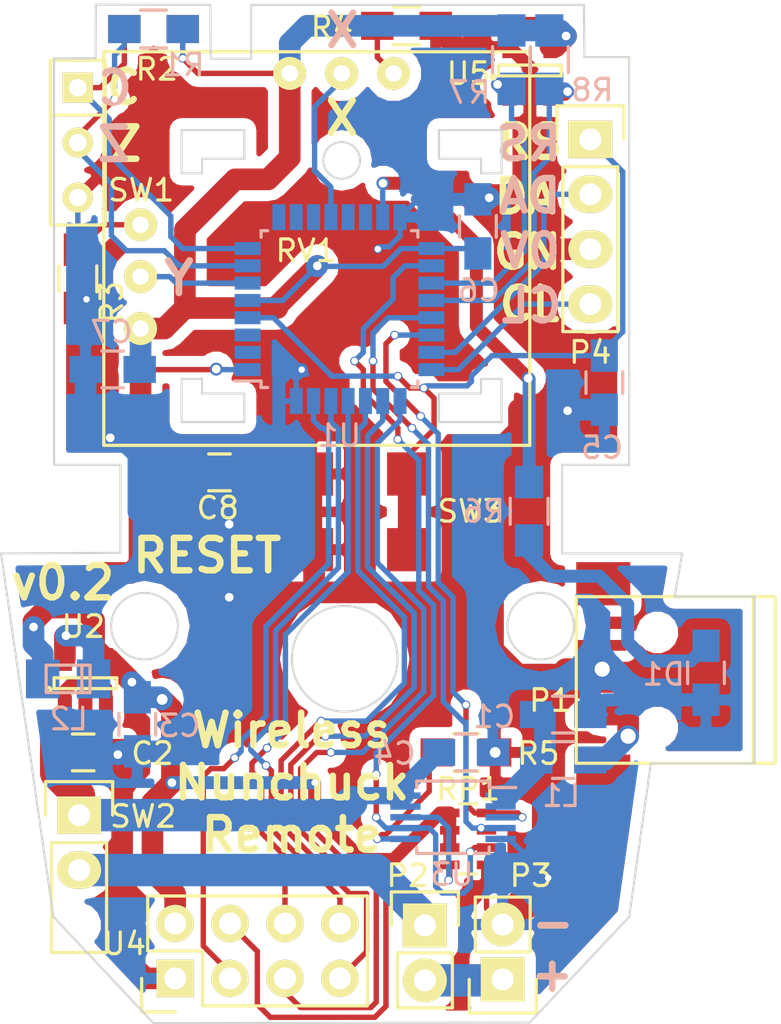
<source format=kicad_pcb>
(kicad_pcb (version 4) (host pcbnew "(2015-05-23 BZR 5679)-product")

  (general
    (links 93)
    (no_connects 1)
    (area 131.709999 57.979999 166.660001 105.180001)
    (thickness 1.6)
    (drawings 81)
    (tracks 615)
    (zones 0)
    (modules 33)
    (nets 34)
  )

  (page A4)
  (layers
    (0 F.Cu signal)
    (31 B.Cu signal)
    (32 B.Adhes user hide)
    (33 F.Adhes user hide)
    (34 B.Paste user hide)
    (35 F.Paste user hide)
    (36 B.SilkS user)
    (37 F.SilkS user)
    (38 B.Mask user)
    (39 F.Mask user)
    (40 Dwgs.User user hide)
    (41 Cmts.User user hide)
    (42 Eco1.User user hide)
    (43 Eco2.User user hide)
    (44 Edge.Cuts user)
    (45 Margin user hide)
    (46 B.CrtYd user hide)
    (47 F.CrtYd user hide)
    (48 B.Fab user hide)
    (49 F.Fab user hide)
  )

  (setup
    (last_trace_width 0.25)
    (user_trace_width 0.6)
    (user_trace_width 0.8)
    (user_trace_width 1)
    (user_trace_width 1.5)
    (user_trace_width 2)
    (user_trace_width 2.5)
    (user_trace_width 3)
    (trace_clearance 0.2)
    (zone_clearance 0.508)
    (zone_45_only no)
    (trace_min 0.2)
    (segment_width 0.2)
    (edge_width 0.1)
    (via_size 0.6)
    (via_drill 0.4)
    (via_min_size 0.4)
    (via_min_drill 0.3)
    (user_via 0.4 0.3)
    (user_via 0.6 0.4)
    (user_via 0.8 0.5)
    (user_via 1 0.7)
    (user_via 1.3 0.8)
    (uvia_size 0.3)
    (uvia_drill 0.1)
    (uvias_allowed no)
    (uvia_min_size 0.2)
    (uvia_min_drill 0.1)
    (pcb_text_width 0.3)
    (pcb_text_size 1.5 1.5)
    (mod_edge_width 0.15)
    (mod_text_size 1 1)
    (mod_text_width 0.15)
    (pad_size 1.7272 1.7272)
    (pad_drill 1.016)
    (pad_to_mask_clearance 0)
    (aux_axis_origin 0 0)
    (grid_origin 162.56 92.71)
    (visible_elements 7FFECEFD)
    (pcbplotparams
      (layerselection 0x010f0_80000001)
      (usegerberextensions true)
      (excludeedgelayer true)
      (linewidth 0.100000)
      (plotframeref false)
      (viasonmask false)
      (mode 1)
      (useauxorigin false)
      (hpglpennumber 1)
      (hpglpenspeed 20)
      (hpglpendiameter 15)
      (hpglpenoverlay 2)
      (psnegative false)
      (psa4output false)
      (plotreference true)
      (plotvalue true)
      (plotinvisibletext false)
      (padsonsilk false)
      (subtractmaskfromsilk true)
      (outputformat 1)
      (mirror false)
      (drillshape 0)
      (scaleselection 1)
      (outputdirectory ""))
  )

  (net 0 "")
  (net 1 /VUSB)
  (net 2 GND)
  (net 3 +BATT)
  (net 4 "Net-(L1-Pad1)")
  (net 5 "Net-(P2-Pad1)")
  (net 6 "Net-(P2-Pad2)")
  (net 7 VDD)
  (net 8 /Z_button)
  (net 9 /C_button)
  (net 10 "Net-(R5-Pad1)")
  (net 11 /PG)
  (net 12 /STAT2)
  (net 13 /STAT1)
  (net 14 "Net-(L2-Pad1)")
  (net 15 /~NRST)
  (net 16 /SWDAT)
  (net 17 /SWCLK)
  (net 18 "Net-(R3-Pad1)")
  (net 19 "Net-(R4-Pad1)")
  (net 20 /SCL_EEPROM)
  (net 21 /SDA_EEPROM)
  (net 22 /X-axis)
  (net 23 /Radio_IRQ)
  (net 24 /Radio_SCK)
  (net 25 /Radio_MISO)
  (net 26 /Radio_MOSI)
  (net 27 /Radio_CSN)
  (net 28 /Radio_CE)
  (net 29 /Y-axis)
  (net 30 /THERM)
  (net 31 "Net-(P1-Pad6)")
  (net 32 /PWR_LED)
  (net 33 "Net-(D1-Pad2)")

  (net_class Default "This is the default net class."
    (clearance 0.2)
    (trace_width 0.25)
    (via_dia 0.6)
    (via_drill 0.4)
    (uvia_dia 0.3)
    (uvia_drill 0.1)
    (add_net +BATT)
    (add_net /C_button)
    (add_net /PG)
    (add_net /PWR_LED)
    (add_net /Radio_CE)
    (add_net /Radio_CSN)
    (add_net /Radio_IRQ)
    (add_net /Radio_MISO)
    (add_net /Radio_MOSI)
    (add_net /Radio_SCK)
    (add_net /SCL_EEPROM)
    (add_net /SDA_EEPROM)
    (add_net /STAT1)
    (add_net /STAT2)
    (add_net /SWCLK)
    (add_net /SWDAT)
    (add_net /THERM)
    (add_net /VUSB)
    (add_net /X-axis)
    (add_net /Y-axis)
    (add_net /Z_button)
    (add_net /~NRST)
    (add_net GND)
    (add_net "Net-(D1-Pad2)")
    (add_net "Net-(L1-Pad1)")
    (add_net "Net-(L2-Pad1)")
    (add_net "Net-(P1-Pad6)")
    (add_net "Net-(P2-Pad1)")
    (add_net "Net-(P2-Pad2)")
    (add_net "Net-(R3-Pad1)")
    (add_net "Net-(R4-Pad1)")
    (add_net "Net-(R5-Pad1)")
    (add_net VDD)
  )

  (net_class Power ""
    (clearance 0.2)
    (trace_width 0.25)
    (via_dia 0.6)
    (via_drill 0.4)
    (uvia_dia 0.3)
    (uvia_drill 0.1)
  )

  (module Capacitors_SMD:C_0805_HandSoldering (layer B.Cu) (tedit 555BCBA1) (tstamp 55588A19)
    (at 157.76 90.86)
    (descr "Capacitor SMD 0805, hand soldering")
    (tags "capacitor 0805")
    (path /555860E1)
    (attr smd)
    (fp_text reference C1 (at -3.2 0.1) (layer B.SilkS)
      (effects (font (size 1 1) (thickness 0.15)) (justify mirror))
    )
    (fp_text value 4.7uF (at 0 -2.1) (layer B.Fab)
      (effects (font (size 1 1) (thickness 0.15)) (justify mirror))
    )
    (fp_line (start -2.3 1) (end 2.3 1) (layer B.CrtYd) (width 0.05))
    (fp_line (start -2.3 -1) (end 2.3 -1) (layer B.CrtYd) (width 0.05))
    (fp_line (start -2.3 1) (end -2.3 -1) (layer B.CrtYd) (width 0.05))
    (fp_line (start 2.3 1) (end 2.3 -1) (layer B.CrtYd) (width 0.05))
    (fp_line (start 0.5 0.85) (end -0.5 0.85) (layer B.SilkS) (width 0.15))
    (fp_line (start -0.5 -0.85) (end 0.5 -0.85) (layer B.SilkS) (width 0.15))
    (pad 1 smd rect (at -1.25 0) (size 1.5 1.25) (layers B.Cu B.Paste B.Mask)
      (net 1 /VUSB))
    (pad 2 smd rect (at 1.25 0) (size 1.5 1.25) (layers B.Cu B.Paste B.Mask)
      (net 2 GND))
    (model Capacitors_SMD.3dshapes/C_0805_HandSoldering.wrl
      (at (xyz 0 0 0))
      (scale (xyz 1 1 1))
      (rotate (xyz 0 0 0))
    )
  )

  (module Capacitors_SMD:C_0805_HandSoldering (layer F.Cu) (tedit 555BCC3D) (tstamp 55588A1F)
    (at 135.56 92.61)
    (descr "Capacitor SMD 0805, hand soldering")
    (tags "capacitor 0805")
    (path /55595C00)
    (attr smd)
    (fp_text reference C2 (at 3.2 0.05) (layer F.SilkS)
      (effects (font (size 1 1) (thickness 0.15)))
    )
    (fp_text value 4.7uF (at 0 2.1) (layer F.Fab)
      (effects (font (size 1 1) (thickness 0.15)))
    )
    (fp_line (start -2.3 -1) (end 2.3 -1) (layer F.CrtYd) (width 0.05))
    (fp_line (start -2.3 1) (end 2.3 1) (layer F.CrtYd) (width 0.05))
    (fp_line (start -2.3 -1) (end -2.3 1) (layer F.CrtYd) (width 0.05))
    (fp_line (start 2.3 -1) (end 2.3 1) (layer F.CrtYd) (width 0.05))
    (fp_line (start 0.5 -0.85) (end -0.5 -0.85) (layer F.SilkS) (width 0.15))
    (fp_line (start -0.5 0.85) (end 0.5 0.85) (layer F.SilkS) (width 0.15))
    (pad 1 smd rect (at -1.25 0) (size 1.5 1.25) (layers F.Cu F.Paste F.Mask)
      (net 3 +BATT))
    (pad 2 smd rect (at 1.25 0) (size 1.5 1.25) (layers F.Cu F.Paste F.Mask)
      (net 2 GND))
    (model Capacitors_SMD.3dshapes/C_0805_HandSoldering.wrl
      (at (xyz 0 0 0))
      (scale (xyz 1 1 1))
      (rotate (xyz 0 0 0))
    )
  )

  (module Connect:USB_Mini-B (layer F.Cu) (tedit 555BCC67) (tstamp 55588A34)
    (at 162.96 89.26 180)
    (descr "USB Mini-B 5-pin SMD connector")
    (tags "USB USB_B USB_Mini connector")
    (path /555A5DF6)
    (attr smd)
    (fp_text reference P1 (at 5.8 -0.95 180) (layer F.SilkS)
      (effects (font (size 1 1) (thickness 0.15)))
    )
    (fp_text value USB_OTG (at 0 -7.0993 180) (layer F.Fab)
      (effects (font (size 1 1) (thickness 0.15)))
    )
    (fp_line (start -4.85 -5.7) (end 4.85 -5.7) (layer F.CrtYd) (width 0.05))
    (fp_line (start 4.85 -5.7) (end 4.85 5.7) (layer F.CrtYd) (width 0.05))
    (fp_line (start 4.85 5.7) (end -4.85 5.7) (layer F.CrtYd) (width 0.05))
    (fp_line (start -4.85 5.7) (end -4.85 -5.7) (layer F.CrtYd) (width 0.05))
    (fp_line (start -3.59918 -3.85064) (end -3.59918 3.85064) (layer F.SilkS) (width 0.15))
    (fp_line (start -4.59994 -3.85064) (end -4.59994 3.85064) (layer F.SilkS) (width 0.15))
    (fp_line (start -4.59994 3.85064) (end 4.59994 3.85064) (layer F.SilkS) (width 0.15))
    (fp_line (start 4.59994 3.85064) (end 4.59994 -3.85064) (layer F.SilkS) (width 0.15))
    (fp_line (start 4.59994 -3.85064) (end -4.59994 -3.85064) (layer F.SilkS) (width 0.15))
    (pad 1 smd rect (at 3.44932 -1.6002 180) (size 2.30124 0.50038) (layers F.Cu F.Paste F.Mask)
      (net 4 "Net-(L1-Pad1)"))
    (pad 5 smd rect (at 3.44932 1.6002 180) (size 2.30124 0.50038) (layers F.Cu F.Paste F.Mask)
      (net 2 GND))
    (pad 6 smd rect (at 3.35026 -4.45008 180) (size 2.49936 1.99898) (layers F.Cu F.Paste F.Mask)
      (net 31 "Net-(P1-Pad6)"))
    (pad 6 smd rect (at 3.35026 4.45008 180) (size 2.49936 1.99898) (layers F.Cu F.Paste F.Mask)
      (net 31 "Net-(P1-Pad6)"))
    (pad "" np_thru_hole circle (at 0.8509 -2.19964 180) (size 0.89916 0.89916) (drill 0.89916) (layers *.Cu *.Mask F.SilkS))
    (pad "" np_thru_hole circle (at 0.8509 2.19964 180) (size 0.89916 0.89916) (drill 0.89916) (layers *.Cu *.Mask F.SilkS))
  )

  (module Pin_Headers:Pin_Header_Straight_1x02 (layer F.Cu) (tedit 555BCC46) (tstamp 55588A3A)
    (at 151.36 100.61)
    (descr "Through hole pin header")
    (tags "pin header")
    (path /555828DB)
    (fp_text reference P2 (at -0.8 -2.3) (layer F.SilkS)
      (effects (font (size 1 1) (thickness 0.15)))
    )
    (fp_text value CONN_01X02 (at 0 -3.1) (layer F.Fab)
      (effects (font (size 1 1) (thickness 0.15)))
    )
    (fp_line (start 1.27 1.27) (end 1.27 3.81) (layer F.SilkS) (width 0.15))
    (fp_line (start 1.55 -1.55) (end 1.55 0) (layer F.SilkS) (width 0.15))
    (fp_line (start -1.75 -1.75) (end -1.75 4.3) (layer F.CrtYd) (width 0.05))
    (fp_line (start 1.75 -1.75) (end 1.75 4.3) (layer F.CrtYd) (width 0.05))
    (fp_line (start -1.75 -1.75) (end 1.75 -1.75) (layer F.CrtYd) (width 0.05))
    (fp_line (start -1.75 4.3) (end 1.75 4.3) (layer F.CrtYd) (width 0.05))
    (fp_line (start 1.27 1.27) (end -1.27 1.27) (layer F.SilkS) (width 0.15))
    (fp_line (start -1.55 0) (end -1.55 -1.55) (layer F.SilkS) (width 0.15))
    (fp_line (start -1.55 -1.55) (end 1.55 -1.55) (layer F.SilkS) (width 0.15))
    (fp_line (start -1.27 1.27) (end -1.27 3.81) (layer F.SilkS) (width 0.15))
    (fp_line (start -1.27 3.81) (end 1.27 3.81) (layer F.SilkS) (width 0.15))
    (pad 1 thru_hole rect (at 0 0) (size 2.032 2.032) (drill 1.016) (layers *.Cu *.Mask F.SilkS)
      (net 5 "Net-(P2-Pad1)"))
    (pad 2 thru_hole oval (at 0 2.54) (size 2.032 2.032) (drill 1.016) (layers *.Cu *.Mask F.SilkS)
      (net 6 "Net-(P2-Pad2)"))
    (model Pin_Headers.3dshapes/Pin_Header_Straight_1x02.wrl
      (at (xyz 0 -0.05 0))
      (scale (xyz 1 1 1))
      (rotate (xyz 0 0 90))
    )
  )

  (module Pin_Headers:Pin_Header_Straight_1x02 (layer F.Cu) (tedit 555BD045) (tstamp 55588A40)
    (at 154.96 103.11 180)
    (descr "Through hole pin header")
    (tags "pin header")
    (path /55582897)
    (fp_text reference P3 (at -1.3 4.8 180) (layer F.SilkS)
      (effects (font (size 1 1) (thickness 0.15)))
    )
    (fp_text value CONN_01X02 (at 0 -3.1 180) (layer F.Fab)
      (effects (font (size 1 1) (thickness 0.15)))
    )
    (fp_line (start 1.27 1.27) (end 1.27 3.81) (layer F.SilkS) (width 0.15))
    (fp_line (start 1.55 -1.55) (end 1.55 0) (layer F.SilkS) (width 0.15))
    (fp_line (start -1.75 -1.75) (end -1.75 4.3) (layer F.CrtYd) (width 0.05))
    (fp_line (start 1.75 -1.75) (end 1.75 4.3) (layer F.CrtYd) (width 0.05))
    (fp_line (start -1.75 -1.75) (end 1.75 -1.75) (layer F.CrtYd) (width 0.05))
    (fp_line (start -1.75 4.3) (end 1.75 4.3) (layer F.CrtYd) (width 0.05))
    (fp_line (start 1.27 1.27) (end -1.27 1.27) (layer F.SilkS) (width 0.15))
    (fp_line (start -1.55 0) (end -1.55 -1.55) (layer F.SilkS) (width 0.15))
    (fp_line (start -1.55 -1.55) (end 1.55 -1.55) (layer F.SilkS) (width 0.15))
    (fp_line (start -1.27 1.27) (end -1.27 3.81) (layer F.SilkS) (width 0.15))
    (fp_line (start -1.27 3.81) (end 1.27 3.81) (layer F.SilkS) (width 0.15))
    (pad 1 thru_hole rect (at 0 0 180) (size 2.032 2.032) (drill 1.016) (layers *.Cu *.Mask F.SilkS)
      (net 6 "Net-(P2-Pad2)"))
    (pad 2 thru_hole oval (at 0 2.54 180) (size 2.032 2.032) (drill 1.016) (layers *.Cu *.Mask F.SilkS)
      (net 2 GND))
    (model Pin_Headers.3dshapes/Pin_Header_Straight_1x02.wrl
      (at (xyz 0 -0.05 0))
      (scale (xyz 1 1 1))
      (rotate (xyz 0 0 90))
    )
  )

  (module Resistors_SMD:R_0805_HandSoldering (layer B.Cu) (tedit 555E9798) (tstamp 55588A46)
    (at 138.81 59.16 180)
    (descr "Resistor SMD 0805, hand soldering")
    (tags "resistor 0805")
    (path /5558A6F4)
    (attr smd)
    (fp_text reference R1 (at -1.38 -1.66 180) (layer B.SilkS)
      (effects (font (size 1 1) (thickness 0.15)) (justify mirror))
    )
    (fp_text value 47K (at 0 -2.1 180) (layer B.Fab)
      (effects (font (size 1 1) (thickness 0.15)) (justify mirror))
    )
    (fp_line (start -2.4 1) (end 2.4 1) (layer B.CrtYd) (width 0.05))
    (fp_line (start -2.4 -1) (end 2.4 -1) (layer B.CrtYd) (width 0.05))
    (fp_line (start -2.4 1) (end -2.4 -1) (layer B.CrtYd) (width 0.05))
    (fp_line (start 2.4 1) (end 2.4 -1) (layer B.CrtYd) (width 0.05))
    (fp_line (start 0.6 -0.875) (end -0.6 -0.875) (layer B.SilkS) (width 0.15))
    (fp_line (start -0.6 0.875) (end 0.6 0.875) (layer B.SilkS) (width 0.15))
    (pad 1 smd rect (at -1.35 0 180) (size 1.5 1.3) (layers B.Cu B.Paste B.Mask)
      (net 7 VDD))
    (pad 2 smd rect (at 1.35 0 180) (size 1.5 1.3) (layers B.Cu B.Paste B.Mask)
      (net 8 /Z_button))
    (model Resistors_SMD.3dshapes/R_0805_HandSoldering.wrl
      (at (xyz 0 0 0))
      (scale (xyz 1 1 1))
      (rotate (xyz 0 0 0))
    )
  )

  (module Resistors_SMD:R_0805_HandSoldering (layer F.Cu) (tedit 555E98BF) (tstamp 55588A4C)
    (at 138.81 59.16 180)
    (descr "Resistor SMD 0805, hand soldering")
    (tags "resistor 0805")
    (path /5558BAEF)
    (attr smd)
    (fp_text reference R2 (at -0.15 -1.86 180) (layer F.SilkS)
      (effects (font (size 1 1) (thickness 0.15)))
    )
    (fp_text value 47K (at 0 2.1 180) (layer F.Fab)
      (effects (font (size 1 1) (thickness 0.15)))
    )
    (fp_line (start -2.4 -1) (end 2.4 -1) (layer F.CrtYd) (width 0.05))
    (fp_line (start -2.4 1) (end 2.4 1) (layer F.CrtYd) (width 0.05))
    (fp_line (start -2.4 -1) (end -2.4 1) (layer F.CrtYd) (width 0.05))
    (fp_line (start 2.4 -1) (end 2.4 1) (layer F.CrtYd) (width 0.05))
    (fp_line (start 0.6 0.875) (end -0.6 0.875) (layer F.SilkS) (width 0.15))
    (fp_line (start -0.6 -0.875) (end 0.6 -0.875) (layer F.SilkS) (width 0.15))
    (pad 1 smd rect (at -1.35 0 180) (size 1.5 1.3) (layers F.Cu F.Paste F.Mask)
      (net 7 VDD))
    (pad 2 smd rect (at 1.35 0 180) (size 1.5 1.3) (layers F.Cu F.Paste F.Mask)
      (net 9 /C_button))
    (model Resistors_SMD.3dshapes/R_0805_HandSoldering.wrl
      (at (xyz 0 0 0))
      (scale (xyz 1 1 1))
      (rotate (xyz 0 0 0))
    )
  )

  (module Resistors_SMD:R_0805_HandSoldering (layer F.Cu) (tedit 555E98B7) (tstamp 55588A52)
    (at 135.31 70.71 270)
    (descr "Resistor SMD 0805, hand soldering")
    (tags "resistor 0805")
    (path /555880B5)
    (attr smd)
    (fp_text reference R3 (at 1.08 -1.57 270) (layer F.SilkS)
      (effects (font (size 1 1) (thickness 0.15)))
    )
    (fp_text value 1K (at 0 2.1 270) (layer F.Fab)
      (effects (font (size 1 1) (thickness 0.15)))
    )
    (fp_line (start -2.4 -1) (end 2.4 -1) (layer F.CrtYd) (width 0.05))
    (fp_line (start -2.4 1) (end 2.4 1) (layer F.CrtYd) (width 0.05))
    (fp_line (start -2.4 -1) (end -2.4 1) (layer F.CrtYd) (width 0.05))
    (fp_line (start 2.4 -1) (end 2.4 1) (layer F.CrtYd) (width 0.05))
    (fp_line (start 0.6 0.875) (end -0.6 0.875) (layer F.SilkS) (width 0.15))
    (fp_line (start -0.6 -0.875) (end 0.6 -0.875) (layer F.SilkS) (width 0.15))
    (pad 1 smd rect (at -1.35 0 270) (size 1.5 1.3) (layers F.Cu F.Paste F.Mask)
      (net 18 "Net-(R3-Pad1)"))
    (pad 2 smd rect (at 1.35 0 270) (size 1.5 1.3) (layers F.Cu F.Paste F.Mask)
      (net 2 GND))
    (model Resistors_SMD.3dshapes/R_0805_HandSoldering.wrl
      (at (xyz 0 0 0))
      (scale (xyz 1 1 1))
      (rotate (xyz 0 0 0))
    )
  )

  (module Resistors_SMD:R_0805_HandSoldering (layer F.Cu) (tedit 555E98C7) (tstamp 55588A58)
    (at 150.51 59.01)
    (descr "Resistor SMD 0805, hand soldering")
    (tags "resistor 0805")
    (path /5558850F)
    (attr smd)
    (fp_text reference R4 (at -3.45 0.09) (layer F.SilkS)
      (effects (font (size 1 1) (thickness 0.15)))
    )
    (fp_text value 1K (at 0 2.1) (layer F.Fab)
      (effects (font (size 1 1) (thickness 0.15)))
    )
    (fp_line (start -2.4 -1) (end 2.4 -1) (layer F.CrtYd) (width 0.05))
    (fp_line (start -2.4 1) (end 2.4 1) (layer F.CrtYd) (width 0.05))
    (fp_line (start -2.4 -1) (end -2.4 1) (layer F.CrtYd) (width 0.05))
    (fp_line (start 2.4 -1) (end 2.4 1) (layer F.CrtYd) (width 0.05))
    (fp_line (start 0.6 0.875) (end -0.6 0.875) (layer F.SilkS) (width 0.15))
    (fp_line (start -0.6 -0.875) (end 0.6 -0.875) (layer F.SilkS) (width 0.15))
    (pad 1 smd rect (at -1.35 0) (size 1.5 1.3) (layers F.Cu F.Paste F.Mask)
      (net 19 "Net-(R4-Pad1)"))
    (pad 2 smd rect (at 1.35 0) (size 1.5 1.3) (layers F.Cu F.Paste F.Mask)
      (net 2 GND))
    (model Resistors_SMD.3dshapes/R_0805_HandSoldering.wrl
      (at (xyz 0 0 0))
      (scale (xyz 1 1 1))
      (rotate (xyz 0 0 0))
    )
  )

  (module Resistors_SMD:R_0805_HandSoldering (layer F.Cu) (tedit 555BCC51) (tstamp 55588A5E)
    (at 153.26 92.61)
    (descr "Resistor SMD 0805, hand soldering")
    (tags "resistor 0805")
    (path /55585EB8)
    (attr smd)
    (fp_text reference R5 (at 3.35 0.05) (layer F.SilkS)
      (effects (font (size 1 1) (thickness 0.15)))
    )
    (fp_text value 10K (at 0 2.1) (layer F.Fab)
      (effects (font (size 1 1) (thickness 0.15)))
    )
    (fp_line (start -2.4 -1) (end 2.4 -1) (layer F.CrtYd) (width 0.05))
    (fp_line (start -2.4 1) (end 2.4 1) (layer F.CrtYd) (width 0.05))
    (fp_line (start -2.4 -1) (end -2.4 1) (layer F.CrtYd) (width 0.05))
    (fp_line (start 2.4 -1) (end 2.4 1) (layer F.CrtYd) (width 0.05))
    (fp_line (start 0.6 0.875) (end -0.6 0.875) (layer F.SilkS) (width 0.15))
    (fp_line (start -0.6 -0.875) (end 0.6 -0.875) (layer F.SilkS) (width 0.15))
    (pad 1 smd rect (at -1.35 0) (size 1.5 1.3) (layers F.Cu F.Paste F.Mask)
      (net 10 "Net-(R5-Pad1)"))
    (pad 2 smd rect (at 1.35 0) (size 1.5 1.3) (layers F.Cu F.Paste F.Mask)
      (net 2 GND))
    (model Resistors_SMD.3dshapes/R_0805_HandSoldering.wrl
      (at (xyz 0 0 0))
      (scale (xyz 1 1 1))
      (rotate (xyz 0 0 0))
    )
  )

  (module Resistors_SMD:R_Array_Concave_4x0603 (layer F.Cu) (tedit 555BCC4C) (tstamp 55588A76)
    (at 153.36 96.61 180)
    (descr "Thick Film Chip Resistor Array, Wave soldering, Vishay CRA06P (see cra06p.pdf)")
    (tags "resistor array")
    (path /55582826)
    (attr smd)
    (fp_text reference RP1 (at 0 2.3 180) (layer F.SilkS)
      (effects (font (size 1 1) (thickness 0.15)))
    )
    (fp_text value R_PACK4 (at 0 2.6 180) (layer F.Fab)
      (effects (font (size 1 1) (thickness 0.15)))
    )
    (fp_line (start -1.55 -1.75) (end 1.55 -1.75) (layer F.CrtYd) (width 0.05))
    (fp_line (start -1.55 1.75) (end 1.55 1.75) (layer F.CrtYd) (width 0.05))
    (fp_line (start -1.55 -1.75) (end -1.55 1.75) (layer F.CrtYd) (width 0.05))
    (fp_line (start 1.55 -1.75) (end 1.55 1.75) (layer F.CrtYd) (width 0.05))
    (fp_line (start 0.4 1.625) (end -0.4 1.625) (layer F.SilkS) (width 0.15))
    (fp_line (start 0.4 -1.625) (end -0.4 -1.625) (layer F.SilkS) (width 0.15))
    (pad 2 smd rect (at -0.85 -0.4 180) (size 0.9 0.4) (layers F.Cu F.Paste F.Mask)
      (net 11 /PG))
    (pad 3 smd rect (at -0.85 0.4 180) (size 0.9 0.4) (layers F.Cu F.Paste F.Mask)
      (net 12 /STAT2))
    (pad 1 smd rect (at -0.85 -1.2 180) (size 0.9 0.4) (layers F.Cu F.Paste F.Mask)
      (net 2 GND))
    (pad 4 smd rect (at -0.85 1.2 180) (size 0.9 0.4) (layers F.Cu F.Paste F.Mask)
      (net 13 /STAT1))
    (pad 8 smd rect (at 0.85 -1.2 180) (size 0.9 0.4) (layers F.Cu F.Paste F.Mask)
      (net 30 /THERM))
    (pad 7 smd rect (at 0.85 -0.4 180) (size 0.9 0.4) (layers F.Cu F.Paste F.Mask)
      (net 7 VDD))
    (pad 6 smd rect (at 0.85 0.4 180) (size 0.9 0.4) (layers F.Cu F.Paste F.Mask)
      (net 7 VDD))
    (pad 5 smd rect (at 0.85 1.2 180) (size 0.9 0.4) (layers F.Cu F.Paste F.Mask)
      (net 7 VDD))
    (model Resistors_SMD.3dshapes/R_Array_Concave_4x0603.wrl
      (at (xyz 0 0 0))
      (scale (xyz 1 1 1))
      (rotate (xyz 0 0 0))
    )
  )

  (module Buttons_Switches_ThroughHole:SW_Micro_SPST (layer F.Cu) (tedit 555E9913) (tstamp 55588A7D)
    (at 135.31 64.41 270)
    (tags "Switch Micro SPST")
    (path /5558A8C0)
    (fp_text reference SW1 (at 2.2 -2.93 360) (layer F.SilkS)
      (effects (font (size 1 1) (thickness 0.15)))
    )
    (fp_text value SWnunchuck (at 0.025 2.45 270) (layer F.Fab)
      (effects (font (size 1 1) (thickness 0.15)))
    )
    (fp_line (start -3.81 1.27) (end -3.81 -1.27) (layer F.SilkS) (width 0.15))
    (fp_line (start -3.81 -1.27) (end 3.81 -1.27) (layer F.SilkS) (width 0.15))
    (fp_line (start 3.81 -1.27) (end 3.81 1.27) (layer F.SilkS) (width 0.15))
    (fp_line (start 3.81 1.27) (end -3.81 1.27) (layer F.SilkS) (width 0.15))
    (fp_line (start -1.27 -1.27) (end -1.27 1.27) (layer F.SilkS) (width 0.15))
    (pad 1 thru_hole rect (at -2.54 0 270) (size 1.397 1.397) (drill 0.8128) (layers *.Cu *.Mask F.SilkS)
      (net 9 /C_button))
    (pad 2 thru_hole circle (at 0 0 270) (size 1.397 1.397) (drill 0.8128) (layers *.Cu *.Mask F.SilkS)
      (net 8 /Z_button))
    (pad 3 thru_hole circle (at 2.54 0 270) (size 1.397 1.397) (drill 0.8128) (layers *.Cu *.Mask F.SilkS)
      (net 2 GND))
    (model Buttons_Switches_ThroughHole.3dshapes/SW_Micro_SPST.wrl
      (at (xyz 0 0 0))
      (scale (xyz 0.33 0.33 0.33))
      (rotate (xyz 0 0 0))
    )
  )

  (module Capacitors_SMD:C_0805_HandSoldering (layer B.Cu) (tedit 555E9778) (tstamp 55588D35)
    (at 138.06 91.31 270)
    (descr "Capacitor SMD 0805, hand soldering")
    (tags "capacitor 0805")
    (path /55596726)
    (attr smd)
    (fp_text reference C3 (at 0.07 -1.95 360) (layer B.SilkS)
      (effects (font (size 1 1) (thickness 0.15)) (justify mirror))
    )
    (fp_text value 4.7uF (at 0 -2.1 270) (layer B.Fab)
      (effects (font (size 1 1) (thickness 0.15)) (justify mirror))
    )
    (fp_line (start -2.3 1) (end 2.3 1) (layer B.CrtYd) (width 0.05))
    (fp_line (start -2.3 -1) (end 2.3 -1) (layer B.CrtYd) (width 0.05))
    (fp_line (start -2.3 1) (end -2.3 -1) (layer B.CrtYd) (width 0.05))
    (fp_line (start 2.3 1) (end 2.3 -1) (layer B.CrtYd) (width 0.05))
    (fp_line (start 0.5 0.85) (end -0.5 0.85) (layer B.SilkS) (width 0.15))
    (fp_line (start -0.5 -0.85) (end 0.5 -0.85) (layer B.SilkS) (width 0.15))
    (pad 1 smd rect (at -1.25 0 270) (size 1.5 1.25) (layers B.Cu B.Paste B.Mask)
      (net 7 VDD))
    (pad 2 smd rect (at 1.25 0 270) (size 1.5 1.25) (layers B.Cu B.Paste B.Mask)
      (net 2 GND))
    (model Capacitors_SMD.3dshapes/C_0805_HandSoldering.wrl
      (at (xyz 0 0 0))
      (scale (xyz 1 1 1))
      (rotate (xyz 0 0 0))
    )
  )

  (module Capacitors_SMD:C_0805_HandSoldering (layer B.Cu) (tedit 555BCB9B) (tstamp 55588D3B)
    (at 153.26 92.61)
    (descr "Capacitor SMD 0805, hand soldering")
    (tags "capacitor 0805")
    (path /55585B7C)
    (attr smd)
    (fp_text reference C4 (at -3.3 0.05) (layer B.SilkS)
      (effects (font (size 1 1) (thickness 0.15)) (justify mirror))
    )
    (fp_text value 4.7uF (at 0 -2.1) (layer B.Fab)
      (effects (font (size 1 1) (thickness 0.15)) (justify mirror))
    )
    (fp_line (start -2.3 1) (end 2.3 1) (layer B.CrtYd) (width 0.05))
    (fp_line (start -2.3 -1) (end 2.3 -1) (layer B.CrtYd) (width 0.05))
    (fp_line (start -2.3 1) (end -2.3 -1) (layer B.CrtYd) (width 0.05))
    (fp_line (start 2.3 1) (end 2.3 -1) (layer B.CrtYd) (width 0.05))
    (fp_line (start 0.5 0.85) (end -0.5 0.85) (layer B.SilkS) (width 0.15))
    (fp_line (start -0.5 -0.85) (end 0.5 -0.85) (layer B.SilkS) (width 0.15))
    (pad 1 smd rect (at -1.25 0) (size 1.5 1.25) (layers B.Cu B.Paste B.Mask)
      (net 3 +BATT))
    (pad 2 smd rect (at 1.25 0) (size 1.5 1.25) (layers B.Cu B.Paste B.Mask)
      (net 2 GND))
    (model Capacitors_SMD.3dshapes/C_0805_HandSoldering.wrl
      (at (xyz 0 0 0))
      (scale (xyz 1 1 1))
      (rotate (xyz 0 0 0))
    )
  )

  (module Pin_Headers:Pin_Header_Straight_2x04 (layer F.Cu) (tedit 555E966E) (tstamp 55588D4D)
    (at 139.81 103.06 90)
    (descr "Through hole pin header")
    (tags "pin header")
    (path /5557953C)
    (fp_text reference U4 (at 1.6 -2.35 360) (layer F.SilkS)
      (effects (font (size 1 1) (thickness 0.15)))
    )
    (fp_text value NRF24L01+ (at 0 -3.1 90) (layer F.Fab)
      (effects (font (size 1 1) (thickness 0.15)))
    )
    (fp_line (start -1.75 -1.75) (end -1.75 9.4) (layer F.CrtYd) (width 0.05))
    (fp_line (start 4.3 -1.75) (end 4.3 9.4) (layer F.CrtYd) (width 0.05))
    (fp_line (start -1.75 -1.75) (end 4.3 -1.75) (layer F.CrtYd) (width 0.05))
    (fp_line (start -1.75 9.4) (end 4.3 9.4) (layer F.CrtYd) (width 0.05))
    (fp_line (start -1.27 1.27) (end -1.27 8.89) (layer F.SilkS) (width 0.15))
    (fp_line (start -1.27 8.89) (end 3.81 8.89) (layer F.SilkS) (width 0.15))
    (fp_line (start 3.81 8.89) (end 3.81 -1.27) (layer F.SilkS) (width 0.15))
    (fp_line (start 3.81 -1.27) (end 1.27 -1.27) (layer F.SilkS) (width 0.15))
    (fp_line (start 0 -1.55) (end -1.55 -1.55) (layer F.SilkS) (width 0.15))
    (fp_line (start 1.27 -1.27) (end 1.27 1.27) (layer F.SilkS) (width 0.15))
    (fp_line (start 1.27 1.27) (end -1.27 1.27) (layer F.SilkS) (width 0.15))
    (fp_line (start -1.55 -1.55) (end -1.55 0) (layer F.SilkS) (width 0.15))
    (pad 1 thru_hole rect (at 0 0 90) (size 1.7272 1.7272) (drill 1.016) (layers *.Cu *.Mask F.SilkS)
      (net 2 GND))
    (pad 2 thru_hole oval (at 2.54 0 90) (size 1.7272 1.7272) (drill 1.016) (layers *.Cu *.Mask F.SilkS)
      (net 7 VDD))
    (pad 3 thru_hole oval (at 0 2.54 90) (size 1.7272 1.7272) (drill 1.016) (layers *.Cu *.Mask F.SilkS)
      (net 28 /Radio_CE))
    (pad 4 thru_hole oval (at 2.54 2.54 90) (size 1.7272 1.7272) (drill 1.016) (layers *.Cu *.Mask F.SilkS)
      (net 27 /Radio_CSN))
    (pad 5 thru_hole oval (at 0 5.08 90) (size 1.7272 1.7272) (drill 1.016) (layers *.Cu *.Mask F.SilkS)
      (net 24 /Radio_SCK))
    (pad 6 thru_hole oval (at 2.54 5.08 90) (size 1.7272 1.7272) (drill 1.016) (layers *.Cu *.Mask F.SilkS)
      (net 26 /Radio_MOSI))
    (pad 7 thru_hole oval (at 0 7.62 90) (size 1.7272 1.7272) (drill 1.016) (layers *.Cu *.Mask F.SilkS)
      (net 25 /Radio_MISO))
    (pad 8 thru_hole oval (at 2.54 7.62 90) (size 1.7272 1.7272) (drill 1.016) (layers *.Cu *.Mask F.SilkS)
      (net 23 /Radio_IRQ))
    (model Pin_Headers.3dshapes/Pin_Header_Straight_2x04.wrl
      (at (xyz 0.05 -0.15 0))
      (scale (xyz 1 1 1))
      (rotate (xyz 0 0 90))
    )
  )

  (module Capacitors_SMD:C_0805_HandSoldering (layer B.Cu) (tedit 555BCBA9) (tstamp 55588D95)
    (at 157.76 92.96 180)
    (descr "Capacitor SMD 0805, hand soldering")
    (tags "capacitor 0805")
    (path /55583CBD)
    (attr smd)
    (fp_text reference L1 (at 0.1 -1.65 180) (layer B.SilkS)
      (effects (font (size 1 1) (thickness 0.15)) (justify mirror))
    )
    (fp_text value INDUCTOR (at 0 -2.1 180) (layer B.Fab)
      (effects (font (size 1 1) (thickness 0.15)) (justify mirror))
    )
    (fp_line (start -2.3 1) (end 2.3 1) (layer B.CrtYd) (width 0.05))
    (fp_line (start -2.3 -1) (end 2.3 -1) (layer B.CrtYd) (width 0.05))
    (fp_line (start -2.3 1) (end -2.3 -1) (layer B.CrtYd) (width 0.05))
    (fp_line (start 2.3 1) (end 2.3 -1) (layer B.CrtYd) (width 0.05))
    (fp_line (start 0.5 0.85) (end -0.5 0.85) (layer B.SilkS) (width 0.15))
    (fp_line (start -0.5 -0.85) (end 0.5 -0.85) (layer B.SilkS) (width 0.15))
    (pad 1 smd rect (at -1.25 0 180) (size 1.5 1.25) (layers B.Cu B.Paste B.Mask)
      (net 4 "Net-(L1-Pad1)"))
    (pad 2 smd rect (at 1.25 0 180) (size 1.5 1.25) (layers B.Cu B.Paste B.Mask)
      (net 1 /VUSB))
    (model Capacitors_SMD.3dshapes/C_0805_HandSoldering.wrl
      (at (xyz 0 0 0))
      (scale (xyz 1 1 1))
      (rotate (xyz 0 0 0))
    )
  )

  (module Capacitors_SMD:C_0805_HandSoldering (layer B.Cu) (tedit 555E9789) (tstamp 55590507)
    (at 159.66 75.51 270)
    (descr "Capacitor SMD 0805, hand soldering")
    (tags "capacitor 0805")
    (path /5558C9E2)
    (attr smd)
    (fp_text reference C5 (at 3.01 0.1 360) (layer B.SilkS)
      (effects (font (size 1 1) (thickness 0.15)) (justify mirror))
    )
    (fp_text value 100nF (at 0 -2.1 270) (layer B.Fab)
      (effects (font (size 1 1) (thickness 0.15)) (justify mirror))
    )
    (fp_line (start -2.3 1) (end 2.3 1) (layer B.CrtYd) (width 0.05))
    (fp_line (start -2.3 -1) (end 2.3 -1) (layer B.CrtYd) (width 0.05))
    (fp_line (start -2.3 1) (end -2.3 -1) (layer B.CrtYd) (width 0.05))
    (fp_line (start 2.3 1) (end 2.3 -1) (layer B.CrtYd) (width 0.05))
    (fp_line (start 0.5 0.85) (end -0.5 0.85) (layer B.SilkS) (width 0.15))
    (fp_line (start -0.5 -0.85) (end 0.5 -0.85) (layer B.SilkS) (width 0.15))
    (pad 1 smd rect (at -1.25 0 270) (size 1.5 1.25) (layers B.Cu B.Paste B.Mask)
      (net 15 /~NRST))
    (pad 2 smd rect (at 1.25 0 270) (size 1.5 1.25) (layers B.Cu B.Paste B.Mask)
      (net 2 GND))
    (model Capacitors_SMD.3dshapes/C_0805_HandSoldering.wrl
      (at (xyz 0 0 0))
      (scale (xyz 1 1 1))
      (rotate (xyz 0 0 0))
    )
  )

  (module Capacitors_SMD:C_0805_HandSoldering (layer B.Cu) (tedit 555E978C) (tstamp 5559050D)
    (at 153.81 68.285 270)
    (descr "Capacitor SMD 0805, hand soldering")
    (tags "capacitor 0805")
    (path /5558F9E4)
    (attr smd)
    (fp_text reference C6 (at 2.965 -0.05 360) (layer B.SilkS)
      (effects (font (size 1 1) (thickness 0.15)) (justify mirror))
    )
    (fp_text value 4.7uF (at 0 -2.1 270) (layer B.Fab)
      (effects (font (size 1 1) (thickness 0.15)) (justify mirror))
    )
    (fp_line (start -2.3 1) (end 2.3 1) (layer B.CrtYd) (width 0.05))
    (fp_line (start -2.3 -1) (end 2.3 -1) (layer B.CrtYd) (width 0.05))
    (fp_line (start -2.3 1) (end -2.3 -1) (layer B.CrtYd) (width 0.05))
    (fp_line (start 2.3 1) (end 2.3 -1) (layer B.CrtYd) (width 0.05))
    (fp_line (start 0.5 0.85) (end -0.5 0.85) (layer B.SilkS) (width 0.15))
    (fp_line (start -0.5 -0.85) (end 0.5 -0.85) (layer B.SilkS) (width 0.15))
    (pad 1 smd rect (at -1.25 0 270) (size 1.5 1.25) (layers B.Cu B.Paste B.Mask)
      (net 2 GND))
    (pad 2 smd rect (at 1.25 0 270) (size 1.5 1.25) (layers B.Cu B.Paste B.Mask)
      (net 7 VDD))
    (model Capacitors_SMD.3dshapes/C_0805_HandSoldering.wrl
      (at (xyz 0 0 0))
      (scale (xyz 1 1 1))
      (rotate (xyz 0 0 0))
    )
  )

  (module Capacitors_SMD:C_0805_HandSoldering (layer B.Cu) (tedit 555E98AF) (tstamp 55590513)
    (at 136.92 74.9)
    (descr "Capacitor SMD 0805, hand soldering")
    (tags "capacitor 0805")
    (path /5558F988)
    (attr smd)
    (fp_text reference C7 (at -0.05 -1.73 180) (layer B.SilkS)
      (effects (font (size 1 1) (thickness 0.15)) (justify mirror))
    )
    (fp_text value 100nF (at 0 -2.1) (layer B.Fab)
      (effects (font (size 1 1) (thickness 0.15)) (justify mirror))
    )
    (fp_line (start -2.3 1) (end 2.3 1) (layer B.CrtYd) (width 0.05))
    (fp_line (start -2.3 -1) (end 2.3 -1) (layer B.CrtYd) (width 0.05))
    (fp_line (start -2.3 1) (end -2.3 -1) (layer B.CrtYd) (width 0.05))
    (fp_line (start 2.3 1) (end 2.3 -1) (layer B.CrtYd) (width 0.05))
    (fp_line (start 0.5 0.85) (end -0.5 0.85) (layer B.SilkS) (width 0.15))
    (fp_line (start -0.5 -0.85) (end 0.5 -0.85) (layer B.SilkS) (width 0.15))
    (pad 1 smd rect (at -1.25 0) (size 1.5 1.25) (layers B.Cu B.Paste B.Mask)
      (net 2 GND))
    (pad 2 smd rect (at 1.25 0) (size 1.5 1.25) (layers B.Cu B.Paste B.Mask)
      (net 7 VDD))
    (model Capacitors_SMD.3dshapes/C_0805_HandSoldering.wrl
      (at (xyz 0 0 0))
      (scale (xyz 1 1 1))
      (rotate (xyz 0 0 0))
    )
  )

  (module Capacitors_SMD:C_0805_HandSoldering (layer F.Cu) (tedit 555E98AB) (tstamp 55590519)
    (at 141.86 79.66 180)
    (descr "Capacitor SMD 0805, hand soldering")
    (tags "capacitor 0805")
    (path /5558E741)
    (attr smd)
    (fp_text reference C8 (at 0.08 -1.65 180) (layer F.SilkS)
      (effects (font (size 1 1) (thickness 0.15)))
    )
    (fp_text value 100nF (at 0 2.1 180) (layer F.Fab)
      (effects (font (size 1 1) (thickness 0.15)))
    )
    (fp_line (start -2.3 -1) (end 2.3 -1) (layer F.CrtYd) (width 0.05))
    (fp_line (start -2.3 1) (end 2.3 1) (layer F.CrtYd) (width 0.05))
    (fp_line (start -2.3 -1) (end -2.3 1) (layer F.CrtYd) (width 0.05))
    (fp_line (start 2.3 -1) (end 2.3 1) (layer F.CrtYd) (width 0.05))
    (fp_line (start 0.5 -0.85) (end -0.5 -0.85) (layer F.SilkS) (width 0.15))
    (fp_line (start -0.5 0.85) (end 0.5 0.85) (layer F.SilkS) (width 0.15))
    (pad 1 smd rect (at -1.25 0 180) (size 1.5 1.25) (layers F.Cu F.Paste F.Mask)
      (net 2 GND))
    (pad 2 smd rect (at 1.25 0 180) (size 1.5 1.25) (layers F.Cu F.Paste F.Mask)
      (net 7 VDD))
    (model Capacitors_SMD.3dshapes/C_0805_HandSoldering.wrl
      (at (xyz 0 0 0))
      (scale (xyz 1 1 1))
      (rotate (xyz 0 0 0))
    )
  )

  (module Socket_Strips:Socket_Strip_Straight_1x04 (layer F.Cu) (tedit 555BCC23) (tstamp 55590521)
    (at 159.01 64.26 270)
    (descr "Through hole socket strip")
    (tags "socket strip")
    (path /5559047A)
    (fp_text reference P4 (at 9.85 0 360) (layer F.SilkS)
      (effects (font (size 1 1) (thickness 0.15)))
    )
    (fp_text value CONN_01X04 (at 0 -3.1 270) (layer F.Fab)
      (effects (font (size 1 1) (thickness 0.15)))
    )
    (fp_line (start -1.75 -1.75) (end -1.75 1.75) (layer F.CrtYd) (width 0.05))
    (fp_line (start 9.4 -1.75) (end 9.4 1.75) (layer F.CrtYd) (width 0.05))
    (fp_line (start -1.75 -1.75) (end 9.4 -1.75) (layer F.CrtYd) (width 0.05))
    (fp_line (start -1.75 1.75) (end 9.4 1.75) (layer F.CrtYd) (width 0.05))
    (fp_line (start 1.27 -1.27) (end 8.89 -1.27) (layer F.SilkS) (width 0.15))
    (fp_line (start 1.27 1.27) (end 8.89 1.27) (layer F.SilkS) (width 0.15))
    (fp_line (start -1.55 1.55) (end 0 1.55) (layer F.SilkS) (width 0.15))
    (fp_line (start 8.89 -1.27) (end 8.89 1.27) (layer F.SilkS) (width 0.15))
    (fp_line (start 1.27 1.27) (end 1.27 -1.27) (layer F.SilkS) (width 0.15))
    (fp_line (start 0 -1.55) (end -1.55 -1.55) (layer F.SilkS) (width 0.15))
    (fp_line (start -1.55 -1.55) (end -1.55 1.55) (layer F.SilkS) (width 0.15))
    (pad 1 thru_hole rect (at 0 0 270) (size 1.7272 2.032) (drill 1.016) (layers *.Cu *.Mask F.SilkS)
      (net 15 /~NRST))
    (pad 2 thru_hole oval (at 2.54 0 270) (size 1.7272 2.032) (drill 1.016) (layers *.Cu *.Mask F.SilkS)
      (net 16 /SWDAT))
    (pad 3 thru_hole oval (at 5.08 0 270) (size 1.7272 2.032) (drill 1.016) (layers *.Cu *.Mask F.SilkS)
      (net 2 GND))
    (pad 4 thru_hole oval (at 7.62 0 270) (size 1.7272 2.032) (drill 1.016) (layers *.Cu *.Mask F.SilkS)
      (net 17 /SWCLK))
    (model Socket_Strips.3dshapes/Socket_Strip_Straight_1x04.wrl
      (at (xyz 0.15 0 0))
      (scale (xyz 1 1 1))
      (rotate (xyz 0 0 180))
    )
  )

  (module Resistors_SMD:R_0805_HandSoldering (layer B.Cu) (tedit 555E9795) (tstamp 55590527)
    (at 155.365 60.575 270)
    (descr "Resistor SMD 0805, hand soldering")
    (tags "resistor 0805")
    (path /5559E207)
    (attr smd)
    (fp_text reference R7 (at 1.515 1.955 360) (layer B.SilkS)
      (effects (font (size 1 1) (thickness 0.15)) (justify mirror))
    )
    (fp_text value 2K (at 0 -2.1 270) (layer B.Fab)
      (effects (font (size 1 1) (thickness 0.15)) (justify mirror))
    )
    (fp_line (start -2.4 1) (end 2.4 1) (layer B.CrtYd) (width 0.05))
    (fp_line (start -2.4 -1) (end 2.4 -1) (layer B.CrtYd) (width 0.05))
    (fp_line (start -2.4 1) (end -2.4 -1) (layer B.CrtYd) (width 0.05))
    (fp_line (start 2.4 1) (end 2.4 -1) (layer B.CrtYd) (width 0.05))
    (fp_line (start 0.6 -0.875) (end -0.6 -0.875) (layer B.SilkS) (width 0.15))
    (fp_line (start -0.6 0.875) (end 0.6 0.875) (layer B.SilkS) (width 0.15))
    (pad 1 smd rect (at -1.35 0 270) (size 1.5 1.3) (layers B.Cu B.Paste B.Mask)
      (net 7 VDD))
    (pad 2 smd rect (at 1.35 0 270) (size 1.5 1.3) (layers B.Cu B.Paste B.Mask)
      (net 20 /SCL_EEPROM))
    (model Resistors_SMD.3dshapes/R_0805_HandSoldering.wrl
      (at (xyz 0 0 0))
      (scale (xyz 1 1 1))
      (rotate (xyz 0 0 0))
    )
  )

  (module Resistors_SMD:R_0805_HandSoldering (layer B.Cu) (tedit 555E9792) (tstamp 5559052D)
    (at 157.115 60.575 270)
    (descr "Resistor SMD 0805, hand soldering")
    (tags "resistor 0805")
    (path /5559EB02)
    (attr smd)
    (fp_text reference R8 (at 1.405 -1.985 360) (layer B.SilkS)
      (effects (font (size 1 1) (thickness 0.15)) (justify mirror))
    )
    (fp_text value 2K (at 0 -2.1 270) (layer B.Fab)
      (effects (font (size 1 1) (thickness 0.15)) (justify mirror))
    )
    (fp_line (start -2.4 1) (end 2.4 1) (layer B.CrtYd) (width 0.05))
    (fp_line (start -2.4 -1) (end 2.4 -1) (layer B.CrtYd) (width 0.05))
    (fp_line (start -2.4 1) (end -2.4 -1) (layer B.CrtYd) (width 0.05))
    (fp_line (start 2.4 1) (end 2.4 -1) (layer B.CrtYd) (width 0.05))
    (fp_line (start 0.6 -0.875) (end -0.6 -0.875) (layer B.SilkS) (width 0.15))
    (fp_line (start -0.6 0.875) (end 0.6 0.875) (layer B.SilkS) (width 0.15))
    (pad 1 smd rect (at -1.35 0 270) (size 1.5 1.3) (layers B.Cu B.Paste B.Mask)
      (net 7 VDD))
    (pad 2 smd rect (at 1.35 0 270) (size 1.5 1.3) (layers B.Cu B.Paste B.Mask)
      (net 21 /SDA_EEPROM))
    (model Resistors_SMD.3dshapes/R_0805_HandSoldering.wrl
      (at (xyz 0 0 0))
      (scale (xyz 1 1 1))
      (rotate (xyz 0 0 0))
    )
  )

  (module Housings_SOT-23_SOT-143_TSOT-6:SOT-23-5 (layer F.Cu) (tedit 555E98C4) (tstamp 5559055E)
    (at 156.215 61.075 90)
    (descr "5-pin SOT23 package")
    (tags SOT-23-5)
    (path /555990C9)
    (attr smd)
    (fp_text reference U5 (at -0.145 -2.845 180) (layer F.SilkS)
      (effects (font (size 1 1) (thickness 0.15)))
    )
    (fp_text value 24AA08T (at -0.05 2.35 90) (layer F.Fab)
      (effects (font (size 1 1) (thickness 0.15)))
    )
    (fp_line (start -1.8 -1.6) (end 1.8 -1.6) (layer F.CrtYd) (width 0.05))
    (fp_line (start 1.8 -1.6) (end 1.8 1.6) (layer F.CrtYd) (width 0.05))
    (fp_line (start 1.8 1.6) (end -1.8 1.6) (layer F.CrtYd) (width 0.05))
    (fp_line (start -1.8 1.6) (end -1.8 -1.6) (layer F.CrtYd) (width 0.05))
    (fp_circle (center -0.3 -1.7) (end -0.2 -1.7) (layer F.SilkS) (width 0.15))
    (fp_line (start 0.25 -1.45) (end -0.25 -1.45) (layer F.SilkS) (width 0.15))
    (fp_line (start 0.25 1.45) (end 0.25 -1.45) (layer F.SilkS) (width 0.15))
    (fp_line (start -0.25 1.45) (end 0.25 1.45) (layer F.SilkS) (width 0.15))
    (fp_line (start -0.25 -1.45) (end -0.25 1.45) (layer F.SilkS) (width 0.15))
    (pad 1 smd rect (at -1.1 -0.95 90) (size 1.06 0.65) (layers F.Cu F.Paste F.Mask)
      (net 20 /SCL_EEPROM))
    (pad 2 smd rect (at -1.1 0 90) (size 1.06 0.65) (layers F.Cu F.Paste F.Mask)
      (net 2 GND))
    (pad 3 smd rect (at -1.1 0.95 90) (size 1.06 0.65) (layers F.Cu F.Paste F.Mask)
      (net 21 /SDA_EEPROM))
    (pad 4 smd rect (at 1.1 0.95 90) (size 1.06 0.65) (layers F.Cu F.Paste F.Mask)
      (net 7 VDD))
    (pad 5 smd rect (at 1.1 -0.95 90) (size 1.06 0.65) (layers F.Cu F.Paste F.Mask)
      (net 2 GND))
    (model Housings_SOT-23_SOT-143_TSOT-6.3dshapes/SOT-23-5.wrl
      (at (xyz 0 0 0))
      (scale (xyz 0.11 0.11 0.11))
      (rotate (xyz 0 0 90))
    )
  )

  (module Housings_SSOP:MSOP-10_3x3mm_Pitch0.5mm (layer B.Cu) (tedit 555BCB92) (tstamp 5559079B)
    (at 152.66 95.61 180)
    (descr "10-Lead Plastic Micro Small Outline Package (MS) [MSOP] (see Microchip Packaging Specification 00000049BS.pdf)")
    (tags "SSOP 0.5")
    (path /5557B332)
    (attr smd)
    (fp_text reference U3 (at 0.05 -2.65 360) (layer B.SilkS)
      (effects (font (size 1 1) (thickness 0.15)) (justify mirror))
    )
    (fp_text value MCP73833 (at 0 -2.6 180) (layer B.Fab)
      (effects (font (size 1 1) (thickness 0.15)) (justify mirror))
    )
    (fp_line (start -3.15 1.85) (end -3.15 -1.85) (layer B.CrtYd) (width 0.05))
    (fp_line (start 3.15 1.85) (end 3.15 -1.85) (layer B.CrtYd) (width 0.05))
    (fp_line (start -3.15 1.85) (end 3.15 1.85) (layer B.CrtYd) (width 0.05))
    (fp_line (start -3.15 -1.85) (end 3.15 -1.85) (layer B.CrtYd) (width 0.05))
    (fp_line (start -1.675 1.675) (end -1.675 1.375) (layer B.SilkS) (width 0.15))
    (fp_line (start 1.675 1.675) (end 1.675 1.375) (layer B.SilkS) (width 0.15))
    (fp_line (start 1.675 -1.675) (end 1.675 -1.375) (layer B.SilkS) (width 0.15))
    (fp_line (start -1.675 -1.675) (end -1.675 -1.375) (layer B.SilkS) (width 0.15))
    (fp_line (start -1.675 1.675) (end 1.675 1.675) (layer B.SilkS) (width 0.15))
    (fp_line (start -1.675 -1.675) (end 1.675 -1.675) (layer B.SilkS) (width 0.15))
    (fp_line (start -1.675 1.375) (end -2.9 1.375) (layer B.SilkS) (width 0.15))
    (pad 1 smd rect (at -2.2 1 180) (size 1.4 0.3) (layers B.Cu B.Paste B.Mask)
      (net 1 /VUSB))
    (pad 2 smd rect (at -2.2 0.5 180) (size 1.4 0.3) (layers B.Cu B.Paste B.Mask)
      (net 1 /VUSB))
    (pad 3 smd rect (at -2.2 0 180) (size 1.4 0.3) (layers B.Cu B.Paste B.Mask)
      (net 13 /STAT1))
    (pad 4 smd rect (at -2.2 -0.5 180) (size 1.4 0.3) (layers B.Cu B.Paste B.Mask)
      (net 12 /STAT2))
    (pad 5 smd rect (at -2.2 -1 180) (size 1.4 0.3) (layers B.Cu B.Paste B.Mask)
      (net 2 GND))
    (pad 6 smd rect (at 2.2 -1 180) (size 1.4 0.3) (layers B.Cu B.Paste B.Mask)
      (net 10 "Net-(R5-Pad1)"))
    (pad 7 smd rect (at 2.2 -0.5 180) (size 1.4 0.3) (layers B.Cu B.Paste B.Mask)
      (net 11 /PG))
    (pad 8 smd rect (at 2.2 0 180) (size 1.4 0.3) (layers B.Cu B.Paste B.Mask)
      (net 30 /THERM))
    (pad 9 smd rect (at 2.2 0.5 180) (size 1.4 0.3) (layers B.Cu B.Paste B.Mask)
      (net 3 +BATT))
    (pad 10 smd rect (at 2.2 1 180) (size 1.4 0.3) (layers B.Cu B.Paste B.Mask)
      (net 3 +BATT))
    (model Housings_SSOP.3dshapes/MSOP-10_3x3mm_Pitch0.5mm.wrl
      (at (xyz 0 0 0))
      (scale (xyz 1 1 1))
      (rotate (xyz 0 0 0))
    )
  )

  (module Housings_SOT-23_SOT-143_TSOT-6:SOT-23-5 (layer F.Cu) (tedit 555E9894) (tstamp 555908A1)
    (at 135.66 89.41 90)
    (descr "5-pin SOT23 package")
    (tags SOT-23-5)
    (path /555959D7)
    (attr smd)
    (fp_text reference U2 (at 2.62 -0.1 180) (layer F.SilkS)
      (effects (font (size 1 1) (thickness 0.15)))
    )
    (fp_text value MCP1603T-250I/OS (at -0.05 2.35 90) (layer F.Fab)
      (effects (font (size 1 1) (thickness 0.15)))
    )
    (fp_line (start -1.8 -1.6) (end 1.8 -1.6) (layer F.CrtYd) (width 0.05))
    (fp_line (start 1.8 -1.6) (end 1.8 1.6) (layer F.CrtYd) (width 0.05))
    (fp_line (start 1.8 1.6) (end -1.8 1.6) (layer F.CrtYd) (width 0.05))
    (fp_line (start -1.8 1.6) (end -1.8 -1.6) (layer F.CrtYd) (width 0.05))
    (fp_circle (center -0.3 -1.7) (end -0.2 -1.7) (layer F.SilkS) (width 0.15))
    (fp_line (start 0.25 -1.45) (end -0.25 -1.45) (layer F.SilkS) (width 0.15))
    (fp_line (start 0.25 1.45) (end 0.25 -1.45) (layer F.SilkS) (width 0.15))
    (fp_line (start -0.25 1.45) (end 0.25 1.45) (layer F.SilkS) (width 0.15))
    (fp_line (start -0.25 -1.45) (end -0.25 1.45) (layer F.SilkS) (width 0.15))
    (pad 1 smd rect (at -1.1 -0.95 90) (size 1.06 0.65) (layers F.Cu F.Paste F.Mask)
      (net 3 +BATT))
    (pad 2 smd rect (at -1.1 0 90) (size 1.06 0.65) (layers F.Cu F.Paste F.Mask)
      (net 2 GND))
    (pad 3 smd rect (at -1.1 0.95 90) (size 1.06 0.65) (layers F.Cu F.Paste F.Mask)
      (net 3 +BATT))
    (pad 4 smd rect (at 1.1 0.95 90) (size 1.06 0.65) (layers F.Cu F.Paste F.Mask)
      (net 7 VDD))
    (pad 5 smd rect (at 1.1 -0.95 90) (size 1.06 0.65) (layers F.Cu F.Paste F.Mask)
      (net 14 "Net-(L2-Pad1)"))
    (model Housings_SOT-23_SOT-143_TSOT-6.3dshapes/SOT-23-5.wrl
      (at (xyz 0 0 0))
      (scale (xyz 0.11 0.11 0.11))
      (rotate (xyz 0 0 90))
    )
  )

  (module Pin_Headers:Pin_Header_Straight_1x03 (layer F.Cu) (tedit 555E989A) (tstamp 55590AF6)
    (at 135.37 95.51)
    (descr "Through hole pin header")
    (tags "pin header")
    (path /55587150)
    (fp_text reference SW2 (at 2.96 0.06) (layer F.SilkS)
      (effects (font (size 1 1) (thickness 0.15)))
    )
    (fp_text value SPST (at 0 -3.1) (layer F.Fab)
      (effects (font (size 1 1) (thickness 0.15)))
    )
    (fp_line (start -1.75 -1.75) (end -1.75 6.85) (layer F.CrtYd) (width 0.05))
    (fp_line (start 1.75 -1.75) (end 1.75 6.85) (layer F.CrtYd) (width 0.05))
    (fp_line (start -1.75 -1.75) (end 1.75 -1.75) (layer F.CrtYd) (width 0.05))
    (fp_line (start -1.75 6.85) (end 1.75 6.85) (layer F.CrtYd) (width 0.05))
    (fp_line (start -1.27 1.27) (end -1.27 6.35) (layer F.SilkS) (width 0.15))
    (fp_line (start -1.27 6.35) (end 1.27 6.35) (layer F.SilkS) (width 0.15))
    (fp_line (start 1.27 6.35) (end 1.27 1.27) (layer F.SilkS) (width 0.15))
    (fp_line (start 1.55 -1.55) (end 1.55 0) (layer F.SilkS) (width 0.15))
    (fp_line (start 1.27 1.27) (end -1.27 1.27) (layer F.SilkS) (width 0.15))
    (fp_line (start -1.55 0) (end -1.55 -1.55) (layer F.SilkS) (width 0.15))
    (fp_line (start -1.55 -1.55) (end 1.55 -1.55) (layer F.SilkS) (width 0.15))
    (pad 1 thru_hole rect (at 0 0) (size 2.032 1.7272) (drill 1.016) (layers *.Cu *.Mask F.SilkS)
      (net 3 +BATT))
    (pad 2 thru_hole oval (at 0 2.54) (size 2.032 1.7272) (drill 1.016) (layers *.Cu *.Mask F.SilkS)
      (net 5 "Net-(P2-Pad1)"))
    (pad "" np_thru_hole circle (at 0 5.08) (size 1.016 1.016) (drill 1.016) (layers *.Cu *.Mask F.SilkS))
    (model Pin_Headers.3dshapes/Pin_Header_Straight_1x03.wrl
      (at (xyz 0 -0.1 0))
      (scale (xyz 1 1 1))
      (rotate (xyz 0 0 90))
    )
  )

  (module Capacitors_Tantalum_SMD:TantalC_SizeR_EIA-2012 (layer B.Cu) (tedit 555E9776) (tstamp 555E6896)
    (at 134.86 89.21)
    (descr "Tantal Cap. , Size C, EIA-2012")
    (path /55595B47)
    (fp_text reference L2 (at 0.03 1.85) (layer B.SilkS)
      (effects (font (size 1 1) (thickness 0.15)) (justify mirror))
    )
    (fp_text value INDUCTOR (at 0 -1.27) (layer B.Fab)
      (effects (font (size 1 1) (thickness 0.15)) (justify mirror))
    )
    (fp_line (start 0.635 0.635) (end 0.635 -0.635) (layer B.SilkS) (width 0.15))
    (fp_line (start -1.016 0.635) (end -1.016 -0.635) (layer B.SilkS) (width 0.15))
    (fp_line (start -1.016 -0.635) (end 1.016 -0.635) (layer B.SilkS) (width 0.15))
    (fp_line (start 1.016 -0.635) (end 1.016 0.635) (layer B.SilkS) (width 0.15))
    (fp_line (start 1.016 0.635) (end -1.016 0.635) (layer B.SilkS) (width 0.15))
    (pad 1 smd rect (at 1.17602 0) (size 1.5494 1.80086) (layers B.Cu B.Paste B.Mask)
      (net 14 "Net-(L2-Pad1)"))
    (pad 2 smd rect (at -1.17602 0) (size 1.5494 1.80086) (layers B.Cu B.Paste B.Mask)
      (net 7 VDD))
    (model Capacitors_Tantalum_SMD.3dshapes/TantalC_SizeR_EIA-2012.wrl
      (at (xyz 0 0 0))
      (scale (xyz 1 1 1))
      (rotate (xyz 0 0 0))
    )
  )

  (module Housings_QFP:LQFP-32_7x7mm_Pitch0.8mm (layer B.Cu) (tedit 54130A77) (tstamp 555E689B)
    (at 147.41 72.11)
    (descr "LQFP32: plastic low profile quad flat package; 32 leads; body 7 x 7 x 1.4 mm (see NXP sot358-1_po.pdf and sot358-1_fr.pdf)")
    (tags "QFP 0.8")
    (path /55593194)
    (attr smd)
    (fp_text reference U1 (at 0 5.85) (layer B.SilkS)
      (effects (font (size 1 1) (thickness 0.15)) (justify mirror))
    )
    (fp_text value STM32F030K6 (at 0 -5.85) (layer B.Fab)
      (effects (font (size 1 1) (thickness 0.15)) (justify mirror))
    )
    (fp_line (start -5.1 5.1) (end -5.1 -5.1) (layer B.CrtYd) (width 0.05))
    (fp_line (start 5.1 5.1) (end 5.1 -5.1) (layer B.CrtYd) (width 0.05))
    (fp_line (start -5.1 5.1) (end 5.1 5.1) (layer B.CrtYd) (width 0.05))
    (fp_line (start -5.1 -5.1) (end 5.1 -5.1) (layer B.CrtYd) (width 0.05))
    (fp_line (start -3.625 3.625) (end -3.625 3.325) (layer B.SilkS) (width 0.15))
    (fp_line (start 3.625 3.625) (end 3.625 3.325) (layer B.SilkS) (width 0.15))
    (fp_line (start 3.625 -3.625) (end 3.625 -3.325) (layer B.SilkS) (width 0.15))
    (fp_line (start -3.625 -3.625) (end -3.625 -3.325) (layer B.SilkS) (width 0.15))
    (fp_line (start -3.625 3.625) (end -3.325 3.625) (layer B.SilkS) (width 0.15))
    (fp_line (start -3.625 -3.625) (end -3.325 -3.625) (layer B.SilkS) (width 0.15))
    (fp_line (start 3.625 -3.625) (end 3.325 -3.625) (layer B.SilkS) (width 0.15))
    (fp_line (start 3.625 3.625) (end 3.325 3.625) (layer B.SilkS) (width 0.15))
    (fp_line (start -3.625 3.325) (end -4.85 3.325) (layer B.SilkS) (width 0.15))
    (pad 1 smd rect (at -4.25 2.8) (size 1.2 0.6) (layers B.Cu B.Paste B.Mask)
      (net 7 VDD))
    (pad 2 smd rect (at -4.25 2) (size 1.2 0.6) (layers B.Cu B.Paste B.Mask))
    (pad 3 smd rect (at -4.25 1.2) (size 1.2 0.6) (layers B.Cu B.Paste B.Mask))
    (pad 4 smd rect (at -4.25 0.4) (size 1.2 0.6) (layers B.Cu B.Paste B.Mask)
      (net 15 /~NRST))
    (pad 5 smd rect (at -4.25 -0.4) (size 1.2 0.6) (layers B.Cu B.Paste B.Mask)
      (net 7 VDD))
    (pad 6 smd rect (at -4.25 -1.2) (size 1.2 0.6) (layers B.Cu B.Paste B.Mask)
      (net 29 /Y-axis))
    (pad 7 smd rect (at -4.25 -2) (size 1.2 0.6) (layers B.Cu B.Paste B.Mask)
      (net 8 /Z_button))
    (pad 8 smd rect (at -4.25 -2.8) (size 1.2 0.6) (layers B.Cu B.Paste B.Mask)
      (net 9 /C_button))
    (pad 9 smd rect (at -2.8 -4.25 270) (size 1.2 0.6) (layers B.Cu B.Paste B.Mask))
    (pad 10 smd rect (at -2 -4.25 270) (size 1.2 0.6) (layers B.Cu B.Paste B.Mask))
    (pad 11 smd rect (at -1.2 -4.25 270) (size 1.2 0.6) (layers B.Cu B.Paste B.Mask))
    (pad 12 smd rect (at -0.4 -4.25 270) (size 1.2 0.6) (layers B.Cu B.Paste B.Mask)
      (net 22 /X-axis))
    (pad 13 smd rect (at 0.4 -4.25 270) (size 1.2 0.6) (layers B.Cu B.Paste B.Mask))
    (pad 14 smd rect (at 1.2 -4.25 270) (size 1.2 0.6) (layers B.Cu B.Paste B.Mask))
    (pad 15 smd rect (at 2 -4.25 270) (size 1.2 0.6) (layers B.Cu B.Paste B.Mask)
      (net 32 /PWR_LED))
    (pad 16 smd rect (at 2.8 -4.25 270) (size 1.2 0.6) (layers B.Cu B.Paste B.Mask)
      (net 2 GND))
    (pad 17 smd rect (at 4.25 -2.8) (size 1.2 0.6) (layers B.Cu B.Paste B.Mask)
      (net 7 VDD))
    (pad 18 smd rect (at 4.25 -2) (size 1.2 0.6) (layers B.Cu B.Paste B.Mask)
      (net 11 /PG))
    (pad 19 smd rect (at 4.25 -1.2) (size 1.2 0.6) (layers B.Cu B.Paste B.Mask)
      (net 20 /SCL_EEPROM))
    (pad 20 smd rect (at 4.25 -0.4) (size 1.2 0.6) (layers B.Cu B.Paste B.Mask)
      (net 21 /SDA_EEPROM))
    (pad 21 smd rect (at 4.25 0.4) (size 1.2 0.6) (layers B.Cu B.Paste B.Mask)
      (net 12 /STAT2))
    (pad 22 smd rect (at 4.25 1.2) (size 1.2 0.6) (layers B.Cu B.Paste B.Mask)
      (net 13 /STAT1))
    (pad 23 smd rect (at 4.25 2) (size 1.2 0.6) (layers B.Cu B.Paste B.Mask)
      (net 16 /SWDAT))
    (pad 24 smd rect (at 4.25 2.8) (size 1.2 0.6) (layers B.Cu B.Paste B.Mask)
      (net 17 /SWCLK))
    (pad 25 smd rect (at 2.8 4.25 270) (size 1.2 0.6) (layers B.Cu B.Paste B.Mask)
      (net 27 /Radio_CSN))
    (pad 26 smd rect (at 2 4.25 270) (size 1.2 0.6) (layers B.Cu B.Paste B.Mask)
      (net 24 /Radio_SCK))
    (pad 27 smd rect (at 1.2 4.25 270) (size 1.2 0.6) (layers B.Cu B.Paste B.Mask)
      (net 25 /Radio_MISO))
    (pad 28 smd rect (at 0.4 4.25 270) (size 1.2 0.6) (layers B.Cu B.Paste B.Mask)
      (net 26 /Radio_MOSI))
    (pad 29 smd rect (at -0.4 4.25 270) (size 1.2 0.6) (layers B.Cu B.Paste B.Mask)
      (net 23 /Radio_IRQ))
    (pad 30 smd rect (at -1.2 4.25 270) (size 1.2 0.6) (layers B.Cu B.Paste B.Mask)
      (net 28 /Radio_CE))
    (pad 31 smd rect (at -2 4.25 270) (size 1.2 0.6) (layers B.Cu B.Paste B.Mask)
      (net 2 GND))
    (pad 32 smd rect (at -2.8 4.25 270) (size 1.2 0.6) (layers B.Cu B.Paste B.Mask)
      (net 2 GND))
    (model Housings_QFP.3dshapes/LQFP-32_7x7mm_Pitch0.8mm.wrl
      (at (xyz 0 0 0))
      (scale (xyz 1 1 1))
      (rotate (xyz 0 0 0))
    )
  )

  (module modules:Rnunchuck (layer F.Cu) (tedit 555E6EFB) (tstamp 555E79A9)
    (at 147.41 70.61)
    (path /5557A0F1)
    (fp_text reference RV1 (at -1.55 -1.2) (layer F.SilkS)
      (effects (font (size 1 1) (thickness 0.15)))
    )
    (fp_text value Rnunchuck (at 3.5 -7.7) (layer F.Fab)
      (effects (font (size 1 1) (thickness 0.15)))
    )
    (fp_line (start 8.8 -10.4) (end -10.9 -10.4) (layer F.SilkS) (width 0.15))
    (fp_line (start -10.9 -10.4) (end -10.9 7.8) (layer F.SilkS) (width 0.15))
    (fp_line (start -10.9 7.8) (end 8.8 7.8) (layer F.SilkS) (width 0.15))
    (fp_line (start 8.8 7.8) (end 8.8 -10.4) (layer F.SilkS) (width 0.15))
    (fp_circle (center 0.0989 -5.3764) (end -0.7511 -5.3764) (layer Edge.Cuts) (width 0.1))
    (fp_line (start 6.5489 5.4036) (end 4.5989 5.4036) (layer Edge.Cuts) (width 0.1))
    (fp_line (start 6.5489 5.4036) (end 6.5489 4.7236) (layer Edge.Cuts) (width 0.1))
    (fp_line (start 6.5489 4.7236) (end 7.4989 4.7236) (layer Edge.Cuts) (width 0.1))
    (fp_line (start 7.4989 6.7236) (end 7.4989 4.7236) (layer Edge.Cuts) (width 0.1))
    (fp_line (start 4.5989 6.7236) (end 7.4989 6.7236) (layer Edge.Cuts) (width 0.1))
    (fp_line (start 4.5989 5.4036) (end 4.5989 6.7236) (layer Edge.Cuts) (width 0.1))
    (fp_line (start -7.3011 -6.7764) (end -7.3011 -4.7764) (layer Edge.Cuts) (width 0.1))
    (fp_line (start -4.4011 -6.7764) (end -7.3011 -6.7764) (layer Edge.Cuts) (width 0.1))
    (fp_line (start -4.4011 -5.4564) (end -4.4011 -6.7764) (layer Edge.Cuts) (width 0.1))
    (fp_line (start -6.3511 -5.4564) (end -4.4011 -5.4564) (layer Edge.Cuts) (width 0.1))
    (fp_line (start -6.3511 -5.4564) (end -6.3511 -4.7764) (layer Edge.Cuts) (width 0.1))
    (fp_line (start -6.3511 -4.7764) (end -7.3011 -4.7764) (layer Edge.Cuts) (width 0.1))
    (fp_line (start 6.5489 -5.4564) (end 4.5989 -5.4564) (layer Edge.Cuts) (width 0.1))
    (fp_line (start 4.5989 -5.4564) (end 4.5989 -6.7764) (layer Edge.Cuts) (width 0.1))
    (fp_line (start 4.5989 -6.7764) (end 7.4989 -6.7764) (layer Edge.Cuts) (width 0.1))
    (fp_line (start 7.4989 -6.7764) (end 7.4989 -4.7764) (layer Edge.Cuts) (width 0.1))
    (fp_line (start 6.5489 -4.7764) (end 7.4989 -4.7764) (layer Edge.Cuts) (width 0.1))
    (fp_line (start 6.5489 -5.4564) (end 6.5489 -4.7764) (layer Edge.Cuts) (width 0.1))
    (fp_line (start -7.3011 6.7236) (end -7.3011 4.7236) (layer Edge.Cuts) (width 0.1))
    (fp_line (start -6.3511 4.7236) (end -7.3011 4.7236) (layer Edge.Cuts) (width 0.1))
    (fp_line (start -6.3511 5.4036) (end -6.3511 4.7236) (layer Edge.Cuts) (width 0.1))
    (fp_line (start -6.3511 5.4036) (end -4.4011 5.4036) (layer Edge.Cuts) (width 0.1))
    (fp_line (start -4.4011 5.4036) (end -4.4011 6.7236) (layer Edge.Cuts) (width 0.1))
    (fp_line (start -4.4011 6.7236) (end -7.3011 6.7236) (layer Edge.Cuts) (width 0.1))
    (pad 1 thru_hole circle (at -9.2 -2.4 180) (size 1.524 1.524) (drill 0.762) (layers *.Cu *.Mask F.SilkS)
      (net 18 "Net-(R3-Pad1)"))
    (pad 2 thru_hole circle (at -9.2 0 180) (size 1.524 1.524) (drill 0.762) (layers *.Cu *.Mask F.SilkS)
      (net 29 /Y-axis))
    (pad 3 thru_hole circle (at -9.2 2.4 180) (size 1.524 1.524) (drill 0.762) (layers *.Cu *.Mask F.SilkS)
      (net 7 VDD))
    (pad 6 thru_hole circle (at -2.3 -9.4 180) (size 1.524 1.524) (drill 0.762) (layers *.Cu *.Mask F.SilkS)
      (net 7 VDD))
    (pad 5 thru_hole circle (at 0.1 -9.4 180) (size 1.524 1.524) (drill 0.762) (layers *.Cu *.Mask F.SilkS)
      (net 22 /X-axis))
    (pad 4 thru_hole circle (at 2.5 -9.4 180) (size 1.524 1.524) (drill 0.762) (layers *.Cu *.Mask F.SilkS)
      (net 19 "Net-(R4-Pad1)"))
  )

  (module Capacitors_SMD:C_0805_HandSoldering (layer B.Cu) (tedit 555E9782) (tstamp 555E90C6)
    (at 164.36 88.93 90)
    (descr "Capacitor SMD 0805, hand soldering")
    (tags "capacitor 0805")
    (path /555EA546)
    (attr smd)
    (fp_text reference D1 (at -0.07 -1.96 180) (layer B.SilkS)
      (effects (font (size 1 1) (thickness 0.15)) (justify mirror))
    )
    (fp_text value Led_Small (at 0 -2.1 90) (layer B.Fab)
      (effects (font (size 1 1) (thickness 0.15)) (justify mirror))
    )
    (fp_line (start -2.3 1) (end 2.3 1) (layer B.CrtYd) (width 0.05))
    (fp_line (start -2.3 -1) (end 2.3 -1) (layer B.CrtYd) (width 0.05))
    (fp_line (start -2.3 1) (end -2.3 -1) (layer B.CrtYd) (width 0.05))
    (fp_line (start 2.3 1) (end 2.3 -1) (layer B.CrtYd) (width 0.05))
    (fp_line (start 0.5 0.85) (end -0.5 0.85) (layer B.SilkS) (width 0.15))
    (fp_line (start -0.5 -0.85) (end 0.5 -0.85) (layer B.SilkS) (width 0.15))
    (pad 1 smd rect (at -1.25 0 90) (size 1.5 1.25) (layers B.Cu B.Paste B.Mask)
      (net 2 GND))
    (pad 2 smd rect (at 1.25 0 90) (size 1.5 1.25) (layers B.Cu B.Paste B.Mask)
      (net 33 "Net-(D1-Pad2)"))
    (model Capacitors_SMD.3dshapes/C_0805_HandSoldering.wrl
      (at (xyz 0 0 0))
      (scale (xyz 1 1 1))
      (rotate (xyz 0 0 0))
    )
  )

  (module Resistors_SMD:R_0805_HandSoldering (layer B.Cu) (tedit 555E9784) (tstamp 555E90CC)
    (at 156.18 81.46 270)
    (descr "Resistor SMD 0805, hand soldering")
    (tags "resistor 0805")
    (path /555EB9A2)
    (attr smd)
    (fp_text reference R6 (at 0 2.1 360) (layer B.SilkS)
      (effects (font (size 1 1) (thickness 0.15)) (justify mirror))
    )
    (fp_text value 68R (at 0 -2.1 270) (layer B.Fab)
      (effects (font (size 1 1) (thickness 0.15)) (justify mirror))
    )
    (fp_line (start -2.4 1) (end 2.4 1) (layer B.CrtYd) (width 0.05))
    (fp_line (start -2.4 -1) (end 2.4 -1) (layer B.CrtYd) (width 0.05))
    (fp_line (start -2.4 1) (end -2.4 -1) (layer B.CrtYd) (width 0.05))
    (fp_line (start 2.4 1) (end 2.4 -1) (layer B.CrtYd) (width 0.05))
    (fp_line (start 0.6 -0.875) (end -0.6 -0.875) (layer B.SilkS) (width 0.15))
    (fp_line (start -0.6 0.875) (end 0.6 0.875) (layer B.SilkS) (width 0.15))
    (pad 1 smd rect (at -1.35 0 270) (size 1.5 1.3) (layers B.Cu B.Paste B.Mask)
      (net 32 /PWR_LED))
    (pad 2 smd rect (at 1.35 0 270) (size 1.5 1.3) (layers B.Cu B.Paste B.Mask)
      (net 33 "Net-(D1-Pad2)"))
    (model Resistors_SMD.3dshapes/R_0805_HandSoldering.wrl
      (at (xyz 0 0 0))
      (scale (xyz 1 1 1))
      (rotate (xyz 0 0 0))
    )
  )

  (module modules:SW_SMD_TACT_5.15x4.6 (layer F.Cu) (tedit 555E988B) (tstamp 555E9386)
    (at 150.61 83.235 180)
    (path /5558DF47)
    (fp_text reference SW3 (at -2.86 1.775 180) (layer F.SilkS)
      (effects (font (size 1 1) (thickness 0.15)))
    )
    (fp_text value SW_PUSH (at -0.1 -2.7 180) (layer F.Fab)
      (effects (font (size 1 1) (thickness 0.15)))
    )
    (pad 1 smd rect (at 0 0 180) (size 2 2) (layers F.Cu F.Paste F.Mask)
      (net 15 /~NRST))
    (pad 2 smd rect (at 4.5 0 180) (size 2 2) (layers F.Cu F.Paste F.Mask)
      (net 2 GND))
    (pad 1 smd rect (at 0 3.5 180) (size 2 2) (layers F.Cu F.Paste F.Mask)
      (net 15 /~NRST))
    (pad 2 smd rect (at 4.5 3.5 180) (size 2 2) (layers F.Cu F.Paste F.Mask)
      (net 2 GND))
  )

  (gr_line (start 138.81 105.13) (end 156.21 105.1) (angle 90) (layer Edge.Cuts) (width 0.1))
  (gr_line (start 134.18 100.21) (end 138.81 105.13) (angle 90) (layer Edge.Cuts) (width 0.1))
  (gr_line (start 131.76 83.41) (end 134.18 100.21) (angle 90) (layer Edge.Cuts) (width 0.1))
  (gr_line (start 137.28 83.38) (end 131.76 83.41) (angle 90) (layer Edge.Cuts) (width 0.1))
  (gr_line (start 137.28 79.31) (end 137.28 83.38) (angle 90) (layer Edge.Cuts) (width 0.1))
  (gr_line (start 134.21 79.31) (end 137.28 79.31) (angle 90) (layer Edge.Cuts) (width 0.1))
  (gr_line (start 134.21 60.52) (end 134.21 79.31) (angle 90) (layer Edge.Cuts) (width 0.1))
  (gr_line (start 136.13 60.51) (end 134.21 60.52) (angle 90) (layer Edge.Cuts) (width 0.1))
  (gr_line (start 136.14 58.03) (end 136.13 60.51) (angle 90) (layer Edge.Cuts) (width 0.1))
  (gr_line (start 141.44 58.04) (end 136.14 58.03) (angle 90) (layer Edge.Cuts) (width 0.1))
  (gr_line (start 141.45 60.53) (end 141.44 58.04) (angle 90) (layer Edge.Cuts) (width 0.1))
  (gr_line (start 143.33 60.53) (end 141.45 60.53) (angle 90) (layer Edge.Cuts) (width 0.1))
  (gr_line (start 143.33 58.04) (end 143.33 60.53) (angle 90) (layer Edge.Cuts) (width 0.1))
  (gr_line (start 158.71 58.04) (end 143.33 58.04) (angle 90) (layer Edge.Cuts) (width 0.1))
  (gr_line (start 158.74 60.46) (end 158.71 58.04) (angle 90) (layer Edge.Cuts) (width 0.1))
  (gr_line (start 160.81 60.46) (end 158.74 60.46) (angle 90) (layer Edge.Cuts) (width 0.1))
  (gr_line (start 160.81 79.31) (end 160.81 60.46) (angle 90) (layer Edge.Cuts) (width 0.1))
  (gr_line (start 157.71 79.31) (end 160.81 79.31) (angle 90) (layer Edge.Cuts) (width 0.1))
  (gr_line (start 157.71 83.41) (end 157.71 79.31) (angle 90) (layer Edge.Cuts) (width 0.1))
  (gr_line (start 163.26 83.41) (end 157.71 83.41) (angle 90) (layer Edge.Cuts) (width 0.1))
  (gr_line (start 162.91 85.41) (end 163.26 83.41) (angle 90) (layer Edge.Cuts) (width 0.1))
  (gr_line (start 166.61 85.41) (end 162.91 85.41) (angle 90) (layer Edge.Cuts) (width 0.1))
  (gr_line (start 166.61 93.11) (end 166.61 85.41) (angle 90) (layer Edge.Cuts) (width 0.1))
  (gr_line (start 161.81 93.11) (end 166.61 93.11) (angle 90) (layer Edge.Cuts) (width 0.1))
  (gr_line (start 160.81 100.21) (end 161.81 93.11) (angle 90) (layer Edge.Cuts) (width 0.1))
  (gr_line (start 156.21 105.1) (end 160.81 100.21) (angle 90) (layer Edge.Cuts) (width 0.1))
  (gr_circle (center 156.7111 86.771611) (end 158.2511 86.771611) (layer Edge.Cuts) (width 0.1))
  (gr_circle (center 147.652447 88.280191) (end 150.095856 88.280191) (layer Edge.Cuts) (width 0.1))
  (gr_circle (center 138.3911 86.771611) (end 139.9311 86.771611) (layer Edge.Cuts) (width 0.1))
  (gr_text X (at 147.52 63.28) (layer F.SilkS)
    (effects (font (size 1.5 1.5) (thickness 0.3)))
  )
  (gr_text Y (at 139.98 70.68) (layer F.SilkS)
    (effects (font (size 1.5 1.5) (thickness 0.3)))
  )
  (gr_text - (at 157.28 100.5) (layer F.SilkS)
    (effects (font (size 1.5 1.5) (thickness 0.3)))
  )
  (gr_text + (at 157.25 102.85) (layer F.SilkS)
    (effects (font (size 1.5 1.5) (thickness 0.3)))
  )
  (gr_text RESET (at 141.29 83.51) (layer F.SilkS)
    (effects (font (size 1.5 1.5) (thickness 0.3)))
  )
  (gr_text RS (at 156.23 64.39) (layer F.SilkS)
    (effects (font (size 1.5 1.5) (thickness 0.3)))
  )
  (gr_text CL (at 156.2 71.89) (layer F.SilkS)
    (effects (font (size 1.5 1.5) (thickness 0.3)))
  )
  (gr_text GN (at 156.1 69.47) (layer F.SilkS)
    (effects (font (size 1.5 1.5) (thickness 0.3)))
  )
  (gr_text DA (at 156 66.91) (layer F.SilkS)
    (effects (font (size 1.5 1.5) (thickness 0.3)))
  )
  (gr_text Z (at 137.51 64.48) (layer F.SilkS)
    (effects (font (size 1.5 1.5) (thickness 0.3)))
  )
  (gr_text C (at 137.43 61.86) (layer F.SilkS)
    (effects (font (size 1.5 1.5) (thickness 0.3)))
  )
  (gr_text + (at 157.25 102.86) (layer B.SilkS)
    (effects (font (size 1.5 1.5) (thickness 0.3)) (justify mirror))
  )
  (gr_text - (at 157.28 100.49) (layer B.SilkS)
    (effects (font (size 1.5 1.5) (thickness 0.3)) (justify mirror))
  )
  (gr_text Z (at 136.97 64.49) (layer B.SilkS)
    (effects (font (size 1.5 1.5) (thickness 0.3)) (justify mirror))
  )
  (gr_text C (at 137.03 61.89) (layer B.SilkS)
    (effects (font (size 1.5 1.5) (thickness 0.3)) (justify mirror))
  )
  (gr_text Y (at 139.99 70.69) (layer B.SilkS)
    (effects (font (size 1.5 1.5) (thickness 0.3)) (justify mirror))
  )
  (gr_text X (at 147.54 59.22) (layer B.SilkS)
    (effects (font (size 1.5 1.5) (thickness 0.3)) (justify mirror))
  )
  (gr_text CL (at 156.3 71.95) (layer B.SilkS)
    (effects (font (size 1.5 1.5) (thickness 0.3)) (justify mirror))
  )
  (gr_text 0V (at 156.23 69.42) (layer B.SilkS)
    (effects (font (size 1.5 1.5) (thickness 0.3)) (justify mirror))
  )
  (gr_text DA (at 156.21 66.87) (layer B.SilkS)
    (effects (font (size 1.5 1.5) (thickness 0.3)) (justify mirror))
  )
  (gr_text RS (at 156.16 64.46) (layer B.SilkS)
    (effects (font (size 1.5 1.5) (thickness 0.3)) (justify mirror))
  )
  (gr_line (start 138.81 105.12) (end 156.21 105.11) (angle 90) (layer Margin) (width 0.2))
  (gr_line (start 134.2 100.2) (end 138.81 105.12) (angle 90) (layer Margin) (width 0.2))
  (gr_line (start 131.75 83.41) (end 134.2 100.2) (angle 90) (layer Margin) (width 0.2))
  (gr_line (start 137.3 83.4) (end 131.75 83.41) (angle 90) (layer Margin) (width 0.2))
  (gr_line (start 137.3 79.31) (end 137.3 83.4) (angle 90) (layer Margin) (width 0.2))
  (gr_line (start 134.2 79.29) (end 137.3 79.31) (angle 90) (layer Margin) (width 0.2))
  (gr_line (start 134.2 60.53) (end 134.2 79.29) (angle 90) (layer Margin) (width 0.2))
  (gr_line (start 136.14 60.53) (end 134.2 60.53) (angle 90) (layer Margin) (width 0.2))
  (gr_line (start 136.14 58.04) (end 136.14 60.53) (angle 90) (layer Margin) (width 0.2))
  (gr_line (start 141.44 58.02) (end 136.14 58.04) (angle 90) (layer Margin) (width 0.2))
  (gr_line (start 141.45 60.52) (end 141.44 58.02) (angle 90) (layer Margin) (width 0.2))
  (gr_line (start 143.34 60.52) (end 141.45 60.52) (angle 90) (layer Margin) (width 0.2))
  (gr_line (start 143.35 58.04) (end 143.34 60.52) (angle 90) (layer Margin) (width 0.2))
  (gr_line (start 158.72 58.04) (end 143.35 58.04) (angle 90) (layer Margin) (width 0.2))
  (gr_line (start 158.73 60.46) (end 158.72 58.04) (angle 90) (layer Margin) (width 0.2))
  (gr_line (start 160.8 60.48) (end 158.73 60.46) (angle 90) (layer Margin) (width 0.2))
  (gr_line (start 160.79 79.29) (end 160.8 60.48) (angle 90) (layer Margin) (width 0.2))
  (gr_line (start 157.71 79.3) (end 160.79 79.29) (angle 90) (layer Margin) (width 0.2))
  (gr_line (start 157.7 83.39) (end 157.71 79.3) (angle 90) (layer Margin) (width 0.2))
  (gr_line (start 163.26 83.41) (end 157.7 83.39) (angle 90) (layer Margin) (width 0.2))
  (gr_line (start 162.92 85.4) (end 163.26 83.41) (angle 90) (layer Margin) (width 0.2))
  (gr_line (start 166.62 85.42) (end 162.92 85.4) (angle 90) (layer Margin) (width 0.2))
  (gr_line (start 166.6 93.1) (end 166.62 85.42) (angle 90) (layer Margin) (width 0.2))
  (gr_line (start 161.81 93.11) (end 166.6 93.1) (angle 90) (layer Margin) (width 0.2))
  (gr_line (start 160.81 100.21) (end 161.81 93.11) (angle 90) (layer Margin) (width 0.2))
  (gr_line (start 156.21 105.11) (end 160.81 100.21) (angle 90) (layer Margin) (width 0.2))
  (dimension 31.45 (width 0.3) (layer Dwgs.User)
    (gr_text "31.450 mm" (at 147.485 110.56) (layer Dwgs.User)
      (effects (font (size 1.5 1.5) (thickness 0.3)))
    )
    (feature1 (pts (xy 163.21 83.41) (xy 163.21 111.91)))
    (feature2 (pts (xy 131.76 83.41) (xy 131.76 111.91)))
    (crossbar (pts (xy 131.76 109.21) (xy 163.21 109.21)))
    (arrow1a (pts (xy 163.21 109.21) (xy 162.083496 109.796421)))
    (arrow1b (pts (xy 163.21 109.21) (xy 162.083496 108.623579)))
    (arrow2a (pts (xy 131.76 109.21) (xy 132.886504 109.796421)))
    (arrow2b (pts (xy 131.76 109.21) (xy 132.886504 108.623579)))
  )
  (dimension 47.100663 (width 0.3) (layer Dwgs.User)
    (gr_text "47.101 mm" (at 121.884518 81.692698 270.3041149) (layer Dwgs.User)
      (effects (font (size 1.5 1.5) (thickness 0.3)))
    )
    (feature1 (pts (xy 147.01 105.11) (xy 120.659537 105.249864)))
    (feature2 (pts (xy 146.76 58.01) (xy 120.409537 58.149864)))
    (crossbar (pts (xy 123.109499 58.135533) (xy 123.359499 105.235533)))
    (arrow1a (pts (xy 123.359499 105.235533) (xy 122.767107 104.112158)))
    (arrow1b (pts (xy 123.359499 105.235533) (xy 123.939932 104.105933)))
    (arrow2a (pts (xy 123.109499 58.135533) (xy 122.529066 59.265133)))
    (arrow2b (pts (xy 123.109499 58.135533) (xy 123.701891 59.258908)))
  )
  (gr_text "Wireless\nNunchuck\nRemote" (at 145.21 94.01) (layer F.SilkS)
    (effects (font (size 1.5 1.5) (thickness 0.3)))
  )
  (gr_text v0.2 (at 134.61 84.76) (layer F.SilkS)
    (effects (font (size 1.5 1.5) (thickness 0.3)))
  )
  (dimension 10.15 (width 0.3) (layer Dwgs.User)
    (gr_text "10.150 mm" (at 162.835 80.610001) (layer Dwgs.User)
      (effects (font (size 1.5 1.5) (thickness 0.3)))
    )
    (feature1 (pts (xy 157.76 85.36) (xy 157.76 79.260001)))
    (feature2 (pts (xy 167.91 85.36) (xy 167.91 79.260001)))
    (crossbar (pts (xy 167.91 81.960001) (xy 157.76 81.960001)))
    (arrow1a (pts (xy 157.76 81.960001) (xy 158.886504 81.37358)))
    (arrow1b (pts (xy 157.76 81.960001) (xy 158.886504 82.546422)))
    (arrow2a (pts (xy 167.91 81.960001) (xy 166.783496 81.37358)))
    (arrow2b (pts (xy 167.91 81.960001) (xy 166.783496 82.546422)))
  )

  (segment (start 156.91 90.81) (end 156.91 92.91) (width 1) (layer B.Cu) (net 1))
  (segment (start 154.86 95.11) (end 154.86 94.61) (width 0.25) (layer B.Cu) (net 1))
  (segment (start 155.21 94.61) (end 156.91 92.91) (width 1) (layer B.Cu) (net 1) (tstamp 555BACC5))
  (segment (start 154.86 94.61) (end 155.21 94.61) (width 1) (layer B.Cu) (net 1))
  (segment (start 159.69 90.18) (end 159.01 90.86) (width 0.6) (layer B.Cu) (net 2) (tstamp 555E9F60))
  (segment (start 164.36 90.18) (end 159.69 90.18) (width 0.6) (layer B.Cu) (net 2))
  (segment (start 156.96 71.46) (end 155.71 70.21) (width 1) (layer F.Cu) (net 2) (tstamp 555E9F2D))
  (segment (start 156.96 73.32) (end 156.96 71.46) (width 1) (layer F.Cu) (net 2) (tstamp 555E9F2B))
  (segment (start 157.96 74.32) (end 156.96 73.32) (width 1) (layer F.Cu) (net 2) (tstamp 555E9F28))
  (segment (start 157.96 76.81) (end 157.96 74.32) (width 1) (layer F.Cu) (net 2))
  (segment (start 155.71 63.66) (end 156.06 63.31) (width 0.6) (layer F.Cu) (net 2))
  (segment (start 155.71 66.835) (end 155.71 63.66) (width 0.6) (layer F.Cu) (net 2) (tstamp 555E8755))
  (segment (start 156.215 63.165) (end 156.215 62.175) (width 0.6) (layer F.Cu) (net 2) (tstamp 555E9AB6))
  (segment (start 156.07 63.31) (end 156.215 63.165) (width 0.6) (layer F.Cu) (net 2) (tstamp 555E9AB1))
  (segment (start 156.06 63.31) (end 156.07 63.31) (width 0.6) (layer F.Cu) (net 2) (tstamp 555E9AB0))
  (segment (start 156.215 62.175) (end 156.215 60.925) (width 0.6) (layer F.Cu) (net 2))
  (segment (start 156.215 60.925) (end 155.265 59.975) (width 0.6) (layer F.Cu) (net 2) (tstamp 555E9A4E))
  (segment (start 136.81 78.06) (end 136.36 78.06) (width 1) (layer B.Cu) (net 2))
  (segment (start 135.67 77.37) (end 135.67 74.9) (width 1) (layer B.Cu) (net 2) (tstamp 555E99E7))
  (segment (start 136.36 78.06) (end 135.67 77.37) (width 1) (layer B.Cu) (net 2) (tstamp 555E99E5))
  (segment (start 135.66 74.91) (end 135.66 77.36) (width 1) (layer F.Cu) (net 2))
  (segment (start 159.01 90.86) (end 159.71 90.86) (width 0.25) (layer B.Cu) (net 2))
  (segment (start 146.235 85.21) (end 146.235 83.36) (width 1) (layer F.Cu) (net 2))
  (segment (start 146.235 83.36) (end 146.11 83.235) (width 1) (layer F.Cu) (net 2) (tstamp 555E93A4))
  (segment (start 146.11 83.235) (end 146.11 79.735) (width 1) (layer F.Cu) (net 2) (tstamp 555E93A5))
  (via (at 142.31 85.435) (size 0.6) (drill 0.4) (layers F.Cu B.Cu) (net 2))
  (segment (start 154.51 85.785) (end 153.935 85.21) (width 1) (layer F.Cu) (net 2) (tstamp 555E939D))
  (segment (start 142.535 85.21) (end 146.235 85.21) (width 1) (layer F.Cu) (net 2) (tstamp 555E939C))
  (segment (start 146.235 85.21) (end 153.935 85.21) (width 1) (layer F.Cu) (net 2) (tstamp 555E93A2))
  (segment (start 142.535 85.21) (end 142.31 85.435) (width 1) (layer F.Cu) (net 2) (tstamp 555E939B))
  (segment (start 155.71 66.835) (end 154.46 66.835) (width 1) (layer F.Cu) (net 2))
  (segment (start 154.335 66.96) (end 154.26 67.035) (width 1) (layer B.Cu) (net 2) (tstamp 555E8B01))
  (via (at 154.335 66.96) (size 0.6) (drill 0.4) (layers F.Cu B.Cu) (net 2))
  (segment (start 154.46 66.835) (end 154.335 66.96) (width 1) (layer F.Cu) (net 2) (tstamp 555E8AFD))
  (segment (start 154.26 67.035) (end 153.81 67.035) (width 1) (layer B.Cu) (net 2) (tstamp 555E8B02))
  (segment (start 145.66 74.91) (end 145.135 74.91) (width 0.6) (layer B.Cu) (net 2))
  (segment (start 144.61 75.435) (end 144.61 76.36) (width 0.6) (layer B.Cu) (net 2) (tstamp 555E8AB0))
  (segment (start 145.135 74.91) (end 144.61 75.435) (width 0.6) (layer B.Cu) (net 2) (tstamp 555E8AAD))
  (segment (start 142.31 82.06) (end 143.51 82.06) (width 0.6) (layer B.Cu) (net 2))
  (segment (start 143.51 82.06) (end 144.61 80.96) (width 0.6) (layer B.Cu) (net 2) (tstamp 555E8AA4))
  (segment (start 144.61 80.96) (end 144.61 76.36) (width 0.6) (layer B.Cu) (net 2) (tstamp 555E8AA7))
  (segment (start 154.16 67.035) (end 153.81 67.035) (width 0.25) (layer B.Cu) (net 2) (tstamp 555E89B3))
  (segment (start 145.41 76.36) (end 145.41 75.16) (width 0.25) (layer B.Cu) (net 2))
  (segment (start 150.21 68.723602) (end 150.21 67.86) (width 0.25) (layer B.Cu) (net 2) (tstamp 555E89A0))
  (segment (start 149.704301 69.229301) (end 150.21 68.723602) (width 0.25) (layer B.Cu) (net 2) (tstamp 555E899E))
  (segment (start 149.290699 69.229301) (end 149.704301 69.229301) (width 0.25) (layer B.Cu) (net 2) (tstamp 555E899B))
  (segment (start 149.185 69.335) (end 149.290699 69.229301) (width 0.25) (layer B.Cu) (net 2) (tstamp 555E899A))
  (via (at 149.185 69.335) (size 0.4) (drill 0.3) (layers F.Cu B.Cu) (net 2))
  (segment (start 146.585 71.935) (end 149.185 69.335) (width 0.25) (layer F.Cu) (net 2) (tstamp 555E898F))
  (segment (start 146.585 73.985) (end 146.585 71.935) (width 0.25) (layer F.Cu) (net 2) (tstamp 555E898E))
  (segment (start 145.66 74.91) (end 146.585 73.985) (width 0.25) (layer F.Cu) (net 2) (tstamp 555E898D))
  (via (at 145.66 74.91) (size 0.4) (drill 0.3) (layers F.Cu B.Cu) (net 2))
  (segment (start 145.41 75.16) (end 145.66 74.91) (width 0.25) (layer B.Cu) (net 2) (tstamp 555E8988))
  (segment (start 144.61 76.36) (end 145.41 76.36) (width 0.25) (layer B.Cu) (net 2))
  (segment (start 151.01 67.035) (end 151.01 67.06) (width 0.25) (layer B.Cu) (net 2))
  (segment (start 151.01 67.06) (end 150.21 67.86) (width 0.25) (layer B.Cu) (net 2) (tstamp 555E8969))
  (segment (start 153.81 67.035) (end 151.01 67.035) (width 0.6) (layer B.Cu) (net 2))
  (segment (start 136.81 92.61) (end 137.36 93.16) (width 1) (layer F.Cu) (net 2))
  (segment (start 137.36 93.16) (end 137.36 101.985) (width 1) (layer F.Cu) (net 2) (tstamp 555E891E))
  (segment (start 138.435 103.06) (end 139.81 103.06) (width 1) (layer F.Cu) (net 2) (tstamp 555E8923))
  (segment (start 137.36 101.985) (end 138.435 103.06) (width 1) (layer F.Cu) (net 2) (tstamp 555E8920))
  (segment (start 155.71 69.36) (end 155.71 70.21) (width 1) (layer F.Cu) (net 2))
  (segment (start 155.71 66.835) (end 155.71 69.36) (width 0.6) (layer F.Cu) (net 2) (tstamp 555E89AD))
  (segment (start 159.01 69.34) (end 156.58 69.34) (width 1) (layer F.Cu) (net 2))
  (segment (start 156.58 69.34) (end 155.71 70.21) (width 1) (layer F.Cu) (net 2) (tstamp 555E8739))
  (segment (start 159.66 76.76) (end 158.46 76.76) (width 1) (layer B.Cu) (net 2))
  (segment (start 157.91 76.76) (end 155.71 76.76) (width 1) (layer F.Cu) (net 2) (tstamp 555E8723))
  (segment (start 157.96 76.81) (end 157.91 76.76) (width 1) (layer F.Cu) (net 2) (tstamp 555E8722))
  (via (at 157.96 76.81) (size 0.6) (drill 0.4) (layers F.Cu B.Cu) (net 2))
  (segment (start 158.41 76.81) (end 157.96 76.81) (width 1) (layer B.Cu) (net 2) (tstamp 555E8720))
  (segment (start 158.46 76.76) (end 158.41 76.81) (width 1) (layer B.Cu) (net 2) (tstamp 555E871D))
  (segment (start 154.66 80.26) (end 154.66 78.76) (width 1) (layer F.Cu) (net 2))
  (segment (start 157.86 88.76) (end 157.61 89.01) (width 1) (layer F.Cu) (net 2) (tstamp 555E8706))
  (segment (start 157.61 89.01) (end 155.66 89.01) (width 1) (layer F.Cu) (net 2) (tstamp 555E8707))
  (segment (start 155.66 89.01) (end 154.51 87.86) (width 1) (layer F.Cu) (net 2) (tstamp 555E8708))
  (segment (start 154.51 87.86) (end 154.51 85.785) (width 1) (layer F.Cu) (net 2) (tstamp 555E8709))
  (segment (start 154.51 85.785) (end 154.51 83.16) (width 1) (layer F.Cu) (net 2) (tstamp 555E93A0))
  (segment (start 154.51 83.16) (end 154.51 80.41) (width 1) (layer F.Cu) (net 2) (tstamp 555E8AC8))
  (segment (start 154.51 80.41) (end 154.66 80.26) (width 1) (layer F.Cu) (net 2) (tstamp 555E870B))
  (segment (start 158.51 88.76) (end 157.86 88.76) (width 1) (layer F.Cu) (net 2))
  (segment (start 155.71 77.71) (end 155.71 76.76) (width 1) (layer F.Cu) (net 2) (tstamp 555E8719))
  (segment (start 154.66 78.76) (end 155.71 77.71) (width 1) (layer F.Cu) (net 2) (tstamp 555E8715))
  (segment (start 138.71 82.06) (end 142.31 82.06) (width 1) (layer B.Cu) (net 2) (tstamp 555E8661))
  (segment (start 138.11 81.46) (end 138.71 82.06) (width 1) (layer B.Cu) (net 2) (tstamp 555E865F))
  (segment (start 138.11 78.81) (end 138.11 81.46) (width 1) (layer B.Cu) (net 2) (tstamp 555E865C))
  (segment (start 137.41 78.11) (end 138.11 78.81) (width 1) (layer B.Cu) (net 2) (tstamp 555E864D))
  (segment (start 136.86 78.11) (end 137.41 78.11) (width 1) (layer B.Cu) (net 2) (tstamp 555E864C))
  (segment (start 136.81 78.06) (end 136.86 78.11) (width 1) (layer B.Cu) (net 2) (tstamp 555E864B))
  (via (at 136.81 78.06) (size 0.6) (drill 0.4) (layers F.Cu B.Cu) (net 2))
  (segment (start 136.36 78.06) (end 136.81 78.06) (width 1) (layer F.Cu) (net 2) (tstamp 555E8649))
  (segment (start 135.66 77.36) (end 136.36 78.06) (width 1) (layer F.Cu) (net 2) (tstamp 555E8645))
  (segment (start 135.31 72.06) (end 135.31 74.56) (width 1) (layer F.Cu) (net 2))
  (segment (start 135.31 74.56) (end 135.66 74.91) (width 1) (layer F.Cu) (net 2) (tstamp 555E8641))
  (segment (start 151.86 59.01) (end 152.785 59.935) (width 1) (layer F.Cu) (net 2))
  (segment (start 138.06 92.56) (end 139.21 92.56) (width 1) (layer B.Cu) (net 2))
  (segment (start 139.21 92.56) (end 142.31 89.46) (width 1) (layer B.Cu) (net 2) (tstamp 555E7DDE))
  (segment (start 142.31 87.31) (end 142.31 85.435) (width 1) (layer B.Cu) (net 2) (tstamp 555E7DE7))
  (segment (start 142.31 89.46) (end 142.31 87.31) (width 1) (layer B.Cu) (net 2) (tstamp 555E7DDF))
  (segment (start 142.31 85.435) (end 142.31 83.185) (width 1) (layer B.Cu) (net 2) (tstamp 555E9398))
  (segment (start 142.31 83.185) (end 142.31 82.06) (width 1) (layer B.Cu) (net 2) (tstamp 555E8AC1))
  (segment (start 143.11 81.26) (end 143.11 79.66) (width 1) (layer F.Cu) (net 2) (tstamp 555E7DE3))
  (via (at 142.31 82.06) (size 0.6) (drill 0.4) (layers F.Cu B.Cu) (net 2))
  (segment (start 142.31 82.06) (end 143.11 81.26) (width 1) (layer F.Cu) (net 2) (tstamp 555E7DE2))
  (segment (start 135.31 66.95) (end 135.31 71.21) (width 0.25) (layer B.Cu) (net 2))
  (segment (start 135.71 71.66) (end 135.31 72.06) (width 0.25) (layer F.Cu) (net 2) (tstamp 555E7BE2))
  (via (at 135.71 71.66) (size 0.4) (drill 0.3) (layers F.Cu B.Cu) (net 2))
  (segment (start 135.71 71.61) (end 135.71 71.66) (width 0.25) (layer B.Cu) (net 2) (tstamp 555E7BE0))
  (segment (start 135.31 71.21) (end 135.71 71.61) (width 0.25) (layer B.Cu) (net 2) (tstamp 555E7BDF))
  (segment (start 159.56 88.76) (end 158.51 88.76) (width 1) (layer F.Cu) (net 2))
  (segment (start 158.51 88.76) (end 158.41 88.76) (width 1) (layer F.Cu) (net 2) (tstamp 555E8704))
  (segment (start 158.41 88.76) (end 158.01 89.16) (width 1) (layer F.Cu) (net 2) (tstamp 555E7A02))
  (segment (start 156.06 88.71) (end 159.51 88.71) (width 0.25) (layer F.Cu) (net 2))
  (segment (start 154.61 92.61) (end 154.61 90.16) (width 0.25) (layer F.Cu) (net 2))
  (segment (start 154.61 90.16) (end 156.06 88.71) (width 0.25) (layer F.Cu) (net 2) (tstamp 555BADE8))
  (segment (start 159.51 88.71) (end 159.56 88.76) (width 0.25) (layer F.Cu) (net 2) (tstamp 555E79FE))
  (segment (start 159.51068 88.71068) (end 159.56 88.76) (width 1) (layer F.Cu) (net 2) (tstamp 555BA5C2))
  (segment (start 159.51068 87.6598) (end 159.51068 88.71068) (width 1) (layer F.Cu) (net 2))
  (via (at 159.56 88.76) (size 1) (drill 0.7) (layers F.Cu B.Cu) (net 2))
  (segment (start 159.01 89.31) (end 159.01 90.86) (width 1) (layer B.Cu) (net 2) (tstamp 555BA5C8))
  (segment (start 159.56 88.76) (end 159.01 89.31) (width 1) (layer B.Cu) (net 2) (tstamp 555BA5C7))
  (segment (start 135.66 91.46) (end 136.81 92.61) (width 0.6) (layer F.Cu) (net 2) (tstamp 555BA8DD))
  (segment (start 135.66 90.51) (end 135.66 91.46) (width 0.6) (layer F.Cu) (net 2))
  (segment (start 137.06 92.61) (end 136.81 92.61) (width 1) (layer F.Cu) (net 2) (tstamp 555BABE2))
  (segment (start 137.31 92.56) (end 137.16 92.71) (width 1) (layer B.Cu) (net 2) (tstamp 555BABDE))
  (via (at 137.16 92.71) (size 0.6) (drill 0.4) (layers F.Cu B.Cu) (net 2))
  (segment (start 137.16 92.71) (end 137.06 92.61) (width 1) (layer F.Cu) (net 2) (tstamp 555BABE1))
  (segment (start 138.06 92.56) (end 137.31 92.56) (width 1) (layer B.Cu) (net 2))
  (segment (start 158.76 88.76) (end 156.66 90.86) (width 1.5) (layer F.Cu) (net 2) (tstamp 555BAC3A))
  (segment (start 159.56 88.76) (end 158.76 88.76) (width 1.5) (layer F.Cu) (net 2))
  (segment (start 157.06 90.81) (end 157.06 98.47) (width 1.5) (layer F.Cu) (net 2) (tstamp 555BAC3C))
  (segment (start 157.06 98.47) (end 154.96 100.57) (width 1.5) (layer F.Cu) (net 2) (tstamp 555BAC3F))
  (segment (start 154.21 99.82) (end 154.96 100.57) (width 0.25) (layer F.Cu) (net 2) (tstamp 555BAD34))
  (segment (start 154.21 97.81) (end 154.21 99.82) (width 0.25) (layer F.Cu) (net 2))
  (segment (start 157.06 98.41) (end 157.06 98.47) (width 0.25) (layer F.Cu) (net 2) (tstamp 555BAD44))
  (via (at 157.06 98.41) (size 0.4) (drill 0.3) (layers F.Cu B.Cu) (net 2))
  (segment (start 155.26 96.61) (end 157.06 98.41) (width 0.25) (layer B.Cu) (net 2) (tstamp 555BAD3D))
  (segment (start 154.86 96.61) (end 155.26 96.61) (width 0.25) (layer B.Cu) (net 2))
  (segment (start 154.61 92.61) (end 154.51 92.61) (width 0.6) (layer B.Cu) (net 2) (tstamp 555BB321))
  (via (at 154.61 92.61) (size 0.8) (drill 0.5) (layers F.Cu B.Cu) (net 2))
  (segment (start 134.71 92.21) (end 134.31 92.61) (width 0.6) (layer F.Cu) (net 3) (tstamp 555BA8E0))
  (segment (start 134.71 90.51) (end 134.71 92.21) (width 0.6) (layer F.Cu) (net 3))
  (segment (start 136.61 89.66) (end 136.36 89.41) (width 0.6) (layer F.Cu) (net 3) (tstamp 555BA8E3))
  (segment (start 136.36 89.41) (end 135.06 89.41) (width 0.6) (layer F.Cu) (net 3) (tstamp 555BA8E4))
  (segment (start 135.06 89.41) (end 134.71 89.76) (width 0.6) (layer F.Cu) (net 3) (tstamp 555BA8E5))
  (segment (start 134.71 89.76) (end 134.71 90.51) (width 0.6) (layer F.Cu) (net 3) (tstamp 555BA8E6))
  (segment (start 136.61 90.51) (end 136.61 89.66) (width 0.6) (layer F.Cu) (net 3))
  (segment (start 135.36 94.61) (end 135.36 95.51) (width 1.5) (layer F.Cu) (net 3) (tstamp 555BAB3F))
  (segment (start 134.31 93.56) (end 135.36 94.61) (width 1.5) (layer F.Cu) (net 3) (tstamp 555BAB3E))
  (segment (start 134.31 92.61) (end 134.31 93.56) (width 1.5) (layer F.Cu) (net 3))
  (segment (start 150.46 95.11) (end 150.46 94.61) (width 0.25) (layer B.Cu) (net 3))
  (segment (start 150.46 94.16) (end 152.01 92.61) (width 0.8) (layer B.Cu) (net 3) (tstamp 555BADB5))
  (segment (start 150.46 94.61) (end 150.46 94.16) (width 0.8) (layer B.Cu) (net 3))
  (segment (start 148.26 94.61) (end 147.96 94.91) (width 0.8) (layer B.Cu) (net 3) (tstamp 555BAE42))
  (segment (start 147.36 95.51) (end 135.36 95.51) (width 1.5) (layer B.Cu) (net 3))
  (segment (start 147.36 95.51) (end 147.96 94.91) (width 1.5) (layer B.Cu) (net 3) (tstamp 555BAE30))
  (segment (start 150.46 94.61) (end 148.26 94.61) (width 0.8) (layer B.Cu) (net 3))
  (segment (start 159.66 92.96) (end 159.01 92.96) (width 1) (layer B.Cu) (net 4) (tstamp 555BA56B))
  (segment (start 160.66 91.96) (end 159.66 92.96) (width 1) (layer B.Cu) (net 4) (tstamp 555BA598))
  (segment (start 159.51068 90.8602) (end 160.5602 90.8602) (width 1) (layer F.Cu) (net 4))
  (segment (start 160.5602 90.8602) (end 160.76 91.06) (width 1) (layer F.Cu) (net 4) (tstamp 555BA566))
  (segment (start 160.76 91.06) (end 160.76 91.86) (width 1) (layer F.Cu) (net 4) (tstamp 555BA567))
  (via (at 160.76 91.86) (size 1) (drill 0.7) (layers F.Cu B.Cu) (net 4))
  (segment (start 160.66 91.96) (end 160.76 91.86) (width 1) (layer B.Cu) (net 4))
  (segment (start 149.1 98.05) (end 135.36 98.05) (width 1.5) (layer B.Cu) (net 5) (tstamp 555BAB51))
  (segment (start 151.36 100.31) (end 149.1 98.05) (width 1.5) (layer B.Cu) (net 5) (tstamp 555BAB50))
  (segment (start 151.36 100.61) (end 151.36 100.31) (width 1.5) (layer B.Cu) (net 5))
  (segment (start 154.92 103.15) (end 154.96 103.11) (width 1.5) (layer F.Cu) (net 6) (tstamp 555BAB42))
  (segment (start 154.92 103.15) (end 154.96 103.11) (width 1.5) (layer B.Cu) (net 6) (tstamp 555BAB45))
  (segment (start 151.36 103.15) (end 154.92 103.15) (width 1.5) (layer B.Cu) (net 6))
  (segment (start 157.115 59.225) (end 157.625 59.225) (width 1) (layer B.Cu) (net 7))
  (segment (start 157.625 59.225) (end 157.88 59.48) (width 1) (layer B.Cu) (net 7) (tstamp 555E9A3C))
  (segment (start 157.89 59.48) (end 157.395 59.975) (width 1) (layer F.Cu) (net 7) (tstamp 555E9A41))
  (via (at 157.89 59.48) (size 0.6) (drill 0.4) (layers F.Cu B.Cu) (net 7))
  (segment (start 157.88 59.48) (end 157.89 59.48) (width 1) (layer B.Cu) (net 7) (tstamp 555E9A3F))
  (segment (start 157.395 59.975) (end 157.165 59.975) (width 1) (layer F.Cu) (net 7) (tstamp 555E9A42))
  (segment (start 155.15 59.01) (end 145.91 59.01) (width 1) (layer B.Cu) (net 7))
  (segment (start 145.11 59.81) (end 145.11 61.21) (width 1) (layer B.Cu) (net 7) (tstamp 555E8083))
  (segment (start 145.91 59.01) (end 145.11 59.81) (width 1) (layer B.Cu) (net 7) (tstamp 555E8082))
  (segment (start 155.15 59.01) (end 155.365 59.225) (width 1) (layer B.Cu) (net 7) (tstamp 555E9A2E))
  (segment (start 155.365 59.225) (end 157.115 59.225) (width 1) (layer B.Cu) (net 7) (tstamp 555E9A2F))
  (segment (start 138.21 73.01) (end 138.21 74.86) (width 1) (layer B.Cu) (net 7))
  (segment (start 138.21 74.86) (end 138.17 74.9) (width 1) (layer B.Cu) (net 7) (tstamp 555E99EA))
  (segment (start 138.21 73.01) (end 138.21 74.86) (width 1) (layer F.Cu) (net 7))
  (segment (start 138.21 74.86) (end 138.16 74.91) (width 1) (layer F.Cu) (net 7) (tstamp 555E8B78))
  (segment (start 138.21 74.96) (end 138.21 79.26) (width 1) (layer F.Cu) (net 7))
  (segment (start 138.21 79.26) (end 138.61 79.66) (width 1) (layer F.Cu) (net 7) (tstamp 555E8618))
  (segment (start 138.21 74.96) (end 138.16 74.91) (width 1) (layer F.Cu) (net 7) (tstamp 555E8B75))
  (segment (start 138.16 74.91) (end 141.685 74.91) (width 0.25) (layer F.Cu) (net 7))
  (segment (start 141.735 74.91) (end 143.16 74.91) (width 0.25) (layer B.Cu) (net 7) (tstamp 555E8A8D))
  (segment (start 141.71 74.885) (end 141.735 74.91) (width 0.25) (layer B.Cu) (net 7) (tstamp 555E8A8C))
  (via (at 141.71 74.885) (size 0.6) (drill 0.4) (layers F.Cu B.Cu) (net 7))
  (segment (start 141.685 74.91) (end 141.71 74.885) (width 0.25) (layer F.Cu) (net 7) (tstamp 555E8A87))
  (segment (start 144.535 72.06) (end 144.535 71.96) (width 1) (layer F.Cu) (net 7))
  (segment (start 140.26 72.06) (end 144.535 72.06) (width 1) (layer F.Cu) (net 7))
  (segment (start 146.385 70.11) (end 146.36 70.135) (width 1) (layer B.Cu) (net 7) (tstamp 555E8A73))
  (via (at 146.385 70.11) (size 0.6) (drill 0.4) (layers F.Cu B.Cu) (net 7))
  (segment (start 144.535 71.96) (end 146.385 70.11) (width 1) (layer F.Cu) (net 7) (tstamp 555E8A6F))
  (segment (start 140.26 69.135) (end 140.26 68.435) (width 1) (layer F.Cu) (net 7))
  (segment (start 139.31 73.01) (end 140.26 72.06) (width 1) (layer F.Cu) (net 7) (tstamp 555E89FA))
  (segment (start 140.26 72.06) (end 140.26 69.135) (width 1) (layer F.Cu) (net 7) (tstamp 555E89FD))
  (segment (start 138.21 73.01) (end 139.31 73.01) (width 1) (layer F.Cu) (net 7))
  (segment (start 145.11 65.11) (end 145.11 61.21) (width 1) (layer F.Cu) (net 7) (tstamp 555E8A1D))
  (segment (start 144.11 66.11) (end 145.11 65.11) (width 1) (layer F.Cu) (net 7) (tstamp 555E8A1C))
  (segment (start 142.585 66.11) (end 144.11 66.11) (width 1) (layer F.Cu) (net 7) (tstamp 555E8A1A))
  (segment (start 140.26 68.435) (end 142.585 66.11) (width 1) (layer F.Cu) (net 7) (tstamp 555E8A17))
  (segment (start 143.16 71.71) (end 144.785 71.71) (width 0.25) (layer B.Cu) (net 7))
  (segment (start 144.785 71.71) (end 146.36 70.135) (width 0.25) (layer B.Cu) (net 7) (tstamp 555E8971))
  (segment (start 150.26 69.31) (end 151.66 69.31) (width 0.25) (layer B.Cu) (net 7) (tstamp 555E8979))
  (segment (start 149.435 70.135) (end 150.26 69.31) (width 0.25) (layer B.Cu) (net 7) (tstamp 555E8978))
  (segment (start 146.36 70.135) (end 149.435 70.135) (width 0.25) (layer B.Cu) (net 7) (tstamp 555E8974))
  (segment (start 151.66 69.31) (end 153.585 69.31) (width 0.25) (layer B.Cu) (net 7))
  (segment (start 153.585 69.31) (end 153.81 69.535) (width 0.25) (layer B.Cu) (net 7) (tstamp 555E896E))
  (segment (start 138.76 96.61) (end 138.76 98.11) (width 1) (layer F.Cu) (net 7))
  (segment (start 138.76 98.11) (end 139.81 99.16) (width 1) (layer F.Cu) (net 7) (tstamp 555E8901))
  (segment (start 139.81 100.52) (end 139.81 99.16) (width 1) (layer F.Cu) (net 7) (tstamp 555E8906))
  (segment (start 138.76 94.91) (end 139.66 94.01) (width 1) (layer F.Cu) (net 7) (tstamp 555BAE64))
  (segment (start 138.76 96.61) (end 138.76 94.91) (width 1) (layer F.Cu) (net 7))
  (segment (start 140.61 79.66) (end 138.61 79.66) (width 1) (layer F.Cu) (net 7))
  (segment (start 138.61 79.66) (end 138.16 80.11) (width 1) (layer F.Cu) (net 7) (tstamp 555E7D31))
  (segment (start 135.485 85.935) (end 135.485 85.335) (width 1) (layer F.Cu) (net 7))
  (segment (start 135.485 85.335) (end 136.51 84.31) (width 1) (layer F.Cu) (net 7) (tstamp 555E7C23))
  (segment (start 136.51 84.31) (end 137.76 84.31) (width 1) (layer F.Cu) (net 7) (tstamp 555E7C24))
  (segment (start 137.76 84.31) (end 138.16 83.91) (width 1) (layer F.Cu) (net 7) (tstamp 555E7C25))
  (segment (start 138.16 83.91) (end 138.16 80.11) (width 1) (layer F.Cu) (net 7) (tstamp 555E7C26))
  (segment (start 138.16 80.11) (end 138.16 79.46) (width 1) (layer F.Cu) (net 7) (tstamp 555E7C2D))
  (segment (start 133.68398 89.21) (end 133.68398 88.03398) (width 1) (layer B.Cu) (net 7))
  (segment (start 136.06 87.76) (end 136.61 88.31) (width 1) (layer F.Cu) (net 7) (tstamp 555E7C19))
  (segment (start 136.06 86.51) (end 136.06 87.76) (width 1) (layer F.Cu) (net 7) (tstamp 555E7C18))
  (segment (start 135.46 85.91) (end 135.485 85.935) (width 1) (layer F.Cu) (net 7) (tstamp 555E7C17))
  (segment (start 135.485 85.935) (end 136.06 86.51) (width 1) (layer F.Cu) (net 7) (tstamp 555E7C21))
  (segment (start 133.91 85.91) (end 135.46 85.91) (width 1) (layer F.Cu) (net 7) (tstamp 555E7C16))
  (segment (start 133.26 86.56) (end 133.91 85.91) (width 1) (layer F.Cu) (net 7) (tstamp 555E7C15))
  (segment (start 133.26 86.81) (end 133.26 86.56) (width 1) (layer F.Cu) (net 7) (tstamp 555E7C14))
  (via (at 133.26 86.81) (size 0.6) (layers F.Cu B.Cu) (net 7))
  (segment (start 133.26 87.61) (end 133.26 86.81) (width 1) (layer B.Cu) (net 7) (tstamp 555E7C0B))
  (segment (start 133.68398 88.03398) (end 133.26 87.61) (width 1) (layer B.Cu) (net 7) (tstamp 555E7C0A))
  (segment (start 136.61 88.31) (end 136.76 88.31) (width 1) (layer F.Cu) (net 7))
  (segment (start 136.76 88.31) (end 137.81 89.36) (width 1) (layer F.Cu) (net 7) (tstamp 555E7BF2))
  (via (at 137.81 89.36) (size 0.6) (layers F.Cu B.Cu) (net 7))
  (segment (start 137.81 89.36) (end 138.06 89.61) (width 1) (layer B.Cu) (net 7) (tstamp 555E7BF5))
  (segment (start 138.06 89.61) (end 138.06 90.06) (width 1) (layer B.Cu) (net 7) (tstamp 555E7BF6))
  (segment (start 145.11 61.21) (end 140.86 61.21) (width 0.25) (layer F.Cu) (net 7))
  (segment (start 140.86 61.21) (end 140.16 60.51) (width 0.25) (layer F.Cu) (net 7) (tstamp 555E7B93))
  (segment (start 140.16 59.16) (end 140.16 60.51) (width 0.25) (layer B.Cu) (net 7))
  (segment (start 140.16 60.51) (end 140.16 59.16) (width 0.25) (layer F.Cu) (net 7) (tstamp 555E7B90))
  (via (at 140.16 60.51) (size 0.4) (drill 0.3) (layers F.Cu B.Cu) (net 7))
  (segment (start 138.06 90.06) (end 138.51 90.06) (width 1) (layer B.Cu) (net 7))
  (segment (start 152.51 96.21) (end 152.51 95.41) (width 0.6) (layer F.Cu) (net 7) (tstamp 555BAD54))
  (segment (start 152.51 97.01) (end 152.51 96.21) (width 0.6) (layer F.Cu) (net 7))
  (via (at 139.66 94.01) (size 0.6) (drill 0.4) (layers F.Cu B.Cu) (net 7))
  (segment (start 149.91 97.56) (end 148.46 97.56) (width 0.6) (layer F.Cu) (net 7) (tstamp 555BB2E8))
  (segment (start 148.46 97.56) (end 146.26 95.36) (width 0.6) (layer F.Cu) (net 7) (tstamp 555BB2E9))
  (segment (start 146.26 95.36) (end 146.26 94.01) (width 0.6) (layer F.Cu) (net 7) (tstamp 555BB2EA))
  (via (at 146.26 94.01) (size 0.4) (drill 0.3) (layers F.Cu B.Cu) (net 7))
  (segment (start 146.26 94.01) (end 139.66 94.01) (width 0.6) (layer B.Cu) (net 7) (tstamp 555BB2F6))
  (segment (start 152.06 95.41) (end 149.91 97.56) (width 0.6) (layer F.Cu) (net 7) (tstamp 555BB2E6))
  (segment (start 152.51 95.41) (end 152.06 95.41) (width 0.6) (layer F.Cu) (net 7))
  (segment (start 139.66 90.61) (end 139.21 90.16) (width 1) (layer F.Cu) (net 7) (tstamp 555BC7DC))
  (via (at 139.21 90.16) (size 0.8) (drill 0.5) (layers F.Cu B.Cu) (net 7))
  (segment (start 139.21 90.16) (end 139.11 90.06) (width 1) (layer B.Cu) (net 7) (tstamp 555BC7E3))
  (segment (start 139.11 90.06) (end 138.06 90.06) (width 1) (layer B.Cu) (net 7) (tstamp 555BC7E4))
  (segment (start 139.66 94.01) (end 139.66 90.61) (width 1) (layer F.Cu) (net 7))
  (segment (start 133.76018 89.21) (end 133.56 89.21) (width 1) (layer B.Cu) (net 7))
  (segment (start 135.31 64.41) (end 135.31 64.11) (width 0.25) (layer F.Cu) (net 8))
  (segment (start 135.31 64.11) (end 137.01 62.41) (width 0.25) (layer F.Cu) (net 8) (tstamp 555E85A6))
  (segment (start 137.46 59.91) (end 137.46 59.16) (width 0.25) (layer B.Cu) (net 8) (tstamp 555E85B3))
  (segment (start 137.01 60.36) (end 137.46 59.91) (width 0.25) (layer B.Cu) (net 8) (tstamp 555E85B0))
  (segment (start 137.01 62.41) (end 137.01 60.36) (width 0.25) (layer B.Cu) (net 8) (tstamp 555E85AF))
  (via (at 137.01 62.41) (size 0.4) (drill 0.3) (layers F.Cu B.Cu) (net 8))
  (segment (start 135.31 64.41) (end 135.31 64.76) (width 0.25) (layer B.Cu) (net 8))
  (segment (start 135.31 64.76) (end 136.86 66.31) (width 0.25) (layer B.Cu) (net 8) (tstamp 555E8586))
  (segment (start 140.01 70.11) (end 143.16 70.11) (width 0.25) (layer B.Cu) (net 8) (tstamp 555E8592))
  (segment (start 139.31 69.41) (end 140.01 70.11) (width 0.25) (layer B.Cu) (net 8) (tstamp 555E858D))
  (segment (start 137.56 69.41) (end 139.31 69.41) (width 0.25) (layer B.Cu) (net 8) (tstamp 555E858C))
  (segment (start 136.86 68.71) (end 137.56 69.41) (width 0.25) (layer B.Cu) (net 8) (tstamp 555E858B))
  (segment (start 136.86 66.31) (end 136.86 68.71) (width 0.25) (layer B.Cu) (net 8) (tstamp 555E8588))
  (segment (start 135.31 64.41) (end 135.66 64.41) (width 0.25) (layer B.Cu) (net 8))
  (segment (start 136.76 64.41) (end 136.76 63.32) (width 0.25) (layer B.Cu) (net 9))
  (segment (start 140.16 69.31) (end 139.61 68.76) (width 0.25) (layer B.Cu) (net 9) (tstamp 555E8595))
  (segment (start 139.61 68.76) (end 139.61 67.81) (width 0.25) (layer B.Cu) (net 9) (tstamp 555E8596))
  (segment (start 139.61 67.81) (end 136.76 64.96) (width 0.25) (layer B.Cu) (net 9) (tstamp 555E8597))
  (segment (start 136.76 64.96) (end 136.76 64.41) (width 0.25) (layer B.Cu) (net 9) (tstamp 555E859B))
  (segment (start 143.16 69.31) (end 140.16 69.31) (width 0.25) (layer B.Cu) (net 9))
  (segment (start 136.76 63.32) (end 135.31 61.87) (width 0.25) (layer B.Cu) (net 9) (tstamp 555E85A1))
  (segment (start 135.31 61.87) (end 136.35 61.87) (width 0.25) (layer F.Cu) (net 9))
  (segment (start 137.46 60.76) (end 137.46 59.16) (width 0.25) (layer F.Cu) (net 9) (tstamp 555E7B5C))
  (segment (start 136.35 61.87) (end 137.46 60.76) (width 0.25) (layer F.Cu) (net 9) (tstamp 555E7B5B))
  (segment (start 151.56 92.96) (end 151.91 92.61) (width 0.25) (layer F.Cu) (net 10) (tstamp 555BADD5))
  (segment (start 149.26 96.61) (end 149.16 96.61) (width 0.25) (layer B.Cu) (net 10) (tstamp 555BADC8))
  (via (at 149.16 96.61) (size 0.4) (drill 0.3) (layers F.Cu B.Cu) (net 10))
  (segment (start 149.16 96.61) (end 149.36 96.41) (width 0.25) (layer F.Cu) (net 10) (tstamp 555BADCF))
  (segment (start 149.36 96.41) (end 149.56 96.41) (width 0.25) (layer F.Cu) (net 10) (tstamp 555BADD0))
  (segment (start 149.56 96.41) (end 151.56 94.41) (width 0.25) (layer F.Cu) (net 10) (tstamp 555BADD2))
  (segment (start 151.56 94.41) (end 151.56 92.96) (width 0.25) (layer F.Cu) (net 10) (tstamp 555BADD4))
  (segment (start 150.46 96.61) (end 149.26 96.61) (width 0.25) (layer B.Cu) (net 10))
  (segment (start 151.66 70.11) (end 150.435 70.11) (width 0.25) (layer B.Cu) (net 11))
  (segment (start 151.221398 90.521398) (end 151.760006 89.98279) (width 0.25) (layer B.Cu) (net 11))
  (via (at 149.11 93.61) (size 0.4) (drill 0.3) (layers F.Cu B.Cu) (net 11))
  (segment (start 149.11 93.61) (end 149.11 92.619194) (width 0.25) (layer B.Cu) (net 11) (tstamp 555E87D5))
  (segment (start 149.11 92.619194) (end 149.123602 92.619194) (width 0.25) (layer B.Cu) (net 11) (tstamp 555E87D6))
  (segment (start 149.123602 92.619194) (end 151.221398 90.521398) (width 0.25) (layer B.Cu) (net 11) (tstamp 555E87D7))
  (segment (start 149.56 96.11) (end 149.11 95.66) (width 0.25) (layer B.Cu) (net 11) (tstamp 555BB2A7))
  (segment (start 149.11 95.66) (end 149.11 95.61) (width 0.25) (layer B.Cu) (net 11) (tstamp 555BB2AB))
  (via (at 149.11 95.61) (size 0.4) (drill 0.3) (layers F.Cu B.Cu) (net 11))
  (segment (start 149.56 96.11) (end 150.46 96.11) (width 0.25) (layer B.Cu) (net 11))
  (segment (start 149.11 95.61) (end 149.11 93.61) (width 0.25) (layer F.Cu) (net 11))
  (segment (start 151.760006 89.98279) (end 151.760006 88.41) (width 0.25) (layer B.Cu) (net 11) (tstamp 555E87DC))
  (segment (start 151.760006 88.41) (end 151.760006 85.80081) (width 0.25) (layer B.Cu) (net 11))
  (segment (start 151.075992 85.116796) (end 151.760006 85.80081) (width 0.25) (layer B.Cu) (net 11) (tstamp 555E88ED))
  (segment (start 151.075992 79.100992) (end 151.075992 85.116796) (width 0.25) (layer B.Cu) (net 11) (tstamp 555E88E8))
  (segment (start 150.11 78.135) (end 151.075992 79.100992) (width 0.25) (layer B.Cu) (net 11) (tstamp 555E88E7))
  (via (at 150.11 78.135) (size 0.4) (drill 0.3) (layers F.Cu B.Cu) (net 11))
  (segment (start 150.11 77.596398) (end 150.11 78.135) (width 0.25) (layer F.Cu) (net 11) (tstamp 555E88E0))
  (segment (start 148.509998 75.996396) (end 150.11 77.596398) (width 0.25) (layer F.Cu) (net 11) (tstamp 555E88DF))
  (segment (start 148.509998 74.909998) (end 148.509998 75.996396) (width 0.25) (layer F.Cu) (net 11) (tstamp 555E88DE))
  (segment (start 148.11 74.51) (end 148.509998 74.909998) (width 0.25) (layer F.Cu) (net 11) (tstamp 555E88DD))
  (via (at 148.11 74.51) (size 0.4) (drill 0.3) (layers F.Cu B.Cu) (net 11))
  (segment (start 148.509998 74.110002) (end 148.11 74.51) (width 0.25) (layer B.Cu) (net 11) (tstamp 555E88D7))
  (segment (start 148.509998 73.023604) (end 148.509998 74.110002) (width 0.25) (layer B.Cu) (net 11) (tstamp 555E88D5))
  (segment (start 149.885 71.648602) (end 148.509998 73.023604) (width 0.25) (layer B.Cu) (net 11) (tstamp 555E88D1))
  (segment (start 149.885 70.66) (end 149.885 71.648602) (width 0.25) (layer B.Cu) (net 11) (tstamp 555E88CE))
  (segment (start 150.435 70.11) (end 149.885 70.66) (width 0.25) (layer B.Cu) (net 11) (tstamp 555E88CB))
  (segment (start 151.56 96.11) (end 151.86 96.41) (width 0.25) (layer B.Cu) (net 11) (tstamp 555BAD79))
  (segment (start 151.86 96.41) (end 151.86 98.81) (width 0.25) (layer B.Cu) (net 11) (tstamp 555BAD7F))
  (segment (start 151.86 98.81) (end 152.16 99.11) (width 0.25) (layer B.Cu) (net 11) (tstamp 555BAD81))
  (segment (start 152.16 99.11) (end 153.16 99.11) (width 0.25) (layer B.Cu) (net 11) (tstamp 555BAD82))
  (segment (start 153.16 99.11) (end 153.46 98.81) (width 0.25) (layer B.Cu) (net 11) (tstamp 555BAD84))
  (segment (start 153.46 98.81) (end 153.46 97.21) (width 0.25) (layer B.Cu) (net 11) (tstamp 555BAD86))
  (via (at 153.46 97.21) (size 0.4) (drill 0.3) (layers F.Cu B.Cu) (net 11))
  (segment (start 153.46 97.21) (end 153.66 97.01) (width 0.25) (layer F.Cu) (net 11) (tstamp 555BAD8B))
  (segment (start 153.66 97.01) (end 154.21 97.01) (width 0.25) (layer F.Cu) (net 11) (tstamp 555BAD8C))
  (segment (start 150.46 96.11) (end 151.56 96.11) (width 0.25) (layer B.Cu) (net 11))
  (segment (start 152.210008 85.614414) (end 151.920297 85.324703) (width 0.25) (layer B.Cu) (net 12))
  (segment (start 152.210008 88.66) (end 152.210008 85.614414) (width 0.25) (layer B.Cu) (net 12))
  (segment (start 151.525994 84.9304) (end 151.920297 85.324703) (width 0.25) (layer B.Cu) (net 12) (tstamp 555E88B6))
  (segment (start 149.66 72.51) (end 151.66 72.51) (width 0.25) (layer B.Cu) (net 12))
  (segment (start 151.525994 78.375994) (end 151.525994 83.46) (width 0.25) (layer B.Cu) (net 12) (tstamp 555E8895))
  (segment (start 150.76 77.61) (end 151.525994 78.375994) (width 0.25) (layer B.Cu) (net 12) (tstamp 555E8894))
  (via (at 150.76 77.61) (size 0.4) (drill 0.3) (layers F.Cu B.Cu) (net 12))
  (segment (start 148.96 75.81) (end 150.76 77.61) (width 0.25) (layer F.Cu) (net 12) (tstamp 555E888E))
  (segment (start 148.96 74.51) (end 148.96 75.81) (width 0.25) (layer F.Cu) (net 12) (tstamp 555E888D))
  (via (at 148.96 74.51) (size 0.4) (drill 0.3) (layers F.Cu B.Cu) (net 12))
  (segment (start 148.96 73.21) (end 148.96 74.51) (width 0.25) (layer B.Cu) (net 12) (tstamp 555E8888))
  (segment (start 149.66 72.51) (end 148.96 73.21) (width 0.25) (layer B.Cu) (net 12) (tstamp 555E8883))
  (segment (start 151.525994 83.46) (end 151.525994 84.9304) (width 0.25) (layer B.Cu) (net 12))
  (segment (start 153.26 91.31) (end 152.210008 90.260008) (width 0.25) (layer B.Cu) (net 12))
  (segment (start 152.210008 90.260008) (end 152.210008 88.66) (width 0.25) (layer B.Cu) (net 12) (tstamp 555E87FA))
  (segment (start 152.210008 88.66) (end 152.210008 88.61) (width 0.25) (layer B.Cu) (net 12) (tstamp 555E8832))
  (segment (start 154.06 96.21) (end 154.21 96.21) (width 0.25) (layer F.Cu) (net 12) (tstamp 555BAD13))
  (via (at 153.96 96.11) (size 0.4) (drill 0.3) (layers F.Cu B.Cu) (net 12))
  (segment (start 153.96 96.11) (end 154.06 96.21) (width 0.25) (layer F.Cu) (net 12) (tstamp 555BAD12))
  (segment (start 154.86 96.11) (end 153.96 96.11) (width 0.25) (layer B.Cu) (net 12))
  (segment (start 154.86 96.11) (end 153.56 96.11) (width 0.25) (layer B.Cu) (net 12))
  (segment (start 153.26 95.81) (end 153.26 91.31) (width 0.25) (layer B.Cu) (net 12) (tstamp 555BB33B))
  (segment (start 153.56 96.11) (end 153.26 95.81) (width 0.25) (layer B.Cu) (net 12) (tstamp 555BB33A))
  (segment (start 153.26 91.31) (end 153.26 91.21) (width 0.25) (layer B.Cu) (net 12))
  (segment (start 151.975996 84.744004) (end 151.975996 77.875996) (width 0.25) (layer B.Cu) (net 13))
  (segment (start 149.96 73.31) (end 151.66 73.31) (width 0.25) (layer B.Cu) (net 13) (tstamp 555E8880))
  (via (at 149.96 73.31) (size 0.4) (drill 0.3) (layers F.Cu B.Cu) (net 13))
  (segment (start 149.56 73.71) (end 149.96 73.31) (width 0.25) (layer F.Cu) (net 13) (tstamp 555E8879))
  (segment (start 149.56 75.46) (end 149.56 73.71) (width 0.25) (layer F.Cu) (net 13) (tstamp 555E8873))
  (segment (start 151.16 77.06) (end 149.56 75.46) (width 0.25) (layer F.Cu) (net 13) (tstamp 555E8872))
  (via (at 151.16 77.06) (size 0.4) (drill 0.3) (layers F.Cu B.Cu) (net 13))
  (segment (start 151.975996 77.875996) (end 151.16 77.06) (width 0.25) (layer B.Cu) (net 13) (tstamp 555E885E))
  (segment (start 152.66001 88.71) (end 152.66001 85.428018) (width 0.25) (layer B.Cu) (net 13))
  (via (at 153.26 90.41) (size 0.4) (drill 0.3) (layers F.Cu B.Cu) (net 13))
  (segment (start 153.26 90.41) (end 152.66001 89.81001) (width 0.25) (layer B.Cu) (net 13) (tstamp 555E8815))
  (segment (start 152.66001 89.81001) (end 152.66001 88.71) (width 0.25) (layer B.Cu) (net 13) (tstamp 555E8816))
  (segment (start 154.21 95.41) (end 153.66 95.41) (width 0.25) (layer F.Cu) (net 13))
  (segment (start 153.26 95.01) (end 153.26 91.01) (width 0.25) (layer F.Cu) (net 13) (tstamp 555BB345))
  (segment (start 153.66 95.41) (end 153.26 95.01) (width 0.25) (layer F.Cu) (net 13) (tstamp 555BB344))
  (segment (start 153.26 91.01) (end 153.26 90.41) (width 0.25) (layer F.Cu) (net 13))
  (segment (start 152.66001 85.428018) (end 151.975996 84.744004) (width 0.25) (layer B.Cu) (net 13) (tstamp 555E8837))
  (via (at 155.86 95.61) (size 0.4) (drill 0.3) (layers F.Cu B.Cu) (net 13))
  (segment (start 155.86 95.61) (end 155.66 95.41) (width 0.25) (layer F.Cu) (net 13) (tstamp 555BAD2E))
  (segment (start 155.66 95.41) (end 154.21 95.41) (width 0.25) (layer F.Cu) (net 13) (tstamp 555BAD2F))
  (segment (start 154.86 95.61) (end 155.86 95.61) (width 0.25) (layer B.Cu) (net 13))
  (segment (start 134.71 88.31) (end 134.71 87.26) (width 1) (layer F.Cu) (net 14))
  (segment (start 136.03602 87.58602) (end 136.03602 89.21) (width 1) (layer B.Cu) (net 14) (tstamp 555E7C06))
  (segment (start 135.66 87.21) (end 136.03602 87.58602) (width 1) (layer B.Cu) (net 14) (tstamp 555E7C05))
  (segment (start 134.76 87.21) (end 135.66 87.21) (width 1) (layer B.Cu) (net 14) (tstamp 555E7C04))
  (via (at 134.76 87.21) (size 0.6) (layers F.Cu B.Cu) (net 14))
  (segment (start 134.71 87.26) (end 134.76 87.21) (width 1) (layer F.Cu) (net 14) (tstamp 555E7C01))
  (segment (start 150.61 79.735) (end 150.61 78.835) (width 0.25) (layer F.Cu) (net 15))
  (segment (start 150.61 78.835) (end 151.785 77.66) (width 0.25) (layer F.Cu) (net 15) (tstamp 555E93AA))
  (segment (start 151.785 76.235) (end 151.31 75.76) (width 0.25) (layer F.Cu) (net 15) (tstamp 555E93AD))
  (segment (start 151.785 77.66) (end 151.785 76.235) (width 0.25) (layer F.Cu) (net 15) (tstamp 555E93AB))
  (segment (start 150.61 83.235) (end 150.61 79.735) (width 1) (layer F.Cu) (net 15))
  (segment (start 153.51 75.46) (end 153.51 75.21) (width 0.25) (layer B.Cu) (net 15))
  (segment (start 144.36 72.51) (end 144.71 72.86) (width 0.25) (layer B.Cu) (net 15) (tstamp 555E86A2))
  (segment (start 144.71 72.86) (end 144.71 72.86) (width 0.25) (layer B.Cu) (net 15) (tstamp 555E86AB))
  (segment (start 144.71 72.86) (end 147.06 75.21) (width 0.25) (layer B.Cu) (net 15) (tstamp 555E86B2))
  (segment (start 147.06 75.21) (end 150.11 75.21) (width 0.25) (layer B.Cu) (net 15) (tstamp 555E86B4))
  (via (at 150.11 75.21) (size 0.4) (drill 0.3) (layers F.Cu B.Cu) (net 15))
  (segment (start 150.11 75.21) (end 150.66 75.76) (width 0.25) (layer F.Cu) (net 15) (tstamp 555E86C2))
  (segment (start 150.66 75.76) (end 151.31 75.76) (width 0.25) (layer F.Cu) (net 15) (tstamp 555E86C3))
  (via (at 151.31 75.76) (size 0.4) (drill 0.3) (layers F.Cu B.Cu) (net 15))
  (segment (start 151.31 75.76) (end 151.41 75.66) (width 0.25) (layer B.Cu) (net 15) (tstamp 555E86CC))
  (segment (start 151.41 75.66) (end 153.31 75.66) (width 0.25) (layer B.Cu) (net 15) (tstamp 555E86CD))
  (segment (start 153.31 75.66) (end 153.51 75.46) (width 0.25) (layer B.Cu) (net 15) (tstamp 555E86D0))
  (segment (start 143.16 72.51) (end 144.36 72.51) (width 0.25) (layer B.Cu) (net 15))
  (segment (start 154.46 74.26) (end 159.66 74.26) (width 0.25) (layer B.Cu) (net 15) (tstamp 555E86EA))
  (segment (start 153.51 75.21) (end 154.46 74.26) (width 0.25) (layer B.Cu) (net 15) (tstamp 555E86E9))
  (segment (start 159.66 74.26) (end 159.66 74.01) (width 0.25) (layer B.Cu) (net 15))
  (segment (start 159.66 74.01) (end 160.51 73.16) (width 0.25) (layer B.Cu) (net 15) (tstamp 555E8690))
  (segment (start 160.51 73.16) (end 160.51 72.66) (width 0.25) (layer B.Cu) (net 15) (tstamp 555E8692))
  (segment (start 159.51 74.26) (end 159.56 74.21) (width 0.25) (layer B.Cu) (net 15) (tstamp 555E7D03))
  (segment (start 159.56 74.21) (end 159.66 74.21) (width 0.25) (layer B.Cu) (net 15) (tstamp 555E7D04))
  (segment (start 160.51 72.66) (end 160.51 65.76) (width 0.25) (layer B.Cu) (net 15) (tstamp 555E7D0B))
  (segment (start 160.51 65.76) (end 159.01 64.26) (width 0.25) (layer B.Cu) (net 15) (tstamp 555E7D0C))
  (segment (start 151.66 74.11) (end 152.76 74.11) (width 0.25) (layer B.Cu) (net 16))
  (segment (start 157.170002 66.8) (end 156.860002 67.11) (width 0.25) (layer B.Cu) (net 16) (tstamp 555E7B74))
  (segment (start 156.860002 67.11) (end 156.860002 69.346396) (width 0.25) (layer B.Cu) (net 16) (tstamp 555E7B75))
  (segment (start 157.170002 66.8) (end 159.01 66.8) (width 0.25) (layer B.Cu) (net 16))
  (segment (start 156.860002 70.009998) (end 156.860002 69.346396) (width 0.25) (layer B.Cu) (net 16) (tstamp 555E85DD))
  (segment (start 152.76 74.11) (end 156.860002 70.009998) (width 0.25) (layer B.Cu) (net 16) (tstamp 555E85D6))
  (segment (start 151.66 74.91) (end 152.91 74.91) (width 0.25) (layer B.Cu) (net 17))
  (segment (start 155.94 71.88) (end 159.01 71.88) (width 0.25) (layer B.Cu) (net 17) (tstamp 555E85F0))
  (segment (start 152.91 74.91) (end 155.94 71.88) (width 0.25) (layer B.Cu) (net 17) (tstamp 555E85EB))
  (segment (start 135.31 69.36) (end 135.36 69.36) (width 0.25) (layer F.Cu) (net 18))
  (segment (start 135.36 69.36) (end 136.51 68.21) (width 0.25) (layer F.Cu) (net 18) (tstamp 555E7B20))
  (segment (start 136.51 68.21) (end 138.21 68.21) (width 0.25) (layer F.Cu) (net 18) (tstamp 555E7B21))
  (segment (start 149.16 59.01) (end 149.16 60.46) (width 0.25) (layer F.Cu) (net 19))
  (segment (start 149.16 60.46) (end 149.91 61.21) (width 0.25) (layer F.Cu) (net 19) (tstamp 555E7B67))
  (segment (start 155.959998 64.26) (end 155.959998 63.939998) (width 0.25) (layer B.Cu) (net 20))
  (segment (start 155.365 63.345) (end 155.365 61.925) (width 0.25) (layer B.Cu) (net 20) (tstamp 555E9A6D))
  (segment (start 155.959998 63.939998) (end 155.365 63.345) (width 0.25) (layer B.Cu) (net 20) (tstamp 555E9A6C))
  (segment (start 155.265 62.175) (end 155.175 62.175) (width 0.6) (layer F.Cu) (net 20))
  (segment (start 155.175 62.175) (end 154.72 61.72) (width 0.6) (layer F.Cu) (net 20) (tstamp 555E9A56))
  (via (at 154.72 61.72) (size 0.6) (drill 0.4) (layers F.Cu B.Cu) (net 20))
  (segment (start 154.72 61.72) (end 154.925 61.925) (width 0.6) (layer B.Cu) (net 20) (tstamp 555E9A5A))
  (segment (start 154.925 61.925) (end 155.365 61.925) (width 0.6) (layer B.Cu) (net 20) (tstamp 555E9A5B))
  (segment (start 151.66 70.91) (end 154.49 70.91) (width 0.25) (layer B.Cu) (net 20))
  (segment (start 155.959998 69.440002) (end 155.959998 64.26) (width 0.25) (layer B.Cu) (net 20) (tstamp 555E8797))
  (segment (start 155.959998 64.26) (end 155.959998 64.259998) (width 0.25) (layer B.Cu) (net 20) (tstamp 555E9A6A))
  (segment (start 154.49 70.91) (end 155.959998 69.440002) (width 0.25) (layer B.Cu) (net 20) (tstamp 555E8795))
  (segment (start 154.523602 71.71) (end 156.41 69.823602) (width 0.25) (layer B.Cu) (net 21))
  (segment (start 151.66 71.71) (end 154.523602 71.71) (width 0.25) (layer B.Cu) (net 21) (tstamp 555E8791))
  (segment (start 157.115 65.105) (end 156.41 65.81) (width 0.25) (layer B.Cu) (net 21) (tstamp 555E9A7B))
  (segment (start 156.41 65.81) (end 156.41 69.43) (width 0.25) (layer B.Cu) (net 21) (tstamp 555E9A7D))
  (segment (start 157.115 65.105) (end 157.115 61.925) (width 0.25) (layer B.Cu) (net 21))
  (segment (start 156.41 69.823602) (end 156.41 69.43) (width 0.25) (layer B.Cu) (net 21) (tstamp 555E9A9B))
  (segment (start 157.115 61.925) (end 157.835 61.925) (width 0.6) (layer B.Cu) (net 21))
  (segment (start 157.835 62.175) (end 157.165 62.175) (width 0.6) (layer F.Cu) (net 21) (tstamp 555E9A61))
  (segment (start 157.96 62.05) (end 157.835 62.175) (width 0.6) (layer F.Cu) (net 21) (tstamp 555E9A60))
  (via (at 157.96 62.05) (size 0.6) (drill 0.4) (layers F.Cu B.Cu) (net 21))
  (segment (start 157.835 61.925) (end 157.96 62.05) (width 0.6) (layer B.Cu) (net 21) (tstamp 555E9A5E))
  (segment (start 147.51 61.21) (end 147.51 61.51) (width 0.25) (layer B.Cu) (net 22))
  (segment (start 147.51 61.51) (end 146.26 62.76) (width 0.25) (layer B.Cu) (net 22) (tstamp 555E85C4))
  (segment (start 146.26 62.76) (end 146.26 65.71) (width 0.25) (layer B.Cu) (net 22) (tstamp 555E85C8))
  (segment (start 146.26 65.71) (end 147.01 66.46) (width 0.25) (layer B.Cu) (net 22) (tstamp 555E85CB))
  (segment (start 147.01 66.46) (end 147.01 67.86) (width 0.25) (layer B.Cu) (net 22) (tstamp 555E85CC))
  (segment (start 144.01 93.21) (end 143.31 92.51) (width 0.25) (layer B.Cu) (net 23))
  (segment (start 144.259994 94.71) (end 144.259994 93.459994) (width 0.25) (layer F.Cu) (net 23))
  (via (at 144.01 93.21) (size 0.4) (drill 0.3) (layers F.Cu B.Cu) (net 23))
  (segment (start 144.259994 93.459994) (end 144.01 93.21) (width 0.25) (layer F.Cu) (net 23) (tstamp 555E82E9))
  (segment (start 147.01 77.31) (end 147.01 76.36) (width 0.25) (layer B.Cu) (net 23) (tstamp 555E83A8))
  (segment (start 147.359998 77.659998) (end 147.01 77.31) (width 0.25) (layer B.Cu) (net 23) (tstamp 555E83A6))
  (segment (start 147.359998 84.073604) (end 147.359998 77.659998) (width 0.25) (layer B.Cu) (net 23) (tstamp 555E83A3))
  (segment (start 144.459998 86.973604) (end 147.359998 84.073604) (width 0.25) (layer B.Cu) (net 23) (tstamp 555E839F))
  (segment (start 144.459998 91.110002) (end 144.459998 86.973604) (width 0.25) (layer B.Cu) (net 23) (tstamp 555E839D))
  (segment (start 143.31 92.26) (end 144.459998 91.110002) (width 0.25) (layer B.Cu) (net 23) (tstamp 555E839B))
  (segment (start 143.31 92.51) (end 143.31 92.26) (width 0.25) (layer B.Cu) (net 23) (tstamp 555E8399))
  (segment (start 147.43 100.52) (end 147.43 99.32308) (width 0.25) (layer F.Cu) (net 23))
  (segment (start 144.259994 96.153074) (end 144.259994 94.71) (width 0.25) (layer F.Cu) (net 23) (tstamp 555E82C6))
  (segment (start 144.259994 94.71) (end 144.259994 94.66) (width 0.25) (layer F.Cu) (net 23) (tstamp 555E82E7))
  (segment (start 147.43 99.32308) (end 144.259994 96.153074) (width 0.25) (layer F.Cu) (net 23) (tstamp 555E82C2))
  (segment (start 147.43 100.52) (end 147.43 100.18) (width 0.25) (layer F.Cu) (net 23) (status 30))
  (segment (start 149.5282 84.8418) (end 148.710004 84.023604) (width 0.25) (layer B.Cu) (net 24))
  (segment (start 150.860002 86.173602) (end 149.5282 84.8418) (width 0.25) (layer B.Cu) (net 24) (tstamp 555E844C))
  (segment (start 150.860002 86.76) (end 150.860002 88.76) (width 0.25) (layer B.Cu) (net 24))
  (segment (start 150.860002 89.609998) (end 150.860002 88.76) (width 0.25) (layer B.Cu) (net 24) (tstamp 555E8446))
  (segment (start 145.666801 92.666801) (end 146.473602 91.86) (width 0.25) (layer F.Cu) (net 24))
  (segment (start 150.353199 90.103199) (end 150.36 90.11) (width 0.25) (layer B.Cu) (net 24) (tstamp 555E8417))
  (segment (start 148.596398 91.86) (end 150.353199 90.103199) (width 0.25) (layer B.Cu) (net 24) (tstamp 555E8412))
  (segment (start 147.060002 91.86) (end 148.596398 91.86) (width 0.25) (layer B.Cu) (net 24) (tstamp 555E8410))
  (segment (start 146.760002 91.86) (end 147.060002 91.86) (width 0.25) (layer B.Cu) (net 24) (tstamp 555E840E))
  (segment (start 146.76 91.86) (end 146.760002 91.86) (width 0.25) (layer B.Cu) (net 24) (tstamp 555E840D))
  (via (at 146.76 91.86) (size 0.4) (drill 0.3) (layers F.Cu B.Cu) (net 24))
  (segment (start 146.473602 91.86) (end 146.76 91.86) (width 0.25) (layer F.Cu) (net 24) (tstamp 555E8409))
  (segment (start 150.36 90.11) (end 150.860002 89.609998) (width 0.25) (layer B.Cu) (net 24))
  (segment (start 150.860002 86.76) (end 150.860002 86.173602) (width 0.25) (layer B.Cu) (net 24))
  (segment (start 149.41 77.26) (end 149.41 76.36) (width 0.25) (layer B.Cu) (net 24) (tstamp 555E8498))
  (segment (start 148.710004 77.959996) (end 149.41 77.26) (width 0.25) (layer B.Cu) (net 24) (tstamp 555E8497))
  (segment (start 148.710004 78.009996) (end 148.710004 77.959996) (width 0.25) (layer B.Cu) (net 24) (tstamp 555E8493))
  (segment (start 148.710004 78.059996) (end 148.710004 78.009996) (width 0.25) (layer B.Cu) (net 24) (tstamp 555E8490))
  (segment (start 148.710004 84.023604) (end 148.710004 78.059996) (width 0.25) (layer B.Cu) (net 24) (tstamp 555E848E))
  (segment (start 145.399858 96.020142) (end 145.159998 95.780282) (width 0.25) (layer F.Cu) (net 24))
  (segment (start 145.159998 93.173604) (end 145.666801 92.666801) (width 0.25) (layer F.Cu) (net 24) (tstamp 555E8168))
  (segment (start 145.666801 92.666801) (end 145.723604 92.609998) (width 0.25) (layer F.Cu) (net 24) (tstamp 555E8407))
  (segment (start 145.549858 96.170142) (end 145.399858 96.020142) (width 0.25) (layer F.Cu) (net 24) (tstamp 555E81BD))
  (segment (start 149.11 98.8714) (end 149.11 100.16) (width 0.25) (layer F.Cu) (net 24))
  (segment (start 148.01472 98.635004) (end 146.199858 96.820142) (width 0.25) (layer F.Cu) (net 24) (tstamp 555E81AF))
  (segment (start 148.873604 98.635004) (end 148.01472 98.635004) (width 0.25) (layer F.Cu) (net 24) (tstamp 555E81AE))
  (segment (start 149.11 98.8714) (end 148.873604 98.635004) (width 0.25) (layer F.Cu) (net 24) (tstamp 555E81AD))
  (segment (start 146.199858 96.820142) (end 145.549858 96.170142) (width 0.25) (layer F.Cu) (net 24))
  (segment (start 145.159998 95.780282) (end 145.159998 93.173604) (width 0.25) (layer F.Cu) (net 24) (tstamp 555E81CB))
  (segment (start 144.89 103.06) (end 144.89 103.689998) (width 0.25) (layer F.Cu) (net 24))
  (segment (start 144.89 103.689998) (end 145.61 104.409998) (width 0.25) (layer F.Cu) (net 24) (tstamp 555E8144))
  (segment (start 149.11 101.46) (end 149.11 100.16) (width 0.25) (layer F.Cu) (net 24) (tstamp 555E8148))
  (segment (start 149.11 100.16) (end 149.11 100.096398) (width 0.25) (layer F.Cu) (net 24) (tstamp 555E81AB))
  (segment (start 149.11 104.16) (end 149.11 101.46) (width 0.25) (layer F.Cu) (net 24) (tstamp 555E8147))
  (segment (start 148.860002 104.409998) (end 149.11 104.16) (width 0.25) (layer F.Cu) (net 24) (tstamp 555E8146))
  (segment (start 145.61 104.409998) (end 148.860002 104.409998) (width 0.25) (layer F.Cu) (net 24) (tstamp 555E8145))
  (segment (start 144.89 103.06) (end 145.01 103.06) (width 0.25) (layer F.Cu) (net 24) (status 30))
  (segment (start 145.537208 92.159996) (end 146.537204 91.16) (width 0.25) (layer F.Cu) (net 25))
  (segment (start 144.709996 95.966678) (end 144.709996 92.987208) (width 0.25) (layer F.Cu) (net 25) (tstamp 555E81FB))
  (segment (start 144.709996 92.987208) (end 145.537208 92.159996) (width 0.25) (layer F.Cu) (net 25) (tstamp 555E8200))
  (segment (start 147.43 103.06) (end 148.659998 101.830002) (width 0.25) (layer F.Cu) (net 25))
  (segment (start 147.878322 99.135004) (end 147.156659 98.413341) (width 0.25) (layer F.Cu) (net 25) (tstamp 555E81F7))
  (segment (start 148.659998 99.135004) (end 147.878322 99.135004) (width 0.25) (layer F.Cu) (net 25) (tstamp 555E81F6))
  (segment (start 148.659998 101.830002) (end 148.659998 99.135004) (width 0.25) (layer F.Cu) (net 25) (tstamp 555E81F3))
  (segment (start 147.156659 98.413341) (end 144.709996 95.966678) (width 0.25) (layer F.Cu) (net 25))
  (segment (start 148.61 77.36) (end 148.61 76.36) (width 0.25) (layer B.Cu) (net 25) (tstamp 555E8401))
  (segment (start 148.260002 77.709998) (end 148.61 77.36) (width 0.25) (layer B.Cu) (net 25) (tstamp 555E83FD))
  (segment (start 148.260002 84.21) (end 148.260002 77.709998) (width 0.25) (layer B.Cu) (net 25) (tstamp 555E83FB))
  (segment (start 150.41 86.359998) (end 148.260002 84.21) (width 0.25) (layer B.Cu) (net 25) (tstamp 555E83F5))
  (segment (start 150.41 89.41) (end 150.41 86.359998) (width 0.25) (layer B.Cu) (net 25) (tstamp 555E83F0))
  (segment (start 148.66 91.16) (end 150.41 89.41) (width 0.25) (layer B.Cu) (net 25) (tstamp 555E83ED))
  (segment (start 146.56 91.16) (end 148.66 91.16) (width 0.25) (layer B.Cu) (net 25) (tstamp 555E83EC))
  (via (at 146.56 91.16) (size 0.4) (drill 0.3) (layers F.Cu B.Cu) (net 25))
  (segment (start 146.537204 91.16) (end 146.56 91.16) (width 0.25) (layer F.Cu) (net 25) (tstamp 555E83E5))
  (segment (start 147.43 103.06) (end 147.46 103.06) (width 0.25) (layer F.Cu) (net 25) (status 30))
  (segment (start 144.91 87.61) (end 144.91 87.16) (width 0.25) (layer B.Cu) (net 26))
  (segment (start 144.91 91.56) (end 144.91 87.61) (width 0.25) (layer B.Cu) (net 26) (tstamp 555E834D))
  (segment (start 144.06 92.41) (end 144.91 91.56) (width 0.25) (layer B.Cu) (net 26) (tstamp 555E834A))
  (segment (start 147.81 84.26) (end 147.81 76.36) (width 0.25) (layer B.Cu) (net 26) (tstamp 555E8361))
  (segment (start 144.91 87.16) (end 147.81 84.26) (width 0.25) (layer B.Cu) (net 26) (tstamp 555E835D))
  (segment (start 143.36 93.11) (end 144.06 92.41) (width 0.25) (layer F.Cu) (net 26))
  (segment (start 143.809992 93.959992) (end 143.36 93.51) (width 0.25) (layer F.Cu) (net 26) (tstamp 555E82F6))
  (segment (start 143.36 93.51) (end 143.36 93.11) (width 0.25) (layer F.Cu) (net 26) (tstamp 555E82F7))
  (segment (start 144.89 100.52) (end 144.89 97.419478) (width 0.25) (layer F.Cu) (net 26))
  (segment (start 143.809992 96.33947) (end 143.809992 95.06) (width 0.25) (layer F.Cu) (net 26) (tstamp 555E82CB))
  (segment (start 144.89 97.419478) (end 143.809992 96.33947) (width 0.25) (layer F.Cu) (net 26) (tstamp 555E82CA))
  (segment (start 143.809992 95.06) (end 143.809992 93.959992) (width 0.25) (layer F.Cu) (net 26))
  (via (at 144.06 92.41) (size 0.4) (drill 0.3) (layers F.Cu B.Cu) (net 26))
  (segment (start 144.89 100.52) (end 144.89 100.04) (width 0.25) (layer F.Cu) (net 26) (status 30))
  (segment (start 150.21 76.36) (end 150.21 77.26) (width 0.25) (layer B.Cu) (net 27))
  (segment (start 149.160006 83.837208) (end 149.160006 78.309994) (width 0.25) (layer B.Cu) (net 27) (tstamp 555E849F))
  (segment (start 149.160006 78.309994) (end 150.21 77.26) (width 0.25) (layer B.Cu) (net 27) (tstamp 555E84A1))
  (segment (start 149.160006 83.837208) (end 150.271399 84.948601) (width 0.25) (layer B.Cu) (net 27))
  (segment (start 150.703199 90.403199) (end 151.310004 89.796394) (width 0.25) (layer B.Cu) (net 27))
  (segment (start 151.310004 85.987206) (end 150.271399 84.948601) (width 0.25) (layer B.Cu) (net 27) (tstamp 555E848A))
  (segment (start 150.271399 84.948601) (end 150.246399 84.923601) (width 0.25) (layer B.Cu) (net 27) (tstamp 555E849D))
  (segment (start 151.310004 89.796394) (end 151.310004 85.987206) (width 0.25) (layer B.Cu) (net 27) (tstamp 555E8489))
  (segment (start 148.482796 92.61) (end 150.221398 90.871398) (width 0.25) (layer B.Cu) (net 27))
  (segment (start 145.91 93.06) (end 146.36 92.61) (width 0.25) (layer F.Cu) (net 27))
  (via (at 147.01 92.61) (size 0.4) (drill 0.3) (layers F.Cu B.Cu) (net 27))
  (segment (start 142.35 100.55) (end 143.61 101.81) (width 0.25) (layer F.Cu) (net 27) (tstamp 555E8294))
  (segment (start 145.61 93.36) (end 145.91 93.06) (width 0.25) (layer F.Cu) (net 27) (tstamp 555E82A5))
  (segment (start 145.61 95.593886) (end 145.61 93.36) (width 0.25) (layer F.Cu) (net 27) (tstamp 555E82A3))
  (segment (start 148.201116 98.185002) (end 145.61 95.593886) (width 0.25) (layer F.Cu) (net 27) (tstamp 555E82A2))
  (segment (start 149.06 98.185002) (end 148.201116 98.185002) (width 0.25) (layer F.Cu) (net 27) (tstamp 555E82A1))
  (segment (start 149.560002 98.685004) (end 149.06 98.185002) (width 0.25) (layer F.Cu) (net 27) (tstamp 555E829F))
  (segment (start 149.560002 104.346396) (end 149.560002 98.685004) (width 0.25) (layer F.Cu) (net 27) (tstamp 555E829E))
  (segment (start 149.046398 104.86) (end 149.560002 104.346396) (width 0.25) (layer F.Cu) (net 27) (tstamp 555E829C))
  (segment (start 144.21 104.86) (end 149.046398 104.86) (width 0.25) (layer F.Cu) (net 27) (tstamp 555E829B))
  (segment (start 143.61 104.26) (end 144.21 104.86) (width 0.25) (layer F.Cu) (net 27) (tstamp 555E829A))
  (segment (start 143.61 101.81) (end 143.61 104.26) (width 0.25) (layer F.Cu) (net 27) (tstamp 555E8296))
  (segment (start 146.36 92.61) (end 147.01 92.61) (width 0.25) (layer F.Cu) (net 27) (tstamp 555E846B))
  (segment (start 147.01 92.61) (end 148.482796 92.61) (width 0.25) (layer B.Cu) (net 27))
  (segment (start 150.235 90.871398) (end 150.703199 90.403199) (width 0.25) (layer B.Cu) (net 27) (tstamp 555E8480))
  (segment (start 150.703199 90.403199) (end 150.728199 90.378199) (width 0.25) (layer B.Cu) (net 27) (tstamp 555E8487))
  (segment (start 150.221398 90.871398) (end 150.235 90.871398) (width 0.25) (layer B.Cu) (net 27) (tstamp 555E847F))
  (segment (start 142.35 100.52) (end 142.35 100.55) (width 0.25) (layer F.Cu) (net 27))
  (segment (start 142.35 100.52) (end 142.35 100) (width 0.25) (layer F.Cu) (net 27) (status 30))
  (segment (start 141.91 93.36) (end 142.06 93.36) (width 0.25) (layer F.Cu) (net 28))
  (segment (start 141.46 93.36) (end 141.91 93.36) (width 0.25) (layer F.Cu) (net 28))
  (segment (start 146.21 77.26) (end 146.21 76.36) (width 0.25) (layer B.Cu) (net 28) (tstamp 555E83C9))
  (segment (start 146.56 77.61) (end 146.21 77.26) (width 0.25) (layer B.Cu) (net 28) (tstamp 555E83C5))
  (segment (start 146.673602 77.61) (end 146.56 77.61) (width 0.25) (layer B.Cu) (net 28) (tstamp 555E83BF))
  (segment (start 146.909996 77.846394) (end 146.673602 77.61) (width 0.25) (layer B.Cu) (net 28) (tstamp 555E83BC))
  (segment (start 146.909996 83.887208) (end 146.909996 77.846394) (width 0.25) (layer B.Cu) (net 28) (tstamp 555E83BA))
  (segment (start 144.009996 86.787208) (end 146.909996 83.887208) (width 0.25) (layer B.Cu) (net 28) (tstamp 555E83B8))
  (segment (start 144.009996 90.923606) (end 144.009996 86.787208) (width 0.25) (layer B.Cu) (net 28) (tstamp 555E83B6))
  (segment (start 142.859998 92.073604) (end 144.009996 90.923606) (width 0.25) (layer B.Cu) (net 28) (tstamp 555E83B5))
  (segment (start 142.859998 92.560002) (end 142.859998 92.073604) (width 0.25) (layer B.Cu) (net 28) (tstamp 555E83B4))
  (segment (start 142.56 92.86) (end 142.859998 92.560002) (width 0.25) (layer B.Cu) (net 28) (tstamp 555E83B3))
  (via (at 142.56 92.86) (size 0.4) (drill 0.3) (layers F.Cu B.Cu) (net 28))
  (segment (start 142.06 93.36) (end 142.56 92.86) (width 0.25) (layer F.Cu) (net 28) (tstamp 555E83AF))
  (segment (start 141.46 93.36) (end 141.46 93.359996) (width 0.25) (layer F.Cu) (net 28))
  (segment (start 141.11 93.71) (end 141.46 93.36) (width 0.25) (layer F.Cu) (net 28) (tstamp 555E82D4))
  (segment (start 141.11 101.56) (end 141.11 93.71) (width 0.25) (layer F.Cu) (net 28) (tstamp 555E82D0))
  (segment (start 142.35 102.8) (end 141.11 101.56) (width 0.25) (layer F.Cu) (net 28) (tstamp 555E82CF))
  (segment (start 142.35 103.06) (end 142.35 102.8) (width 0.25) (layer F.Cu) (net 28))
  (segment (start 143.16 70.91) (end 139.86 70.91) (width 0.25) (layer B.Cu) (net 29))
  (segment (start 139.56 70.61) (end 138.21 70.61) (width 0.25) (layer B.Cu) (net 29) (tstamp 555E8571))
  (segment (start 139.86 70.91) (end 139.56 70.61) (width 0.25) (layer B.Cu) (net 29) (tstamp 555E856D))
  (segment (start 151.96 95.61) (end 152.46 96.11) (width 0.25) (layer B.Cu) (net 30) (tstamp 555BAD6D))
  (segment (start 152.46 96.11) (end 152.46 98.51) (width 0.25) (layer B.Cu) (net 30) (tstamp 555BAD6F))
  (via (at 152.46 98.51) (size 0.4) (drill 0.3) (layers F.Cu B.Cu) (net 30))
  (segment (start 152.46 98.51) (end 152.51 98.46) (width 0.25) (layer F.Cu) (net 30) (tstamp 555BAD73))
  (segment (start 152.51 98.46) (end 152.51 97.81) (width 0.25) (layer F.Cu) (net 30) (tstamp 555BAD74))
  (segment (start 150.46 95.61) (end 151.96 95.61) (width 0.25) (layer B.Cu) (net 30))
  (segment (start 156.18 75.35) (end 156.18 80.11) (width 0.6) (layer B.Cu) (net 32) (tstamp 555E9F4F))
  (segment (start 156.14 75.31) (end 156.18 75.35) (width 0.6) (layer B.Cu) (net 32) (tstamp 555E9F4E))
  (via (at 156.14 75.31) (size 0.6) (drill 0.4) (layers F.Cu B.Cu) (net 32))
  (segment (start 153.74 72.91) (end 156.14 75.31) (width 0.6) (layer F.Cu) (net 32) (tstamp 555E9F49))
  (segment (start 153.74 69.11) (end 153.74 72.91) (width 0.6) (layer F.Cu) (net 32) (tstamp 555E9F47))
  (segment (start 150.92 66.29) (end 153.74 69.11) (width 0.6) (layer F.Cu) (net 32) (tstamp 555E9F42))
  (segment (start 149.42 66.29) (end 150.92 66.29) (width 0.6) (layer F.Cu) (net 32))
  (segment (start 149.41 66.3) (end 149.42 66.29) (width 0.25) (layer B.Cu) (net 32) (tstamp 555E9EE2))
  (via (at 149.42 66.29) (size 0.6) (drill 0.4) (layers F.Cu B.Cu) (net 32))
  (segment (start 149.41 67.86) (end 149.41 66.3) (width 0.25) (layer B.Cu) (net 32))
  (segment (start 156.135 79.885) (end 156.135 80.285) (width 0.25) (layer B.Cu) (net 32) (tstamp 555E93BE))
  (segment (start 163.66 88.38) (end 164.36 87.68) (width 0.6) (layer B.Cu) (net 33) (tstamp 555E9F5B))
  (segment (start 161.61 88.38) (end 163.66 88.38) (width 0.6) (layer B.Cu) (net 33) (tstamp 555E9F5A))
  (segment (start 160.74 87.51) (end 161.61 88.38) (width 0.6) (layer B.Cu) (net 33) (tstamp 555E9F59))
  (segment (start 160.74 85.77) (end 160.74 87.51) (width 0.6) (layer B.Cu) (net 33) (tstamp 555E9F58))
  (segment (start 159.43 84.46) (end 160.74 85.77) (width 0.6) (layer B.Cu) (net 33) (tstamp 555E9F57))
  (segment (start 157.2 84.46) (end 159.43 84.46) (width 0.6) (layer B.Cu) (net 33) (tstamp 555E9F56))
  (segment (start 156.18 83.44) (end 157.2 84.46) (width 0.6) (layer B.Cu) (net 33) (tstamp 555E9F55))
  (segment (start 156.18 82.81) (end 156.18 83.44) (width 0.6) (layer B.Cu) (net 33))
  (segment (start 156.135 82.785) (end 156.135 83.01) (width 0.25) (layer B.Cu) (net 33))
  (segment (start 164.01 87.66) (end 164.46 87.66) (width 0.25) (layer B.Cu) (net 33) (tstamp 555E93C6))

  (zone (net 2) (net_name GND) (layer F.Cu) (tstamp 555E8B8E) (hatch edge 0.508)
    (connect_pads (clearance 0.508))
    (min_thickness 0.254)
    (fill yes (arc_segments 16) (thermal_gap 0.508) (thermal_bridge_width 0.508))
    (polygon
      (pts
        (xy 166.61 93.11) (xy 161.81 93.11) (xy 160.81 100.21) (xy 156.21 105.11) (xy 138.81 105.135)
        (xy 134.185 100.21) (xy 131.76 83.41) (xy 137.285 83.385) (xy 137.285 79.31) (xy 134.21 79.31)
        (xy 134.21 60.51) (xy 136.135 60.51) (xy 136.135 58.035) (xy 141.435 58.035) (xy 141.435 60.51)
        (xy 143.335 60.535) (xy 143.335 58.035) (xy 158.71 58.035) (xy 158.735 60.46) (xy 160.81 60.46)
        (xy 160.81 79.31) (xy 157.71 79.31) (xy 157.71 83.41) (xy 163.26 83.41) (xy 162.91 85.41)
        (xy 166.61 85.41)
      )
    )
    (filled_polygon
      (pts
        (xy 137.456517 71.809776) (xy 137.419697 71.82499) (xy 137.026371 72.21763) (xy 136.813243 72.7309) (xy 136.812758 73.286661)
        (xy 137.02499 73.800303) (xy 137.075 73.8504) (xy 137.075 74.658634) (xy 137.025 74.91) (xy 137.075 75.161365)
        (xy 137.075 78.625) (xy 136.595 78.625) (xy 136.595 72.936309) (xy 136.595 72.34575) (xy 136.43625 72.187)
        (xy 135.437 72.187) (xy 135.437 73.28625) (xy 135.59575 73.445) (xy 135.833691 73.445) (xy 136.08631 73.445)
        (xy 136.319699 73.348327) (xy 136.498327 73.169698) (xy 136.595 72.936309) (xy 136.595 78.625) (xy 134.895 78.625)
        (xy 134.895 73.445) (xy 135.02425 73.445) (xy 135.183 73.28625) (xy 135.183 72.187) (xy 135.163 72.187)
        (xy 135.163 71.933) (xy 135.183 71.933) (xy 135.183 71.913) (xy 135.437 71.913) (xy 135.437 71.933)
        (xy 136.43625 71.933) (xy 136.595 71.77425) (xy 136.595 71.183691) (xy 136.498327 70.950302) (xy 136.319699 70.771673)
        (xy 136.181557 70.714453) (xy 136.202123 70.710463) (xy 136.414927 70.570673) (xy 136.557377 70.35964) (xy 136.60744 70.11)
        (xy 136.60744 69.187362) (xy 136.824802 68.97) (xy 137.012469 68.97) (xy 137.02499 69.000303) (xy 137.41763 69.393629)
        (xy 137.456517 69.409776) (xy 137.419697 69.42499) (xy 137.026371 69.81763) (xy 136.813243 70.3309) (xy 136.812758 70.886661)
        (xy 137.02499 71.400303) (xy 137.41763 71.793629) (xy 137.456517 71.809776)
      )
    )
    (filled_polygon
      (pts
        (xy 139.957 103.187) (xy 139.937 103.187) (xy 139.937 103.207) (xy 139.683 103.207) (xy 139.683 103.187)
        (xy 138.47015 103.187) (xy 138.3114 103.34575) (xy 138.3114 103.600634) (xy 136.204616 101.361893) (xy 136.328423 101.238303)
        (xy 136.502801 100.818354) (xy 136.503198 100.363641) (xy 136.329554 99.943388) (xy 136.008303 99.621577) (xy 135.739338 99.509893)
        (xy 136.118234 99.434526) (xy 136.604415 99.10967) (xy 136.929271 98.623489) (xy 137.043345 98.05) (xy 136.929271 97.476511)
        (xy 136.604415 96.99033) (xy 136.588632 96.979784) (xy 136.618123 96.974063) (xy 136.830927 96.834273) (xy 136.973377 96.62324)
        (xy 137.02344 96.3736) (xy 137.02344 94.6464) (xy 136.976463 94.404277) (xy 136.836673 94.191473) (xy 136.62564 94.049023)
        (xy 136.617841 94.047459) (xy 136.61784 94.047458) (xy 136.499266 93.87) (xy 136.52425 93.87) (xy 136.683 93.71125)
        (xy 136.683 92.737) (xy 136.663 92.737) (xy 136.663 92.483) (xy 136.683 92.483) (xy 136.683 92.463)
        (xy 136.937 92.463) (xy 136.937 92.483) (xy 138.03625 92.483) (xy 138.195 92.32425) (xy 138.195 92.111309)
        (xy 138.195 91.85869) (xy 138.098327 91.625301) (xy 137.919698 91.446673) (xy 137.686309 91.35) (xy 137.491633 91.35)
        (xy 137.532377 91.28964) (xy 137.58244 91.04) (xy 137.58244 90.449735) (xy 137.81 90.495) (xy 138.129013 90.431543)
        (xy 138.161397 90.594345) (xy 138.407434 90.962566) (xy 138.525 91.080132) (xy 138.525 93.539868) (xy 138.195 93.869868)
        (xy 138.195 93.36131) (xy 138.195 93.108691) (xy 138.195 92.89575) (xy 138.03625 92.737) (xy 136.937 92.737)
        (xy 136.937 93.71125) (xy 137.09575 93.87) (xy 137.686309 93.87) (xy 137.919698 93.773327) (xy 138.098327 93.594699)
        (xy 138.195 93.36131) (xy 138.195 93.869868) (xy 137.957434 94.107434) (xy 137.711397 94.475654) (xy 137.625 94.91)
        (xy 137.625 96.61) (xy 137.625 98.11) (xy 137.711397 98.544346) (xy 137.957434 98.912566) (xy 138.640384 99.595516)
        (xy 138.425474 99.917152) (xy 138.3114 100.490641) (xy 138.3114 100.549359) (xy 138.425474 101.122848) (xy 138.740526 101.594356)
        (xy 138.586701 101.658073) (xy 138.408073 101.836702) (xy 138.3114 102.070091) (xy 138.3114 102.77425) (xy 138.47015 102.933)
        (xy 139.683 102.933) (xy 139.683 102.913) (xy 139.937 102.913) (xy 139.937 102.933) (xy 139.957 102.933)
        (xy 139.957 103.187)
      )
    )
    (filled_polygon
      (pts
        (xy 143.975 64.639867) (xy 143.6939 64.920967) (xy 143.6939 63.8336) (xy 143.641757 63.571462) (xy 143.493268 63.349232)
        (xy 143.271038 63.200743) (xy 143.0089 63.1486) (xy 140.1089 63.1486) (xy 139.846762 63.200743) (xy 139.624532 63.349232)
        (xy 139.476043 63.571462) (xy 139.4239 63.8336) (xy 139.4239 65.8336) (xy 139.476043 66.095738) (xy 139.624532 66.317968)
        (xy 139.846762 66.466457) (xy 140.1089 66.5186) (xy 140.571267 66.5186) (xy 139.475461 67.614406) (xy 139.39501 67.419697)
        (xy 139.00237 67.026371) (xy 138.4891 66.813243) (xy 137.933339 66.812758) (xy 137.419697 67.02499) (xy 137.026371 67.41763)
        (xy 137.012929 67.45) (xy 136.547704 67.45) (xy 136.655927 67.14252) (xy 136.627148 66.612801) (xy 136.4798 66.257071)
        (xy 136.244188 66.195417) (xy 135.489605 66.95) (xy 135.503747 66.964142) (xy 135.324142 67.143747) (xy 135.31 67.129605)
        (xy 135.295857 67.143747) (xy 135.116252 66.964142) (xy 135.130395 66.95) (xy 135.116252 66.935857) (xy 135.295857 66.756252)
        (xy 135.31 66.770395) (xy 136.064583 66.015812) (xy 136.002929 65.7802) (xy 135.723688 65.681916) (xy 136.06438 65.541146)
        (xy 136.439827 65.166353) (xy 136.643268 64.676413) (xy 136.643731 64.145914) (xy 136.557524 63.937277) (xy 137.301969 63.192832)
        (xy 137.482372 63.118292) (xy 137.717466 62.883607) (xy 137.844855 62.576821) (xy 137.845145 62.244637) (xy 137.718292 61.937628)
        (xy 137.53789 61.756911) (xy 137.997401 61.297401) (xy 138.162148 61.050839) (xy 138.22 60.76) (xy 138.22 60.455499)
        (xy 138.452123 60.410463) (xy 138.664927 60.270673) (xy 138.807377 60.05964) (xy 138.809216 60.050469) (xy 138.809537 60.052123)
        (xy 138.949327 60.264927) (xy 139.16036 60.407377) (xy 139.32506 60.440406) (xy 139.324855 60.675363) (xy 139.451708 60.982372)
        (xy 139.686393 61.217466) (xy 139.868125 61.292928) (xy 140.322598 61.747401) (xy 140.322599 61.747401) (xy 140.487345 61.85748)
        (xy 140.56916 61.912147) (xy 140.569161 61.912148) (xy 140.86 61.97) (xy 143.912469 61.97) (xy 143.92499 62.000303)
        (xy 143.975 62.0504) (xy 143.975 64.639867)
      )
    )
    (filled_polygon
      (pts
        (xy 156.481711 61.029038) (xy 156.342 61.16875) (xy 156.342 61.248137) (xy 156.242623 61.39536) (xy 156.21537 61.531253)
        (xy 156.190463 61.402877) (xy 156.088 61.246896) (xy 156.088 61.16875) (xy 155.956137 61.036887) (xy 155.983025 61.01)
        (xy 156.128327 60.864698) (xy 156.219597 60.644352) (xy 156.239537 60.747123) (xy 156.379327 60.959927) (xy 156.453507 61.01)
        (xy 156.481711 61.029038)
      )
    )
    (filled_polygon
      (pts
        (xy 157.039868 58.725) (xy 156.967308 58.79756) (xy 156.84 58.79756) (xy 156.597877 58.844537) (xy 156.385073 58.984327)
        (xy 156.242623 59.19536) (xy 156.220209 59.307125) (xy 156.128327 59.085302) (xy 155.949699 58.906673) (xy 155.71631 58.81)
        (xy 155.55075 58.81) (xy 155.392 58.96875) (xy 155.392 59.848) (xy 155.412 59.848) (xy 155.412 60.102)
        (xy 155.392 60.102) (xy 155.392 60.122) (xy 155.138 60.122) (xy 155.138 60.102) (xy 155.138 59.848)
        (xy 155.138 58.96875) (xy 154.97925 58.81) (xy 154.81369 58.81) (xy 154.580301 58.906673) (xy 154.401673 59.085302)
        (xy 154.305 59.318691) (xy 154.305 59.68925) (xy 154.46375 59.848) (xy 155.138 59.848) (xy 155.138 60.102)
        (xy 154.46375 60.102) (xy 154.305 60.26075) (xy 154.305 60.631309) (xy 154.392887 60.843488) (xy 154.191057 60.926883)
        (xy 153.927808 61.189673) (xy 153.785162 61.533201) (xy 153.784838 61.905167) (xy 153.926883 62.248943) (xy 154.058855 62.381145)
        (xy 154.189673 62.512192) (xy 154.190064 62.512354) (xy 154.29256 62.61485) (xy 154.29256 62.705) (xy 154.339537 62.947123)
        (xy 154.471886 63.1486) (xy 153.245 63.1486) (xy 153.245 59.78631) (xy 153.245 59.533691) (xy 153.245 59.29575)
        (xy 153.08625 59.137) (xy 151.987 59.137) (xy 151.987 60.13625) (xy 152.14575 60.295) (xy 152.736309 60.295)
        (xy 152.969698 60.198327) (xy 153.148327 60.019699) (xy 153.245 59.78631) (xy 153.245 63.1486) (xy 152.0089 63.1486)
        (xy 151.746762 63.200743) (xy 151.524532 63.349232) (xy 151.376043 63.571462) (xy 151.3239 63.8336) (xy 151.3239 65.1536)
        (xy 151.376043 65.415738) (xy 151.46787 65.553167) (xy 151.277809 65.426173) (xy 150.92 65.355) (xy 149.420816 65.355)
        (xy 149.234833 65.354838) (xy 149.000526 65.451651) (xy 149.0439 65.2336) (xy 148.927055 64.646181) (xy 148.594309 64.148191)
        (xy 148.096319 63.815445) (xy 147.5089 63.6986) (xy 146.921481 63.815445) (xy 146.423491 64.148191) (xy 146.245 64.415321)
        (xy 146.245 62.050914) (xy 146.293629 62.00237) (xy 146.309776 61.963482) (xy 146.32499 62.000303) (xy 146.71763 62.393629)
        (xy 147.2309 62.606757) (xy 147.786661 62.607242) (xy 148.300303 62.39501) (xy 148.693629 62.00237) (xy 148.709776 61.963482)
        (xy 148.72499 62.000303) (xy 149.11763 62.393629) (xy 149.6309 62.606757) (xy 150.186661 62.607242) (xy 150.700303 62.39501)
        (xy 151.093629 62.00237) (xy 151.306757 61.4891) (xy 151.307242 60.933339) (xy 151.09501 60.419697) (xy 150.961252 60.285705)
        (xy 150.983691 60.295) (xy 151.57425 60.295) (xy 151.733 60.13625) (xy 151.733 59.137) (xy 151.713 59.137)
        (xy 151.713 58.883) (xy 151.733 58.883) (xy 151.733 58.863) (xy 151.987 58.863) (xy 151.987 58.883)
        (xy 153.08625 58.883) (xy 153.24425 58.725) (xy 157.039868 58.725)
      )
    )
    (filled_polygon
      (pts
        (xy 165.925 92.425) (xy 162.612878 92.425) (xy 162.722663 92.379638) (xy 163.028026 92.074807) (xy 163.193491 91.676323)
        (xy 163.193868 91.24485) (xy 163.193868 86.84557) (xy 163.029098 86.446797) (xy 162.724267 86.141434) (xy 162.325783 85.975969)
        (xy 161.89431 85.975592) (xy 161.495537 86.140362) (xy 161.190174 86.445193) (xy 161.024709 86.843677) (xy 161.024681 86.874966)
        (xy 161.020998 86.871283) (xy 160.787609 86.77461) (xy 159.79643 86.77461) (xy 159.63768 86.93336) (xy 159.63768 87.534705)
        (xy 159.65768 87.534705) (xy 159.65768 87.784895) (xy 159.63768 87.784895) (xy 159.63768 88.38624) (xy 159.79643 88.54499)
        (xy 160.787609 88.54499) (xy 161.020998 88.448317) (xy 161.199627 88.269689) (xy 161.2963 88.0363) (xy 161.2963 87.943645)
        (xy 161.139457 87.786802) (xy 161.2963 87.786802) (xy 161.2963 87.781308) (xy 161.493933 87.979286) (xy 161.892417 88.144751)
        (xy 162.32389 88.145128) (xy 162.722663 87.980358) (xy 163.028026 87.675527) (xy 163.193491 87.277043) (xy 163.193868 86.84557)
        (xy 163.193868 91.24485) (xy 163.029098 90.846077) (xy 162.724267 90.540714) (xy 162.325783 90.375249) (xy 161.89431 90.374872)
        (xy 161.695832 90.456881) (xy 161.562566 90.257434) (xy 161.362766 90.057634) (xy 161.2963 90.013222) (xy 160.994546 89.811597)
        (xy 160.5602 89.7252) (xy 159.51068 89.7252) (xy 159.076334 89.811597) (xy 158.850387 89.96257) (xy 158.36006 89.96257)
        (xy 158.117937 90.009547) (xy 157.905133 90.149337) (xy 157.762683 90.36037) (xy 157.71262 90.61001) (xy 157.71262 91.11039)
        (xy 157.759597 91.352513) (xy 157.899387 91.565317) (xy 158.11042 91.707767) (xy 158.36006 91.75783) (xy 158.850387 91.75783)
        (xy 159.076334 91.908803) (xy 159.51068 91.9952) (xy 159.624881 91.9952) (xy 159.624821 92.06315) (xy 158.36006 92.06315)
        (xy 158.117937 92.110127) (xy 157.905133 92.249917) (xy 157.762683 92.46095) (xy 157.71262 92.71059) (xy 157.71262 94.70957)
        (xy 157.759597 94.951693) (xy 157.899387 95.164497) (xy 158.11042 95.306947) (xy 158.36006 95.35701) (xy 160.801758 95.35701)
        (xy 160.16203 99.899079) (xy 156.62344 103.660756) (xy 156.62344 102.094) (xy 156.576463 101.851877) (xy 156.436673 101.639073)
        (xy 156.276956 101.531262) (xy 156.366385 101.434818) (xy 156.565975 100.952944) (xy 156.565975 100.187056) (xy 156.366385 99.705182)
        (xy 155.928379 99.232812) (xy 155.342946 98.964017) (xy 155.295 98.986237) (xy 155.295 98.13631) (xy 155.295 98.06875)
        (xy 155.13625 97.91) (xy 154.337 97.91) (xy 154.337 98.48625) (xy 154.49575 98.645) (xy 154.786309 98.645)
        (xy 155.019698 98.548327) (xy 155.198327 98.369699) (xy 155.295 98.13631) (xy 155.295 98.986237) (xy 155.087 99.082633)
        (xy 155.087 100.443) (xy 156.446836 100.443) (xy 156.565975 100.187056) (xy 156.565975 100.952944) (xy 156.446836 100.697)
        (xy 155.087 100.697) (xy 155.087 100.717) (xy 154.833 100.717) (xy 154.833 100.697) (xy 154.833 100.443)
        (xy 154.833 99.082633) (xy 154.577054 98.964017) (xy 153.991621 99.232812) (xy 153.553615 99.705182) (xy 153.354025 100.187056)
        (xy 153.473164 100.443) (xy 154.833 100.443) (xy 154.833 100.697) (xy 153.473164 100.697) (xy 153.354025 100.952944)
        (xy 153.553615 101.434818) (xy 153.643574 101.531835) (xy 153.489073 101.633327) (xy 153.346623 101.84436) (xy 153.29656 102.094)
        (xy 153.29656 104.126) (xy 153.343537 104.368123) (xy 153.377537 104.419882) (xy 152.403939 104.421561) (xy 152.559778 104.317433)
        (xy 152.91767 103.78181) (xy 153.043345 103.15) (xy 152.91767 102.51819) (xy 152.69083 102.178701) (xy 152.830927 102.086673)
        (xy 152.973377 101.87564) (xy 153.02344 101.626) (xy 153.02344 99.594) (xy 152.976463 99.351877) (xy 152.898032 99.23248)
        (xy 152.932372 99.218292) (xy 153.167466 98.983607) (xy 153.294855 98.676821) (xy 153.294966 98.549474) (xy 153.359232 98.507258)
        (xy 153.400302 98.548327) (xy 153.633691 98.645) (xy 153.92425 98.645) (xy 154.083 98.48625) (xy 154.083 97.91)
        (xy 154.063 97.91) (xy 154.063 97.85744) (xy 154.66 97.85744) (xy 154.902123 97.810463) (xy 155.055059 97.71)
        (xy 155.13625 97.71) (xy 155.295 97.55125) (xy 155.295 97.48369) (xy 155.2664 97.414644) (xy 155.30744 97.21)
        (xy 155.30744 96.81) (xy 155.267994 96.606695) (xy 155.30744 96.41) (xy 155.30744 96.238375) (xy 155.386393 96.317466)
        (xy 155.693179 96.444855) (xy 156.025363 96.445145) (xy 156.332372 96.318292) (xy 156.567466 96.083607) (xy 156.694855 95.776821)
        (xy 156.695145 95.444637) (xy 156.568292 95.137628) (xy 156.333607 94.902534) (xy 156.092147 94.80227) (xy 155.995 94.737359)
        (xy 155.995 93.38631) (xy 155.995 93.133691) (xy 155.995 92.89575) (xy 155.995 92.32425) (xy 155.995 92.086309)
        (xy 155.995 91.83369) (xy 155.898327 91.600301) (xy 155.719698 91.421673) (xy 155.486309 91.325) (xy 154.89575 91.325)
        (xy 154.737 91.48375) (xy 154.737 92.483) (xy 155.83625 92.483) (xy 155.995 92.32425) (xy 155.995 92.89575)
        (xy 155.83625 92.737) (xy 154.737 92.737) (xy 154.737 93.73625) (xy 154.89575 93.895) (xy 155.486309 93.895)
        (xy 155.719698 93.798327) (xy 155.898327 93.619699) (xy 155.995 93.38631) (xy 155.995 94.737359) (xy 155.950839 94.707852)
        (xy 155.66 94.65) (xy 154.965012 94.65) (xy 154.90964 94.612623) (xy 154.66 94.56256) (xy 154.02 94.56256)
        (xy 154.02 93.895) (xy 154.32425 93.895) (xy 154.483 93.73625) (xy 154.483 92.737) (xy 154.463 92.737)
        (xy 154.463 92.483) (xy 154.483 92.483) (xy 154.483 91.48375) (xy 154.32425 91.325) (xy 154.02 91.325)
        (xy 154.02 91.01) (xy 154.02 90.757091) (xy 154.094855 90.576821) (xy 154.095145 90.244637) (xy 153.968292 89.937628)
        (xy 153.733607 89.702534) (xy 153.426821 89.575145) (xy 153.094637 89.574855) (xy 152.787628 89.701708) (xy 152.552534 89.936393)
        (xy 152.425145 90.243179) (xy 152.424855 90.575363) (xy 152.5 90.757228) (xy 152.5 91.01) (xy 152.5 91.31256)
        (xy 151.16 91.31256) (xy 150.917877 91.359537) (xy 150.705073 91.499327) (xy 150.562623 91.71036) (xy 150.51256 91.96)
        (xy 150.51256 93.26) (xy 150.559537 93.502123) (xy 150.699327 93.714927) (xy 150.8 93.782882) (xy 150.8 94.095198)
        (xy 149.87 95.025198) (xy 149.87 93.957091) (xy 149.944855 93.776821) (xy 149.945145 93.444637) (xy 149.818292 93.137628)
        (xy 149.583607 92.902534) (xy 149.276821 92.775145) (xy 148.944637 92.774855) (xy 148.637628 92.901708) (xy 148.402534 93.136393)
        (xy 148.275145 93.443179) (xy 148.274855 93.775363) (xy 148.35 93.957228) (xy 148.35 95.262908) (xy 148.275145 95.443179)
        (xy 148.274855 95.775363) (xy 148.401708 96.082372) (xy 148.454087 96.134842) (xy 148.452534 96.136393) (xy 148.424997 96.202707)
        (xy 147.195 94.97271) (xy 147.195 94.01) (xy 147.123827 93.652191) (xy 146.985372 93.444979) (xy 147.175363 93.445145)
        (xy 147.482372 93.318292) (xy 147.717466 93.083607) (xy 147.844855 92.776821) (xy 147.845145 92.444637) (xy 147.718292 92.137628)
        (xy 147.594866 92.013987) (xy 147.595145 91.694637) (xy 147.468292 91.387628) (xy 147.448787 91.368089) (xy 147.652447 91.4086)
        (xy 148.849637 91.170464) (xy 149.864566 90.49231) (xy 150.54272 89.477381) (xy 150.780856 88.280191) (xy 150.54272 87.083001)
        (xy 149.864566 86.068072) (xy 148.849637 85.389918) (xy 147.745 85.170191) (xy 147.745 84.36131) (xy 147.745 84.108691)
        (xy 147.745 83.52075) (xy 147.745 82.94925) (xy 147.745 82.361309) (xy 147.745 82.10869) (xy 147.745 80.86131)
        (xy 147.745 80.608691) (xy 147.745 80.02075) (xy 147.745 79.44925) (xy 147.745 78.861309) (xy 147.745 78.60869)
        (xy 147.648327 78.375301) (xy 147.469698 78.196673) (xy 147.236309 78.1) (xy 146.39575 78.1) (xy 146.237 78.25875)
        (xy 146.237 79.608) (xy 147.58625 79.608) (xy 147.745 79.44925) (xy 147.745 80.02075) (xy 147.58625 79.862)
        (xy 146.237 79.862) (xy 146.237 81.21125) (xy 146.39575 81.37) (xy 147.236309 81.37) (xy 147.469698 81.273327)
        (xy 147.648327 81.094699) (xy 147.745 80.86131) (xy 147.745 82.10869) (xy 147.648327 81.875301) (xy 147.469698 81.696673)
        (xy 147.236309 81.6) (xy 146.39575 81.6) (xy 146.237 81.75875) (xy 146.237 83.108) (xy 147.58625 83.108)
        (xy 147.745 82.94925) (xy 147.745 83.52075) (xy 147.58625 83.362) (xy 146.237 83.362) (xy 146.237 84.71125)
        (xy 146.39575 84.87) (xy 147.236309 84.87) (xy 147.469698 84.773327) (xy 147.648327 84.594699) (xy 147.745 84.36131)
        (xy 147.745 85.170191) (xy 147.652447 85.151782) (xy 146.455257 85.389918) (xy 145.983 85.70547) (xy 145.983 84.71125)
        (xy 145.983 83.362) (xy 145.983 83.108) (xy 145.983 81.75875) (xy 145.983 81.21125) (xy 145.983 79.862)
        (xy 145.983 79.608) (xy 145.983 78.25875) (xy 145.82425 78.1) (xy 144.983691 78.1) (xy 144.750302 78.196673)
        (xy 144.571673 78.375301) (xy 144.475 78.60869) (xy 144.475 78.860405) (xy 144.398327 78.675301) (xy 144.219698 78.496673)
        (xy 143.986309 78.4) (xy 143.39575 78.4) (xy 143.237 78.55875) (xy 143.237 79.533) (xy 144.33625 79.533)
        (xy 144.475 79.39425) (xy 144.475 79.44925) (xy 144.63375 79.608) (xy 145.983 79.608) (xy 145.983 79.862)
        (xy 144.63375 79.862) (xy 144.495 80.00075) (xy 144.495 79.94575) (xy 144.33625 79.787) (xy 143.237 79.787)
        (xy 143.237 80.76125) (xy 143.39575 80.92) (xy 143.986309 80.92) (xy 144.219698 80.823327) (xy 144.398327 80.644699)
        (xy 144.475 80.459594) (xy 144.475 80.608691) (xy 144.475 80.86131) (xy 144.571673 81.094699) (xy 144.750302 81.273327)
        (xy 144.983691 81.37) (xy 145.82425 81.37) (xy 145.983 81.21125) (xy 145.983 81.75875) (xy 145.82425 81.6)
        (xy 144.983691 81.6) (xy 144.750302 81.696673) (xy 144.571673 81.875301) (xy 144.475 82.10869) (xy 144.475 82.361309)
        (xy 144.475 82.94925) (xy 144.63375 83.108) (xy 145.983 83.108) (xy 145.983 83.362) (xy 144.63375 83.362)
        (xy 144.475 83.52075) (xy 144.475 84.108691) (xy 144.475 84.36131) (xy 144.571673 84.594699) (xy 144.750302 84.773327)
        (xy 144.983691 84.87) (xy 145.82425 84.87) (xy 145.983 84.71125) (xy 145.983 85.70547) (xy 145.440328 86.068072)
        (xy 144.762174 87.083001) (xy 144.524038 88.280191) (xy 144.762174 89.477381) (xy 145.440328 90.49231) (xy 145.826092 90.750069)
        (xy 145.793258 90.829143) (xy 144.999807 91.622595) (xy 144.726569 91.895832) (xy 144.533607 91.702534) (xy 144.226821 91.575145)
        (xy 143.894637 91.574855) (xy 143.587628 91.701708) (xy 143.352534 91.936393) (xy 143.277071 92.118125) (xy 143.138044 92.257153)
        (xy 143.033607 92.152534) (xy 142.726821 92.025145) (xy 142.394637 92.024855) (xy 142.087628 92.151708) (xy 141.852534 92.386393)
        (xy 141.777071 92.568126) (xy 141.745198 92.6) (xy 141.46002 92.6) (xy 141.46 92.599996) (xy 141.169161 92.657848)
        (xy 140.922599 92.822595) (xy 140.92259 92.822607) (xy 140.795 92.950198) (xy 140.795 90.61) (xy 140.708603 90.175655)
        (xy 140.708603 90.175654) (xy 140.462566 89.807434) (xy 140.012566 89.357434) (xy 139.644345 89.111397) (xy 139.21 89.025)
        (xy 138.890986 89.088456) (xy 138.858603 88.925655) (xy 138.845606 88.906204) (xy 139.242571 88.827243) (xy 139.964413 88.344924)
        (xy 140.446732 87.623082) (xy 140.6161 86.771611) (xy 140.446732 85.92014) (xy 139.964413 85.198298) (xy 139.242571 84.715979)
        (xy 138.993402 84.666416) (xy 139.208603 84.344346) (xy 139.294999 83.91) (xy 139.295 83.91) (xy 139.295 80.795)
        (xy 139.480915 80.795) (xy 139.61036 80.882377) (xy 139.86 80.93244) (xy 141.36 80.93244) (xy 141.602123 80.885463)
        (xy 141.814927 80.745673) (xy 141.858337 80.681362) (xy 142.000302 80.823327) (xy 142.233691 80.92) (xy 142.82425 80.92)
        (xy 142.983 80.76125) (xy 142.983 79.787) (xy 142.963 79.787) (xy 142.963 79.533) (xy 142.983 79.533)
        (xy 142.983 78.55875) (xy 142.82425 78.4) (xy 142.233691 78.4) (xy 142.000302 78.496673) (xy 141.858823 78.63815)
        (xy 141.820673 78.580073) (xy 141.60964 78.437623) (xy 141.36 78.38756) (xy 139.86 78.38756) (xy 139.617877 78.434537)
        (xy 139.480164 78.525) (xy 139.345 78.525) (xy 139.345 75.67) (xy 139.4239 75.67) (xy 139.4239 77.3336)
        (xy 139.476043 77.595738) (xy 139.624532 77.817968) (xy 139.846762 77.966457) (xy 140.1089 78.0186) (xy 143.0089 78.0186)
        (xy 143.271038 77.966457) (xy 143.493268 77.817968) (xy 143.641757 77.595738) (xy 143.6939 77.3336) (xy 143.6939 76.0136)
        (xy 143.641757 75.751462) (xy 143.493268 75.529232) (xy 143.271038 75.380743) (xy 143.0089 75.3286) (xy 142.538204 75.3286)
        (xy 142.644838 75.071799) (xy 142.645162 74.699833) (xy 142.503117 74.356057) (xy 142.240327 74.092808) (xy 141.896799 73.950162)
        (xy 141.524833 73.949838) (xy 141.181057 74.091883) (xy 141.122838 74.15) (xy 139.345 74.15) (xy 139.345 74.138038)
        (xy 139.744345 74.058603) (xy 139.744346 74.058603) (xy 140.112566 73.812566) (xy 140.730132 73.195) (xy 144.535 73.195)
        (xy 144.969346 73.108603) (xy 145.337566 72.862566) (xy 145.538933 72.561198) (xy 147.187566 70.912566) (xy 147.433603 70.544345)
        (xy 147.52 70.11) (xy 147.433603 69.675655) (xy 147.187566 69.307434) (xy 146.819345 69.061397) (xy 146.385 68.975)
        (xy 145.950655 69.061397) (xy 145.582434 69.307434) (xy 143.964868 70.925) (xy 141.395 70.925) (xy 141.395 69.135)
        (xy 141.395 68.905132) (xy 143.055132 67.245) (xy 144.11 67.245) (xy 144.544345 67.158603) (xy 144.544346 67.158603)
        (xy 144.912566 66.912566) (xy 145.912566 65.912566) (xy 145.912567 65.912566) (xy 146.063903 65.686075) (xy 146.090745 65.821019)
        (xy 146.423491 66.319009) (xy 146.921481 66.651755) (xy 147.5089 66.7686) (xy 148.096319 66.651755) (xy 148.48491 66.392106)
        (xy 148.484838 66.475167) (xy 148.626883 66.818943) (xy 148.758855 66.951145) (xy 148.889673 67.082192) (xy 149.233201 67.224838)
        (xy 149.42 67.225) (xy 149.605167 67.225162) (xy 149.605559 67.225) (xy 150.53271 67.225) (xy 152.805 69.49729)
        (xy 152.805 72.91) (xy 152.876173 73.267809) (xy 153.078855 73.571145) (xy 154.15271 74.645) (xy 153.96 74.645)
        (xy 153.697862 74.697143) (xy 153.475632 74.845632) (xy 153.327143 75.067862) (xy 153.326589 75.070643) (xy 153.326043 75.071462)
        (xy 153.27561 75.325) (xy 152.033733 75.325) (xy 152.018292 75.287628) (xy 151.783607 75.052534) (xy 151.476821 74.925145)
        (xy 151.144637 74.924855) (xy 150.971284 74.996482) (xy 150.892832 74.91803) (xy 150.818292 74.737628) (xy 150.583607 74.502534)
        (xy 150.32 74.393074) (xy 150.32 74.064722) (xy 150.432372 74.018292) (xy 150.667466 73.783607) (xy 150.794855 73.476821)
        (xy 150.795145 73.144637) (xy 150.668292 72.837628) (xy 150.433607 72.602534) (xy 150.126821 72.475145) (xy 149.794637 72.474855)
        (xy 149.487628 72.601708) (xy 149.252534 72.836393) (xy 149.177071 73.018126) (xy 149.022599 73.172599) (xy 148.857852 73.419161)
        (xy 148.806988 73.674865) (xy 148.794637 73.674855) (xy 148.534739 73.782242) (xy 148.276821 73.675145) (xy 147.944637 73.674855)
        (xy 147.637628 73.801708) (xy 147.402534 74.036393) (xy 147.275145 74.343179) (xy 147.274855 74.675363) (xy 147.401708 74.982372)
        (xy 147.636393 75.217466) (xy 147.749998 75.264639) (xy 147.749998 75.996396) (xy 147.80785 76.287235) (xy 147.972597 76.533797)
        (xy 149.313825 77.875025) (xy 149.275145 77.968179) (xy 149.274946 78.195582) (xy 149.155073 78.274327) (xy 149.012623 78.48536)
        (xy 148.96256 78.735) (xy 148.96256 80.735) (xy 149.009537 80.977123) (xy 149.149327 81.189927) (xy 149.36036 81.332377)
        (xy 149.475 81.355366) (xy 149.475 81.613752) (xy 149.367877 81.634537) (xy 149.155073 81.774327) (xy 149.012623 81.98536)
        (xy 148.96256 82.235) (xy 148.96256 84.235) (xy 149.009537 84.477123) (xy 149.149327 84.689927) (xy 149.36036 84.832377)
        (xy 149.61 84.88244) (xy 151.61 84.88244) (xy 151.852123 84.835463) (xy 152.064927 84.695673) (xy 152.207377 84.48464)
        (xy 152.25744 84.235) (xy 152.25744 82.235) (xy 152.210463 81.992877) (xy 152.070673 81.780073) (xy 151.85964 81.637623)
        (xy 151.745 81.614633) (xy 151.745 81.356247) (xy 151.852123 81.335463) (xy 152.064927 81.195673) (xy 152.207377 80.98464)
        (xy 152.25744 80.735) (xy 152.25744 78.735) (xy 152.210463 78.492877) (xy 152.137697 78.382104) (xy 152.322401 78.197401)
        (xy 152.441871 78.0186) (xy 154.9089 78.0186) (xy 155.171038 77.966457) (xy 155.393268 77.817968) (xy 155.541757 77.595738)
        (xy 155.54231 77.592956) (xy 155.542857 77.592138) (xy 155.568616 77.462636) (xy 155.594991 77.333425) (xy 155.601189 76.093693)
        (xy 155.609673 76.102192) (xy 155.953201 76.244838) (xy 156.139998 76.245) (xy 156.14 76.245001) (xy 156.140001 76.245)
        (xy 156.325167 76.245162) (xy 156.497809 76.173827) (xy 156.668943 76.103117) (xy 156.801145 75.971145) (xy 156.932192 75.840327)
        (xy 157.003827 75.667809) (xy 157.074838 75.496799) (xy 157.075 75.310001) (xy 157.075001 75.31) (xy 157.075 75.309998)
        (xy 157.075162 75.124833) (xy 156.933117 74.781057) (xy 156.801145 74.648855) (xy 156.670327 74.517808) (xy 156.669935 74.517645)
        (xy 154.675 72.52271) (xy 154.675 69.11) (xy 154.603827 68.752191) (xy 154.401145 68.448855) (xy 151.722607 65.770317)
        (xy 151.746762 65.786457) (xy 152.0089 65.8386) (xy 153.274894 65.8386) (xy 153.326043 66.095738) (xy 153.474532 66.317968)
        (xy 153.696762 66.466457) (xy 153.9589 66.5186) (xy 154.9089 66.5186) (xy 155.171038 66.466457) (xy 155.393268 66.317968)
        (xy 155.541757 66.095738) (xy 155.5939 65.8336) (xy 155.5939 63.8336) (xy 155.541757 63.571462) (xy 155.395411 63.35244)
        (xy 155.59 63.35244) (xy 155.728737 63.325522) (xy 155.76369 63.34) (xy 155.92925 63.34) (xy 156.088 63.18125)
        (xy 156.088 63.101862) (xy 156.187377 62.95464) (xy 156.214629 62.818746) (xy 156.239537 62.947123) (xy 156.342 63.103103)
        (xy 156.342 63.18125) (xy 156.50075 63.34) (xy 156.66631 63.34) (xy 156.702734 63.324912) (xy 156.84 63.35244)
        (xy 157.355375 63.35244) (xy 157.34656 63.3964) (xy 157.34656 65.1236) (xy 157.393537 65.365723) (xy 157.533327 65.578527)
        (xy 157.74436 65.720977) (xy 157.782962 65.728718) (xy 157.765585 65.74033) (xy 157.440729 66.226511) (xy 157.326655 66.8)
        (xy 157.440729 67.373489) (xy 157.765585 67.85967) (xy 158.075069 68.06646) (xy 157.659268 68.437964) (xy 157.405291 68.965209)
        (xy 157.402642 68.980974) (xy 157.523783 69.213) (xy 158.883 69.213) (xy 158.883 69.193) (xy 159.137 69.193)
        (xy 159.137 69.213) (xy 159.157 69.213) (xy 159.157 69.467) (xy 159.137 69.467) (xy 159.137 69.487)
        (xy 158.883 69.487) (xy 158.883 69.467) (xy 157.523783 69.467) (xy 157.402642 69.699026) (xy 157.405291 69.714791)
        (xy 157.659268 70.242036) (xy 158.075069 70.613539) (xy 157.765585 70.82033) (xy 157.440729 71.306511) (xy 157.326655 71.88)
        (xy 157.440729 72.453489) (xy 157.765585 72.93967) (xy 158.251766 73.264526) (xy 158.825255 73.3786) (xy 159.194745 73.3786)
        (xy 159.768234 73.264526) (xy 160.125 73.026142) (xy 160.125 78.625) (xy 157.71 78.625) (xy 157.447862 78.677143)
        (xy 157.225632 78.825632) (xy 157.077143 79.047862) (xy 157.025 79.31) (xy 157.025 83.41) (xy 157.077143 83.672138)
        (xy 157.225632 83.894368) (xy 157.447862 84.042857) (xy 157.71 84.095) (xy 157.71262 84.095) (xy 157.71262 84.816238)
        (xy 157.562571 84.715979) (xy 156.7111 84.546611) (xy 155.859629 84.715979) (xy 155.137787 85.198298) (xy 154.655468 85.92014)
        (xy 154.4861 86.771611) (xy 154.655468 87.623082) (xy 155.137787 88.344924) (xy 155.859629 88.827243) (xy 156.7111 88.996611)
        (xy 157.562571 88.827243) (xy 158.080188 88.481382) (xy 158.233751 88.54499) (xy 159.22493 88.54499) (xy 159.38368 88.38624)
        (xy 159.38368 87.784895) (xy 159.36368 87.784895) (xy 159.36368 87.534705) (xy 159.38368 87.534705) (xy 159.38368 86.93336)
        (xy 159.22493 86.77461) (xy 158.935503 86.77461) (xy 158.9361 86.771611) (xy 158.87349 86.45685) (xy 160.85942 86.45685)
        (xy 161.101543 86.409873) (xy 161.314347 86.270083) (xy 161.456797 86.05905) (xy 161.50686 85.80941) (xy 161.50686 84.095)
        (xy 162.444714 84.095) (xy 162.235254 85.291919) (xy 162.236631 85.351525) (xy 162.225 85.41) (xy 162.239689 85.483848)
        (xy 162.241429 85.559122) (xy 162.265511 85.613663) (xy 162.277143 85.672138) (xy 162.318972 85.73474) (xy 162.349387 85.803622)
        (xy 162.392509 85.844796) (xy 162.425632 85.894368) (xy 162.488237 85.936199) (xy 162.542694 85.988196) (xy 162.598289 86.009733)
        (xy 162.647862 86.042857) (xy 162.721707 86.057545) (xy 162.791919 86.084746) (xy 162.851525 86.083368) (xy 162.91 86.095)
        (xy 165.925 86.095) (xy 165.925 92.425)
      )
    )
  )
  (zone (net 2) (net_name GND) (layer B.Cu) (tstamp 555E8B8E) (hatch edge 0.508)
    (connect_pads (clearance 0.508))
    (min_thickness 0.254)
    (fill yes (arc_segments 16) (thermal_gap 0.508) (thermal_bridge_width 0.508))
    (polygon
      (pts
        (xy 166.61 93.11) (xy 161.81 93.11) (xy 160.81 100.21) (xy 156.21 105.11) (xy 138.81 105.135)
        (xy 134.185 100.21) (xy 131.76 83.41) (xy 137.285 83.385) (xy 137.285 79.31) (xy 134.21 79.31)
        (xy 134.21 60.51) (xy 136.135 60.51) (xy 136.135 58.035) (xy 141.435 58.035) (xy 141.435 60.51)
        (xy 143.335 60.535) (xy 143.335 58.035) (xy 158.71 58.035) (xy 158.735 60.46) (xy 160.81 60.46)
        (xy 160.81 79.31) (xy 157.71 79.31) (xy 157.71 83.41) (xy 163.26 83.41) (xy 162.91 85.41)
        (xy 166.61 85.41)
      )
    )
    (filled_polygon
      (pts
        (xy 135.503747 66.964142) (xy 135.324142 67.143747) (xy 135.31 67.129605) (xy 135.295857 67.143747) (xy 135.116252 66.964142)
        (xy 135.130395 66.95) (xy 135.116252 66.935857) (xy 135.295857 66.756252) (xy 135.31 66.770395) (xy 135.324142 66.756252)
        (xy 135.503747 66.935857) (xy 135.489605 66.95) (xy 135.503747 66.964142)
      )
    )
    (filled_polygon
      (pts
        (xy 139.957 103.187) (xy 139.937 103.187) (xy 139.937 103.207) (xy 139.683 103.207) (xy 139.683 103.187)
        (xy 138.47015 103.187) (xy 138.3114 103.34575) (xy 138.3114 103.600634) (xy 136.204616 101.361893) (xy 136.328423 101.238303)
        (xy 136.502801 100.818354) (xy 136.503198 100.363641) (xy 136.329554 99.943388) (xy 136.008303 99.621577) (xy 135.739338 99.509893)
        (xy 136.115851 99.435) (xy 138.747637 99.435) (xy 138.425474 99.917152) (xy 138.3114 100.490641) (xy 138.3114 100.549359)
        (xy 138.425474 101.122848) (xy 138.740526 101.594356) (xy 138.586701 101.658073) (xy 138.408073 101.836702) (xy 138.3114 102.070091)
        (xy 138.3114 102.77425) (xy 138.47015 102.933) (xy 139.683 102.933) (xy 139.683 102.913) (xy 139.937 102.913)
        (xy 139.937 102.933) (xy 139.957 102.933) (xy 139.957 103.187)
      )
    )
    (filled_polygon
      (pts
        (xy 144.757 76.487) (xy 144.737 76.487) (xy 144.63375 76.487) (xy 144.483 76.63775) (xy 144.483 76.487)
        (xy 144.463 76.487) (xy 144.463 76.233) (xy 144.483 76.233) (xy 144.483 76.08225) (xy 144.63375 76.233)
        (xy 144.737 76.233) (xy 144.757 76.233) (xy 144.757 76.487)
      )
    )
    (filled_polygon
      (pts
        (xy 145.891372 75.116174) (xy 145.839363 75.126264) (xy 145.83631 75.125) (xy 145.69575 75.125) (xy 145.648454 75.172295)
        (xy 145.455073 75.299327) (xy 145.411662 75.363637) (xy 145.269699 75.221673) (xy 145.186433 75.187183) (xy 145.12425 75.125)
        (xy 145.03631 75.125) (xy 144.98369 75.125) (xy 144.89575 75.125) (xy 144.833566 75.187183) (xy 144.750301 75.221673)
        (xy 144.571673 75.400302) (xy 144.483 75.614377) (xy 144.483 75.28375) (xy 144.40744 75.20819) (xy 144.40744 75.125)
        (xy 144.40744 74.61) (xy 144.387717 74.508347) (xy 144.40744 74.41) (xy 144.40744 73.81) (xy 144.387717 73.708347)
        (xy 144.403724 73.628526) (xy 145.891372 75.116174)
      )
    )
    (filled_polygon
      (pts
        (xy 146.149996 83.572406) (xy 143.472595 86.249807) (xy 143.307848 86.496369) (xy 143.249996 86.787208) (xy 143.249996 90.608804)
        (xy 142.322597 91.536203) (xy 142.15785 91.782765) (xy 142.099998 92.073604) (xy 142.099998 92.146596) (xy 142.087628 92.151708)
        (xy 141.852534 92.386393) (xy 141.725145 92.693179) (xy 141.724855 93.025363) (xy 141.745364 93.075) (xy 139.660816 93.075)
        (xy 139.474833 93.074838) (xy 139.32 93.138813) (xy 139.32 92.84575) (xy 139.16125 92.687) (xy 138.187 92.687)
        (xy 138.187 93.78625) (xy 138.34575 93.945) (xy 138.558691 93.945) (xy 138.725055 93.945) (xy 138.724899 94.125)
        (xy 137.933 94.125) (xy 137.933 93.78625) (xy 137.933 92.687) (xy 136.95875 92.687) (xy 136.8 92.84575)
        (xy 136.8 93.436309) (xy 136.896673 93.669698) (xy 137.075301 93.848327) (xy 137.30869 93.945) (xy 137.561309 93.945)
        (xy 137.77425 93.945) (xy 137.933 93.78625) (xy 137.933 94.125) (xy 136.738196 94.125) (xy 136.62564 94.049023)
        (xy 136.376 93.99896) (xy 134.344 93.99896) (xy 134.101877 94.045937) (xy 133.994328 94.116585) (xy 133.510513 90.75787)
        (xy 134.45868 90.75787) (xy 134.700803 90.710893) (xy 134.860672 90.605875) (xy 135.01168 90.707807) (xy 135.26132 90.75787)
        (xy 136.78756 90.75787) (xy 136.78756 90.81) (xy 136.834537 91.052123) (xy 136.974327 91.264927) (xy 137.038637 91.308337)
        (xy 136.896673 91.450302) (xy 136.8 91.683691) (xy 136.8 92.27425) (xy 136.95875 92.433) (xy 137.933 92.433)
        (xy 137.933 92.413) (xy 138.187 92.413) (xy 138.187 92.433) (xy 139.16125 92.433) (xy 139.32 92.27425)
        (xy 139.32 91.683691) (xy 139.223327 91.450302) (xy 139.081849 91.308823) (xy 139.127789 91.278646) (xy 139.21 91.294999)
        (xy 139.644345 91.208603) (xy 140.012566 90.962566) (xy 140.258603 90.594345) (xy 140.344999 90.16) (xy 140.258603 89.725654)
        (xy 140.012566 89.357434) (xy 139.912566 89.257434) (xy 139.544346 89.011397) (xy 139.203873 88.943672) (xy 139.145673 88.855073)
        (xy 139.135882 88.848464) (xy 139.242571 88.827243) (xy 139.964413 88.344924) (xy 140.446732 87.623082) (xy 140.6161 86.771611)
        (xy 140.446732 85.92014) (xy 139.964413 85.198298) (xy 139.242571 84.715979) (xy 138.3911 84.546611) (xy 137.539629 84.715979)
        (xy 136.817787 85.198298) (xy 136.335468 85.92014) (xy 136.264821 86.275305) (xy 136.094346 86.161397) (xy 135.66 86.075)
        (xy 134.76 86.075) (xy 134.325654 86.161397) (xy 134.214892 86.235405) (xy 134.062566 86.007434) (xy 133.694346 85.761397)
        (xy 133.26 85.675) (xy 132.825654 85.761397) (xy 132.793845 85.782651) (xy 132.550125 84.090716) (xy 137.283723 84.06499)
        (xy 137.412882 84.038567) (xy 137.542138 84.012857) (xy 137.543714 84.011803) (xy 137.545574 84.011423) (xy 137.654794 83.937582)
        (xy 137.764368 83.864368) (xy 137.765421 83.86279) (xy 137.766994 83.861728) (xy 137.839683 83.751649) (xy 137.912857 83.642138)
        (xy 137.913226 83.640279) (xy 137.914273 83.638695) (xy 137.939299 83.509205) (xy 137.965 83.38) (xy 137.965 79.31)
        (xy 137.912857 79.047862) (xy 137.764368 78.825632) (xy 137.542138 78.677143) (xy 137.28 78.625) (xy 134.895 78.625)
        (xy 134.895 76.16) (xy 135.38425 76.16) (xy 135.543 76.00125) (xy 135.543 75.027) (xy 135.523 75.027)
        (xy 135.523 74.773) (xy 135.543 74.773) (xy 135.543 73.79875) (xy 135.38425 73.64) (xy 134.895 73.64)
        (xy 134.895 68.217621) (xy 135.11748 68.295927) (xy 135.647199 68.267148) (xy 136.002929 68.1198) (xy 136.064582 67.88419)
        (xy 136.1 67.919608) (xy 136.1 68.71) (xy 136.157852 69.000839) (xy 136.322599 69.247401) (xy 136.987188 69.911991)
        (xy 136.813243 70.3309) (xy 136.812758 70.886661) (xy 137.02499 71.400303) (xy 137.41763 71.793629) (xy 137.456517 71.809776)
        (xy 137.419697 71.82499) (xy 137.026371 72.21763) (xy 136.813243 72.7309) (xy 136.812758 73.286661) (xy 137.016756 73.780376)
        (xy 136.965073 73.814327) (xy 136.921662 73.878637) (xy 136.779698 73.736673) (xy 136.546309 73.64) (xy 135.95575 73.64)
        (xy 135.797 73.79875) (xy 135.797 74.773) (xy 135.817 74.773) (xy 135.817 75.027) (xy 135.797 75.027)
        (xy 135.797 76.00125) (xy 135.95575 76.16) (xy 136.546309 76.16) (xy 136.779698 76.063327) (xy 136.921176 75.921849)
        (xy 136.959327 75.979927) (xy 137.17036 76.122377) (xy 137.42 76.17244) (xy 138.92 76.17244) (xy 139.162123 76.125463)
        (xy 139.374927 75.985673) (xy 139.4239 75.913121) (xy 139.4239 77.3336) (xy 139.476043 77.595738) (xy 139.624532 77.817968)
        (xy 139.846762 77.966457) (xy 140.1089 78.0186) (xy 143.0089 78.0186) (xy 143.271038 77.966457) (xy 143.493268 77.817968)
        (xy 143.641757 77.595738) (xy 143.6939 77.3336) (xy 143.6939 77.131937) (xy 143.771673 77.319698) (xy 143.950301 77.498327)
        (xy 144.18369 77.595) (xy 144.32425 77.595) (xy 144.483 77.43625) (xy 144.483 77.105622) (xy 144.571673 77.319698)
        (xy 144.750301 77.498327) (xy 144.833566 77.532816) (xy 144.89575 77.595) (xy 144.98369 77.595) (xy 145.03631 77.595)
        (xy 145.12425 77.595) (xy 145.186433 77.532816) (xy 145.269699 77.498327) (xy 145.411175 77.356849) (xy 145.449327 77.414927)
        (xy 145.485701 77.439479) (xy 145.507852 77.550839) (xy 145.672599 77.797401) (xy 146.022599 78.147401) (xy 146.149996 78.232524)
        (xy 146.149996 83.572406)
      )
    )
    (filled_polygon
      (pts
        (xy 155.199998 69.1252) (xy 155.08244 69.242758) (xy 155.08244 68.785) (xy 155.035463 68.542877) (xy 154.895673 68.330073)
        (xy 154.831362 68.286662) (xy 154.973327 68.144698) (xy 155.07 67.911309) (xy 155.07 67.32075) (xy 154.91125 67.162)
        (xy 153.937 67.162) (xy 153.937 67.182) (xy 153.683 67.182) (xy 153.683 67.162) (xy 152.70875 67.162)
        (xy 152.55 67.32075) (xy 152.55 67.911309) (xy 152.646673 68.144698) (xy 152.78815 68.286176) (xy 152.730073 68.324327)
        (xy 152.620128 68.487204) (xy 152.50964 68.412623) (xy 152.26 68.36256) (xy 151.145 68.36256) (xy 151.145 68.14575)
        (xy 150.98625 67.987) (xy 150.35744 67.987) (xy 150.35744 67.733) (xy 150.98625 67.733) (xy 151.145 67.57425)
        (xy 151.145 67.133691) (xy 151.048327 66.900302) (xy 150.869699 66.721673) (xy 150.63631 66.625) (xy 150.49575 66.625)
        (xy 150.337002 66.783748) (xy 150.337002 66.625) (xy 150.293299 66.625) (xy 150.354838 66.476799) (xy 150.355162 66.104833)
        (xy 150.213117 65.761057) (xy 149.950327 65.497808) (xy 149.606799 65.355162) (xy 149.234833 65.354838) (xy 149.000526 65.451651)
        (xy 149.0439 65.2336) (xy 148.927055 64.646181) (xy 148.594309 64.148191) (xy 148.096319 63.815445) (xy 147.5089 63.6986)
        (xy 147.02 63.795848) (xy 147.02 63.074802) (xy 147.48782 62.606981) (xy 147.786661 62.607242) (xy 148.300303 62.39501)
        (xy 148.693629 62.00237) (xy 148.709776 61.963482) (xy 148.72499 62.000303) (xy 149.11763 62.393629) (xy 149.6309 62.606757)
        (xy 150.186661 62.607242) (xy 150.700303 62.39501) (xy 151.093629 62.00237) (xy 151.306757 61.4891) (xy 151.307242 60.933339)
        (xy 151.09501 60.419697) (xy 150.820792 60.145) (xy 154.100543 60.145) (xy 154.114537 60.217123) (xy 154.254327 60.429927)
        (xy 154.46536 60.572377) (xy 154.47453 60.574216) (xy 154.472877 60.574537) (xy 154.260073 60.714327) (xy 154.117623 60.92536)
        (xy 154.09886 61.018918) (xy 153.927808 61.189673) (xy 153.785162 61.533201) (xy 153.784838 61.905167) (xy 153.926883 62.248943)
        (xy 154.058855 62.381145) (xy 154.06756 62.389865) (xy 154.06756 62.675) (xy 154.114537 62.917123) (xy 154.254327 63.129927)
        (xy 154.28199 63.1486) (xy 152.0089 63.1486) (xy 151.746762 63.200743) (xy 151.524532 63.349232) (xy 151.376043 63.571462)
        (xy 151.3239 63.8336) (xy 151.3239 65.1536) (xy 151.376043 65.415738) (xy 151.524532 65.637968) (xy 151.746762 65.786457)
        (xy 152.0089 65.8386) (xy 152.733374 65.8386) (xy 152.646673 65.925302) (xy 152.55 66.158691) (xy 152.55 66.74925)
        (xy 152.70875 66.908) (xy 153.683 66.908) (xy 153.683 66.888) (xy 153.937 66.888) (xy 153.937 66.908)
        (xy 154.91125 66.908) (xy 155.07 66.74925) (xy 155.07 66.486554) (xy 155.171038 66.466457) (xy 155.199998 66.447106)
        (xy 155.199998 69.1252)
      )
    )
    (filled_polygon
      (pts
        (xy 159.157 69.467) (xy 159.137 69.467) (xy 159.137 69.487) (xy 158.883 69.487) (xy 158.883 69.467)
        (xy 158.863 69.467) (xy 158.863 69.213) (xy 158.883 69.213) (xy 158.883 69.193) (xy 159.137 69.193)
        (xy 159.137 69.213) (xy 159.157 69.213) (xy 159.157 69.467)
      )
    )
    (filled_polygon
      (pts
        (xy 160.125 78.625) (xy 159.533 78.625) (xy 159.533 77.98625) (xy 159.533 76.887) (xy 158.55875 76.887)
        (xy 158.4 77.04575) (xy 158.4 77.636309) (xy 158.496673 77.869698) (xy 158.675301 78.048327) (xy 158.90869 78.145)
        (xy 159.161309 78.145) (xy 159.37425 78.145) (xy 159.533 77.98625) (xy 159.533 78.625) (xy 157.71 78.625)
        (xy 157.447862 78.677143) (xy 157.225632 78.825632) (xy 157.209267 78.850123) (xy 157.115 78.786491) (xy 157.115 75.350005)
        (xy 157.115 75.35) (xy 157.115001 75.35) (xy 157.07514 75.149613) (xy 157.07514 75.149611) (xy 157.075162 75.124833)
        (xy 157.065615 75.101729) (xy 157.065615 75.101728) (xy 157.055635 75.051556) (xy 157.049358 75.02) (xy 158.3895 75.02)
        (xy 158.434537 75.252123) (xy 158.574327 75.464927) (xy 158.638637 75.508337) (xy 158.496673 75.650302) (xy 158.4 75.883691)
        (xy 158.4 76.47425) (xy 158.55875 76.633) (xy 159.533 76.633) (xy 159.533 76.613) (xy 159.787 76.613)
        (xy 159.787 76.633) (xy 159.807 76.633) (xy 159.807 76.887) (xy 159.787 76.887) (xy 159.787 77.98625)
        (xy 159.94575 78.145) (xy 160.125 78.145) (xy 160.125 78.625)
      )
    )
    (filled_polygon
      (pts
        (xy 161.118748 93.106384) (xy 160.16203 99.899079) (xy 156.62344 103.660756) (xy 156.62344 102.094) (xy 156.576463 101.851877)
        (xy 156.436673 101.639073) (xy 156.276956 101.531262) (xy 156.366385 101.434818) (xy 156.565975 100.952944) (xy 156.565975 100.187056)
        (xy 156.366385 99.705182) (xy 155.928379 99.232812) (xy 155.342946 98.964017) (xy 155.087 99.082633) (xy 155.087 100.443)
        (xy 156.446836 100.443) (xy 156.565975 100.187056) (xy 156.565975 100.952944) (xy 156.446836 100.697) (xy 155.087 100.697)
        (xy 155.087 100.717) (xy 154.833 100.717) (xy 154.833 100.697) (xy 153.473164 100.697) (xy 153.354025 100.952944)
        (xy 153.553615 101.434818) (xy 153.643574 101.531835) (xy 153.489073 101.633327) (xy 153.400192 101.765) (xy 152.995564 101.765)
        (xy 153.02344 101.626) (xy 153.02344 99.87) (xy 153.16 99.87) (xy 153.450839 99.812148) (xy 153.531684 99.758128)
        (xy 153.354025 100.187056) (xy 153.473164 100.443) (xy 154.833 100.443) (xy 154.833 99.082633) (xy 154.577054 98.964017)
        (xy 154.110409 99.178271) (xy 154.162148 99.100839) (xy 154.22 98.81) (xy 154.22 97.557091) (xy 154.287306 97.395)
        (xy 154.57425 97.395) (xy 154.733 97.23625) (xy 154.733 96.90744) (xy 154.987 96.90744) (xy 154.987 97.23625)
        (xy 155.14575 97.395) (xy 155.686309 97.395) (xy 155.919698 97.298327) (xy 156.098327 97.119699) (xy 156.195 96.88631)
        (xy 156.195 96.84375) (xy 156.037895 96.686645) (xy 156.157377 96.50964) (xy 156.181399 96.38985) (xy 156.195 96.37625)
        (xy 156.195 96.375052) (xy 156.332372 96.318292) (xy 156.567466 96.083607) (xy 156.694855 95.776821) (xy 156.695145 95.444637)
        (xy 156.568292 95.137628) (xy 156.42802 94.997111) (xy 157.192692 94.23244) (xy 157.26 94.23244) (xy 157.502123 94.185463)
        (xy 157.714927 94.045673) (xy 157.759613 93.979471) (xy 157.799327 94.039927) (xy 158.01036 94.182377) (xy 158.26 94.23244)
        (xy 159.76 94.23244) (xy 160.002123 94.185463) (xy 160.214927 94.045673) (xy 160.357377 93.83464) (xy 160.357791 93.832574)
        (xy 160.462566 93.762566) (xy 161.118748 93.106384)
      )
    )
    (filled_polygon
      (pts
        (xy 165.925 92.425) (xy 165.62 92.425) (xy 165.62 91.056309) (xy 165.62 90.46575) (xy 165.46125 90.307)
        (xy 164.487 90.307) (xy 164.487 91.40625) (xy 164.64575 91.565) (xy 164.858691 91.565) (xy 165.11131 91.565)
        (xy 165.344699 91.468327) (xy 165.523327 91.289698) (xy 165.62 91.056309) (xy 165.62 92.425) (xy 162.612878 92.425)
        (xy 162.722663 92.379638) (xy 163.028026 92.074807) (xy 163.193491 91.676323) (xy 163.193834 91.282845) (xy 163.196673 91.289698)
        (xy 163.375301 91.468327) (xy 163.60869 91.565) (xy 163.861309 91.565) (xy 164.07425 91.565) (xy 164.233 91.40625)
        (xy 164.233 90.307) (xy 163.25875 90.307) (xy 163.1 90.46575) (xy 163.1 91.017672) (xy 163.029098 90.846077)
        (xy 162.724267 90.540714) (xy 162.325783 90.375249) (xy 161.89431 90.374872) (xy 161.495537 90.539642) (xy 161.2148 90.819889)
        (xy 160.986756 90.725197) (xy 160.535225 90.724803) (xy 160.395 90.782742) (xy 160.395 90.732998) (xy 160.236252 90.732998)
        (xy 160.395 90.57425) (xy 160.395 90.361309) (xy 160.395 90.10869) (xy 160.298327 89.875301) (xy 160.119698 89.696673)
        (xy 159.886309 89.6) (xy 159.29575 89.6) (xy 159.137 89.75875) (xy 159.137 90.733) (xy 159.157 90.733)
        (xy 159.157 90.987) (xy 159.137 90.987) (xy 159.137 91.007) (xy 158.883 91.007) (xy 158.883 90.987)
        (xy 158.863 90.987) (xy 158.863 90.733) (xy 158.883 90.733) (xy 158.883 89.75875) (xy 158.72425 89.6)
        (xy 158.133691 89.6) (xy 157.900302 89.696673) (xy 157.758823 89.83815) (xy 157.720673 89.780073) (xy 157.50964 89.637623)
        (xy 157.26 89.58756) (xy 155.76 89.58756) (xy 155.517877 89.634537) (xy 155.305073 89.774327) (xy 155.162623 89.98536)
        (xy 155.11256 90.235) (xy 155.11256 91.35) (xy 154.79575 91.35) (xy 154.637 91.50875) (xy 154.637 92.483)
        (xy 154.657 92.483) (xy 154.657 92.737) (xy 154.637 92.737) (xy 154.637 92.757) (xy 154.383 92.757)
        (xy 154.383 92.737) (xy 154.363 92.737) (xy 154.363 92.483) (xy 154.383 92.483) (xy 154.383 91.50875)
        (xy 154.22425 91.35) (xy 154.02 91.35) (xy 154.02 91.31) (xy 154.02 91.21) (xy 153.962148 90.919161)
        (xy 153.950025 90.901017) (xy 153.967466 90.883607) (xy 154.094855 90.576821) (xy 154.095145 90.244637) (xy 153.968292 89.937628)
        (xy 153.733607 89.702534) (xy 153.551873 89.627071) (xy 153.42001 89.495208) (xy 153.42001 88.71) (xy 153.42001 85.428018)
        (xy 153.362158 85.137179) (xy 153.197411 84.890617) (xy 152.735996 84.429202) (xy 152.735996 78.0186) (xy 154.9089 78.0186)
        (xy 155.171038 77.966457) (xy 155.245 77.917037) (xy 155.245 78.787702) (xy 155.075073 78.899327) (xy 154.932623 79.11036)
        (xy 154.88256 79.36) (xy 154.88256 80.86) (xy 154.929537 81.102123) (xy 155.069327 81.314927) (xy 155.28036 81.457377)
        (xy 155.28953 81.459216) (xy 155.287877 81.459537) (xy 155.075073 81.599327) (xy 154.932623 81.81036) (xy 154.88256 82.06)
        (xy 154.88256 83.56) (xy 154.929537 83.802123) (xy 155.069327 84.014927) (xy 155.28036 84.157377) (xy 155.53 84.20744)
        (xy 155.62515 84.20744) (xy 156.088219 84.670509) (xy 155.859629 84.715979) (xy 155.137787 85.198298) (xy 154.655468 85.92014)
        (xy 154.4861 86.771611) (xy 154.655468 87.623082) (xy 155.137787 88.344924) (xy 155.859629 88.827243) (xy 156.7111 88.996611)
        (xy 157.562571 88.827243) (xy 158.284413 88.344924) (xy 158.766732 87.623082) (xy 158.9361 86.771611) (xy 158.766732 85.92014)
        (xy 158.415844 85.395) (xy 159.04271 85.395) (xy 159.805 86.15729) (xy 159.805 87.51) (xy 159.876173 87.867809)
        (xy 160.078855 88.171145) (xy 160.948855 89.041145) (xy 161.252191 89.243827) (xy 161.61 89.315) (xy 163.1 89.315)
        (xy 163.1 89.89425) (xy 163.25875 90.053) (xy 164.233 90.053) (xy 164.233 90.033) (xy 164.487 90.033)
        (xy 164.487 90.053) (xy 165.46125 90.053) (xy 165.62 89.89425) (xy 165.62 89.303691) (xy 165.523327 89.070302)
        (xy 165.381849 88.928823) (xy 165.439927 88.890673) (xy 165.582377 88.67964) (xy 165.63244 88.43) (xy 165.63244 86.93)
        (xy 165.585463 86.687877) (xy 165.445673 86.475073) (xy 165.23464 86.332623) (xy 164.985 86.28256) (xy 163.735 86.28256)
        (xy 163.492877 86.329537) (xy 163.280073 86.469327) (xy 163.137623 86.68036) (xy 163.133695 86.699942) (xy 163.029098 86.446797)
        (xy 162.724267 86.141434) (xy 162.325783 85.975969) (xy 161.89431 85.975592) (xy 161.675 86.066209) (xy 161.675 85.77)
        (xy 161.603827 85.412191) (xy 161.401145 85.108855) (xy 160.38729 84.095) (xy 162.444714 84.095) (xy 162.235254 85.291919)
        (xy 162.236631 85.351525) (xy 162.225 85.41) (xy 162.239689 85.483848) (xy 162.241429 85.559122) (xy 162.265511 85.613663)
        (xy 162.277143 85.672138) (xy 162.318972 85.73474) (xy 162.349387 85.803622) (xy 162.392509 85.844796) (xy 162.425632 85.894368)
        (xy 162.488237 85.936199) (xy 162.542694 85.988196) (xy 162.598289 86.009733) (xy 162.647862 86.042857) (xy 162.721707 86.057545)
        (xy 162.791919 86.084746) (xy 162.851525 86.083368) (xy 162.91 86.095) (xy 165.925 86.095) (xy 165.925 92.425)
      )
    )
  )
)

</source>
